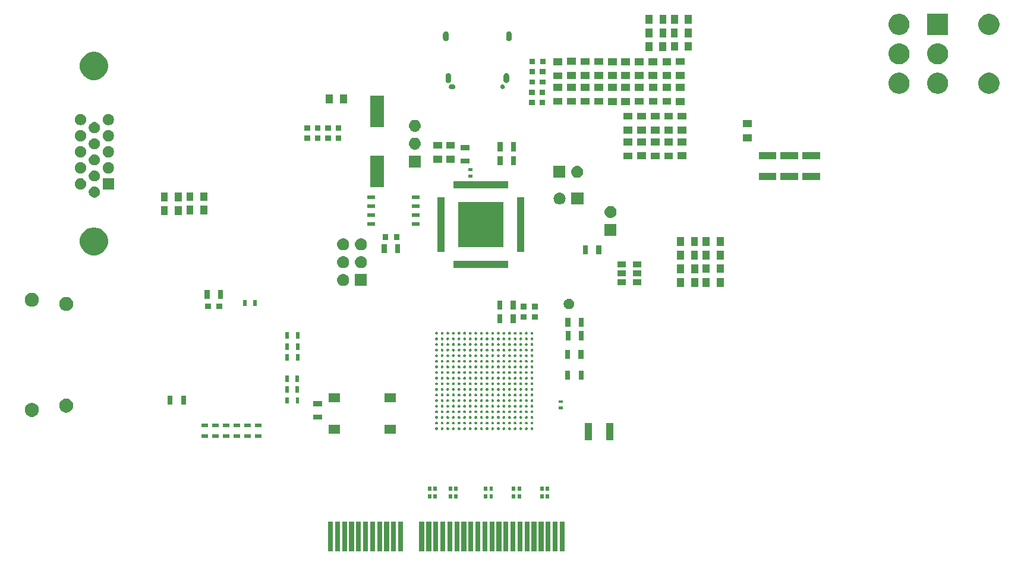
<source format=gbr>
G04 #@! TF.GenerationSoftware,KiCad,Pcbnew,(5.0.2)-1*
G04 #@! TF.CreationDate,2019-04-03T00:40:33-04:00*
G04 #@! TF.ProjectId,RASAC,52415341-432e-46b6-9963-61645f706362,rev?*
G04 #@! TF.SameCoordinates,Original*
G04 #@! TF.FileFunction,Soldermask,Bot*
G04 #@! TF.FilePolarity,Negative*
%FSLAX46Y46*%
G04 Gerber Fmt 4.6, Leading zero omitted, Abs format (unit mm)*
G04 Created by KiCad (PCBNEW (5.0.2)-1) date 4/3/2019 12:40:33 AM*
%MOMM*%
%LPD*%
G01*
G04 APERTURE LIST*
%ADD10C,0.100000*%
G04 APERTURE END LIST*
D10*
G36*
X151500000Y-150600000D02*
X150800000Y-150600000D01*
X150800000Y-146400000D01*
X151500000Y-146400000D01*
X151500000Y-150600000D01*
X151500000Y-150600000D01*
G37*
G36*
X152500000Y-150600000D02*
X151800000Y-150600000D01*
X151800000Y-146400000D01*
X152500000Y-146400000D01*
X152500000Y-150600000D01*
X152500000Y-150600000D01*
G37*
G36*
X159500000Y-150600000D02*
X158800000Y-150600000D01*
X158800000Y-146400000D01*
X159500000Y-146400000D01*
X159500000Y-150600000D01*
X159500000Y-150600000D01*
G37*
G36*
X158500000Y-150600000D02*
X157800000Y-150600000D01*
X157800000Y-146400000D01*
X158500000Y-146400000D01*
X158500000Y-150600000D01*
X158500000Y-150600000D01*
G37*
G36*
X157500000Y-150600000D02*
X156800000Y-150600000D01*
X156800000Y-146400000D01*
X157500000Y-146400000D01*
X157500000Y-150600000D01*
X157500000Y-150600000D01*
G37*
G36*
X156500000Y-150600000D02*
X155800000Y-150600000D01*
X155800000Y-146400000D01*
X156500000Y-146400000D01*
X156500000Y-150600000D01*
X156500000Y-150600000D01*
G37*
G36*
X155500000Y-150600000D02*
X154800000Y-150600000D01*
X154800000Y-146400000D01*
X155500000Y-146400000D01*
X155500000Y-150600000D01*
X155500000Y-150600000D01*
G37*
G36*
X154500000Y-150600000D02*
X153800000Y-150600000D01*
X153800000Y-146400000D01*
X154500000Y-146400000D01*
X154500000Y-150600000D01*
X154500000Y-150600000D01*
G37*
G36*
X153500000Y-150600000D02*
X152800000Y-150600000D01*
X152800000Y-146400000D01*
X153500000Y-146400000D01*
X153500000Y-150600000D01*
X153500000Y-150600000D01*
G37*
G36*
X143500000Y-150600000D02*
X142800000Y-150600000D01*
X142800000Y-146400000D01*
X143500000Y-146400000D01*
X143500000Y-150600000D01*
X143500000Y-150600000D01*
G37*
G36*
X150500000Y-150600000D02*
X149800000Y-150600000D01*
X149800000Y-146400000D01*
X150500000Y-146400000D01*
X150500000Y-150600000D01*
X150500000Y-150600000D01*
G37*
G36*
X149500000Y-150600000D02*
X148800000Y-150600000D01*
X148800000Y-146400000D01*
X149500000Y-146400000D01*
X149500000Y-150600000D01*
X149500000Y-150600000D01*
G37*
G36*
X148500000Y-150600000D02*
X147800000Y-150600000D01*
X147800000Y-146400000D01*
X148500000Y-146400000D01*
X148500000Y-150600000D01*
X148500000Y-150600000D01*
G37*
G36*
X147500000Y-150600000D02*
X146800000Y-150600000D01*
X146800000Y-146400000D01*
X147500000Y-146400000D01*
X147500000Y-150600000D01*
X147500000Y-150600000D01*
G37*
G36*
X146500000Y-150600000D02*
X145800000Y-150600000D01*
X145800000Y-146400000D01*
X146500000Y-146400000D01*
X146500000Y-150600000D01*
X146500000Y-150600000D01*
G37*
G36*
X145500000Y-150600000D02*
X144800000Y-150600000D01*
X144800000Y-146400000D01*
X145500000Y-146400000D01*
X145500000Y-150600000D01*
X145500000Y-150600000D01*
G37*
G36*
X133500000Y-150600000D02*
X132800000Y-150600000D01*
X132800000Y-146400000D01*
X133500000Y-146400000D01*
X133500000Y-150600000D01*
X133500000Y-150600000D01*
G37*
G36*
X127500000Y-150600000D02*
X126800000Y-150600000D01*
X126800000Y-146400000D01*
X127500000Y-146400000D01*
X127500000Y-150600000D01*
X127500000Y-150600000D01*
G37*
G36*
X160500000Y-150600000D02*
X159800000Y-150600000D01*
X159800000Y-146400000D01*
X160500000Y-146400000D01*
X160500000Y-150600000D01*
X160500000Y-150600000D01*
G37*
G36*
X142500000Y-150600000D02*
X141800000Y-150600000D01*
X141800000Y-146400000D01*
X142500000Y-146400000D01*
X142500000Y-150600000D01*
X142500000Y-150600000D01*
G37*
G36*
X141500000Y-150600000D02*
X140800000Y-150600000D01*
X140800000Y-146400000D01*
X141500000Y-146400000D01*
X141500000Y-150600000D01*
X141500000Y-150600000D01*
G37*
G36*
X140500000Y-150600000D02*
X139800000Y-150600000D01*
X139800000Y-146400000D01*
X140500000Y-146400000D01*
X140500000Y-150600000D01*
X140500000Y-150600000D01*
G37*
G36*
X137500000Y-150600000D02*
X136800000Y-150600000D01*
X136800000Y-146400000D01*
X137500000Y-146400000D01*
X137500000Y-150600000D01*
X137500000Y-150600000D01*
G37*
G36*
X136500000Y-150600000D02*
X135800000Y-150600000D01*
X135800000Y-146400000D01*
X136500000Y-146400000D01*
X136500000Y-150600000D01*
X136500000Y-150600000D01*
G37*
G36*
X135500000Y-150600000D02*
X134800000Y-150600000D01*
X134800000Y-146400000D01*
X135500000Y-146400000D01*
X135500000Y-150600000D01*
X135500000Y-150600000D01*
G37*
G36*
X144500000Y-150600000D02*
X143800000Y-150600000D01*
X143800000Y-146400000D01*
X144500000Y-146400000D01*
X144500000Y-150600000D01*
X144500000Y-150600000D01*
G37*
G36*
X132500000Y-150600000D02*
X131800000Y-150600000D01*
X131800000Y-146400000D01*
X132500000Y-146400000D01*
X132500000Y-150600000D01*
X132500000Y-150600000D01*
G37*
G36*
X131500000Y-150600000D02*
X130800000Y-150600000D01*
X130800000Y-146400000D01*
X131500000Y-146400000D01*
X131500000Y-150600000D01*
X131500000Y-150600000D01*
G37*
G36*
X130500000Y-150600000D02*
X129800000Y-150600000D01*
X129800000Y-146400000D01*
X130500000Y-146400000D01*
X130500000Y-150600000D01*
X130500000Y-150600000D01*
G37*
G36*
X129500000Y-150600000D02*
X128800000Y-150600000D01*
X128800000Y-146400000D01*
X129500000Y-146400000D01*
X129500000Y-150600000D01*
X129500000Y-150600000D01*
G37*
G36*
X128500000Y-150600000D02*
X127800000Y-150600000D01*
X127800000Y-146400000D01*
X128500000Y-146400000D01*
X128500000Y-150600000D01*
X128500000Y-150600000D01*
G37*
G36*
X134500000Y-150600000D02*
X133800000Y-150600000D01*
X133800000Y-146400000D01*
X134500000Y-146400000D01*
X134500000Y-150600000D01*
X134500000Y-150600000D01*
G37*
G36*
X157501400Y-143090000D02*
X157001400Y-143090000D01*
X157001400Y-142490000D01*
X157501400Y-142490000D01*
X157501400Y-143090000D01*
X157501400Y-143090000D01*
G37*
G36*
X158301500Y-143090000D02*
X157801500Y-143090000D01*
X157801500Y-142490000D01*
X158301500Y-142490000D01*
X158301500Y-143090000D01*
X158301500Y-143090000D01*
G37*
G36*
X154301000Y-143090000D02*
X153801000Y-143090000D01*
X153801000Y-142490000D01*
X154301000Y-142490000D01*
X154301000Y-143090000D01*
X154301000Y-143090000D01*
G37*
G36*
X150300500Y-143090000D02*
X149800500Y-143090000D01*
X149800500Y-142490000D01*
X150300500Y-142490000D01*
X150300500Y-143090000D01*
X150300500Y-143090000D01*
G37*
G36*
X149500400Y-143090000D02*
X149000400Y-143090000D01*
X149000400Y-142490000D01*
X149500400Y-142490000D01*
X149500400Y-143090000D01*
X149500400Y-143090000D01*
G37*
G36*
X142299500Y-143090000D02*
X141799500Y-143090000D01*
X141799500Y-142490000D01*
X142299500Y-142490000D01*
X142299500Y-143090000D01*
X142299500Y-143090000D01*
G37*
G36*
X144496600Y-143090000D02*
X143996600Y-143090000D01*
X143996600Y-142490000D01*
X144496600Y-142490000D01*
X144496600Y-143090000D01*
X144496600Y-143090000D01*
G37*
G36*
X145296700Y-143090000D02*
X144796700Y-143090000D01*
X144796700Y-142490000D01*
X145296700Y-142490000D01*
X145296700Y-143090000D01*
X145296700Y-143090000D01*
G37*
G36*
X153500900Y-143090000D02*
X153000900Y-143090000D01*
X153000900Y-142490000D01*
X153500900Y-142490000D01*
X153500900Y-143090000D01*
X153500900Y-143090000D01*
G37*
G36*
X141499400Y-143090000D02*
X140999400Y-143090000D01*
X140999400Y-142490000D01*
X141499400Y-142490000D01*
X141499400Y-143090000D01*
X141499400Y-143090000D01*
G37*
G36*
X150300500Y-141990000D02*
X149800500Y-141990000D01*
X149800500Y-141390000D01*
X150300500Y-141390000D01*
X150300500Y-141990000D01*
X150300500Y-141990000D01*
G37*
G36*
X141499400Y-141990000D02*
X140999400Y-141990000D01*
X140999400Y-141390000D01*
X141499400Y-141390000D01*
X141499400Y-141990000D01*
X141499400Y-141990000D01*
G37*
G36*
X158301500Y-141990000D02*
X157801500Y-141990000D01*
X157801500Y-141390000D01*
X158301500Y-141390000D01*
X158301500Y-141990000D01*
X158301500Y-141990000D01*
G37*
G36*
X157501400Y-141990000D02*
X157001400Y-141990000D01*
X157001400Y-141390000D01*
X157501400Y-141390000D01*
X157501400Y-141990000D01*
X157501400Y-141990000D01*
G37*
G36*
X154301000Y-141990000D02*
X153801000Y-141990000D01*
X153801000Y-141390000D01*
X154301000Y-141390000D01*
X154301000Y-141990000D01*
X154301000Y-141990000D01*
G37*
G36*
X153500900Y-141990000D02*
X153000900Y-141990000D01*
X153000900Y-141390000D01*
X153500900Y-141390000D01*
X153500900Y-141990000D01*
X153500900Y-141990000D01*
G37*
G36*
X149500400Y-141990000D02*
X149000400Y-141990000D01*
X149000400Y-141390000D01*
X149500400Y-141390000D01*
X149500400Y-141990000D01*
X149500400Y-141990000D01*
G37*
G36*
X145296700Y-141990000D02*
X144796700Y-141990000D01*
X144796700Y-141390000D01*
X145296700Y-141390000D01*
X145296700Y-141990000D01*
X145296700Y-141990000D01*
G37*
G36*
X144496600Y-141990000D02*
X143996600Y-141990000D01*
X143996600Y-141390000D01*
X144496600Y-141390000D01*
X144496600Y-141990000D01*
X144496600Y-141990000D01*
G37*
G36*
X142299500Y-141990000D02*
X141799500Y-141990000D01*
X141799500Y-141390000D01*
X142299500Y-141390000D01*
X142299500Y-141990000D01*
X142299500Y-141990000D01*
G37*
G36*
X167414960Y-134808280D02*
X166414960Y-134808280D01*
X166414960Y-132308280D01*
X167414960Y-132308280D01*
X167414960Y-134808280D01*
X167414960Y-134808280D01*
G37*
G36*
X164414960Y-134808280D02*
X163414960Y-134808280D01*
X163414960Y-132308280D01*
X164414960Y-132308280D01*
X164414960Y-134808280D01*
X164414960Y-134808280D01*
G37*
G36*
X114252160Y-134454140D02*
X113352160Y-134454140D01*
X113352160Y-133954140D01*
X114252160Y-133954140D01*
X114252160Y-134454140D01*
X114252160Y-134454140D01*
G37*
G36*
X112720540Y-134446520D02*
X111820540Y-134446520D01*
X111820540Y-133946520D01*
X112720540Y-133946520D01*
X112720540Y-134446520D01*
X112720540Y-134446520D01*
G37*
G36*
X111214320Y-134446520D02*
X110314320Y-134446520D01*
X110314320Y-133946520D01*
X111214320Y-133946520D01*
X111214320Y-134446520D01*
X111214320Y-134446520D01*
G37*
G36*
X109685240Y-134438900D02*
X108785240Y-134438900D01*
X108785240Y-133938900D01*
X109685240Y-133938900D01*
X109685240Y-134438900D01*
X109685240Y-134438900D01*
G37*
G36*
X115776160Y-134436360D02*
X114876160Y-134436360D01*
X114876160Y-133936360D01*
X115776160Y-133936360D01*
X115776160Y-134436360D01*
X115776160Y-134436360D01*
G37*
G36*
X117305240Y-134433820D02*
X116405240Y-134433820D01*
X116405240Y-133933820D01*
X117305240Y-133933820D01*
X117305240Y-134433820D01*
X117305240Y-134433820D01*
G37*
G36*
X128468600Y-133880180D02*
X126918600Y-133880180D01*
X126918600Y-132580180D01*
X128468600Y-132580180D01*
X128468600Y-133880180D01*
X128468600Y-133880180D01*
G37*
G36*
X136428600Y-133880180D02*
X134878600Y-133880180D01*
X134878600Y-132580180D01*
X136428600Y-132580180D01*
X136428600Y-133880180D01*
X136428600Y-133880180D01*
G37*
G36*
X151913845Y-132941135D02*
X151950240Y-132956210D01*
X151950241Y-132956211D01*
X151950244Y-132956212D01*
X151983001Y-132978100D01*
X151983005Y-132978103D01*
X152010855Y-133005953D01*
X152010857Y-133005956D01*
X152010858Y-133005957D01*
X152032746Y-133038714D01*
X152032747Y-133038717D01*
X152032748Y-133038718D01*
X152047823Y-133075113D01*
X152055508Y-133113749D01*
X152055508Y-133153151D01*
X152047823Y-133191787D01*
X152032748Y-133228182D01*
X152032746Y-133228186D01*
X152010858Y-133260943D01*
X152010855Y-133260947D01*
X151983005Y-133288797D01*
X151983002Y-133288799D01*
X151983001Y-133288800D01*
X151950244Y-133310688D01*
X151950241Y-133310689D01*
X151950240Y-133310690D01*
X151913845Y-133325765D01*
X151875209Y-133333450D01*
X151835807Y-133333450D01*
X151797171Y-133325765D01*
X151760776Y-133310690D01*
X151760775Y-133310689D01*
X151760772Y-133310688D01*
X151728015Y-133288800D01*
X151728014Y-133288799D01*
X151728011Y-133288797D01*
X151700161Y-133260947D01*
X151700158Y-133260943D01*
X151678270Y-133228186D01*
X151678268Y-133228182D01*
X151663193Y-133191787D01*
X151655508Y-133153151D01*
X151655508Y-133113749D01*
X151663193Y-133075113D01*
X151678268Y-133038718D01*
X151678269Y-133038717D01*
X151678270Y-133038714D01*
X151700158Y-133005957D01*
X151700159Y-133005956D01*
X151700161Y-133005953D01*
X151728011Y-132978103D01*
X151728015Y-132978100D01*
X151760772Y-132956212D01*
X151760775Y-132956211D01*
X151760776Y-132956210D01*
X151797171Y-132941135D01*
X151835807Y-132933450D01*
X151875209Y-132933450D01*
X151913845Y-132941135D01*
X151913845Y-132941135D01*
G37*
G36*
X155113845Y-132941135D02*
X155150240Y-132956210D01*
X155150241Y-132956211D01*
X155150244Y-132956212D01*
X155183001Y-132978100D01*
X155183005Y-132978103D01*
X155210855Y-133005953D01*
X155210857Y-133005956D01*
X155210858Y-133005957D01*
X155232746Y-133038714D01*
X155232747Y-133038717D01*
X155232748Y-133038718D01*
X155247823Y-133075113D01*
X155255508Y-133113749D01*
X155255508Y-133153151D01*
X155247823Y-133191787D01*
X155232748Y-133228182D01*
X155232746Y-133228186D01*
X155210858Y-133260943D01*
X155210855Y-133260947D01*
X155183005Y-133288797D01*
X155183002Y-133288799D01*
X155183001Y-133288800D01*
X155150244Y-133310688D01*
X155150241Y-133310689D01*
X155150240Y-133310690D01*
X155113845Y-133325765D01*
X155075209Y-133333450D01*
X155035807Y-133333450D01*
X154997171Y-133325765D01*
X154960776Y-133310690D01*
X154960775Y-133310689D01*
X154960772Y-133310688D01*
X154928015Y-133288800D01*
X154928014Y-133288799D01*
X154928011Y-133288797D01*
X154900161Y-133260947D01*
X154900158Y-133260943D01*
X154878270Y-133228186D01*
X154878268Y-133228182D01*
X154863193Y-133191787D01*
X154855508Y-133153151D01*
X154855508Y-133113749D01*
X154863193Y-133075113D01*
X154878268Y-133038718D01*
X154878269Y-133038717D01*
X154878270Y-133038714D01*
X154900158Y-133005957D01*
X154900159Y-133005956D01*
X154900161Y-133005953D01*
X154928011Y-132978103D01*
X154928015Y-132978100D01*
X154960772Y-132956212D01*
X154960775Y-132956211D01*
X154960776Y-132956210D01*
X154997171Y-132941135D01*
X155035807Y-132933450D01*
X155075209Y-132933450D01*
X155113845Y-132941135D01*
X155113845Y-132941135D01*
G37*
G36*
X154313845Y-132941135D02*
X154350240Y-132956210D01*
X154350241Y-132956211D01*
X154350244Y-132956212D01*
X154383001Y-132978100D01*
X154383005Y-132978103D01*
X154410855Y-133005953D01*
X154410857Y-133005956D01*
X154410858Y-133005957D01*
X154432746Y-133038714D01*
X154432747Y-133038717D01*
X154432748Y-133038718D01*
X154447823Y-133075113D01*
X154455508Y-133113749D01*
X154455508Y-133153151D01*
X154447823Y-133191787D01*
X154432748Y-133228182D01*
X154432746Y-133228186D01*
X154410858Y-133260943D01*
X154410855Y-133260947D01*
X154383005Y-133288797D01*
X154383002Y-133288799D01*
X154383001Y-133288800D01*
X154350244Y-133310688D01*
X154350241Y-133310689D01*
X154350240Y-133310690D01*
X154313845Y-133325765D01*
X154275209Y-133333450D01*
X154235807Y-133333450D01*
X154197171Y-133325765D01*
X154160776Y-133310690D01*
X154160775Y-133310689D01*
X154160772Y-133310688D01*
X154128015Y-133288800D01*
X154128014Y-133288799D01*
X154128011Y-133288797D01*
X154100161Y-133260947D01*
X154100158Y-133260943D01*
X154078270Y-133228186D01*
X154078268Y-133228182D01*
X154063193Y-133191787D01*
X154055508Y-133153151D01*
X154055508Y-133113749D01*
X154063193Y-133075113D01*
X154078268Y-133038718D01*
X154078269Y-133038717D01*
X154078270Y-133038714D01*
X154100158Y-133005957D01*
X154100159Y-133005956D01*
X154100161Y-133005953D01*
X154128011Y-132978103D01*
X154128015Y-132978100D01*
X154160772Y-132956212D01*
X154160775Y-132956211D01*
X154160776Y-132956210D01*
X154197171Y-132941135D01*
X154235807Y-132933450D01*
X154275209Y-132933450D01*
X154313845Y-132941135D01*
X154313845Y-132941135D01*
G37*
G36*
X153513845Y-132941135D02*
X153550240Y-132956210D01*
X153550241Y-132956211D01*
X153550244Y-132956212D01*
X153583001Y-132978100D01*
X153583005Y-132978103D01*
X153610855Y-133005953D01*
X153610857Y-133005956D01*
X153610858Y-133005957D01*
X153632746Y-133038714D01*
X153632747Y-133038717D01*
X153632748Y-133038718D01*
X153647823Y-133075113D01*
X153655508Y-133113749D01*
X153655508Y-133153151D01*
X153647823Y-133191787D01*
X153632748Y-133228182D01*
X153632746Y-133228186D01*
X153610858Y-133260943D01*
X153610855Y-133260947D01*
X153583005Y-133288797D01*
X153583002Y-133288799D01*
X153583001Y-133288800D01*
X153550244Y-133310688D01*
X153550241Y-133310689D01*
X153550240Y-133310690D01*
X153513845Y-133325765D01*
X153475209Y-133333450D01*
X153435807Y-133333450D01*
X153397171Y-133325765D01*
X153360776Y-133310690D01*
X153360775Y-133310689D01*
X153360772Y-133310688D01*
X153328015Y-133288800D01*
X153328014Y-133288799D01*
X153328011Y-133288797D01*
X153300161Y-133260947D01*
X153300158Y-133260943D01*
X153278270Y-133228186D01*
X153278268Y-133228182D01*
X153263193Y-133191787D01*
X153255508Y-133153151D01*
X153255508Y-133113749D01*
X153263193Y-133075113D01*
X153278268Y-133038718D01*
X153278269Y-133038717D01*
X153278270Y-133038714D01*
X153300158Y-133005957D01*
X153300159Y-133005956D01*
X153300161Y-133005953D01*
X153328011Y-132978103D01*
X153328015Y-132978100D01*
X153360772Y-132956212D01*
X153360775Y-132956211D01*
X153360776Y-132956210D01*
X153397171Y-132941135D01*
X153435807Y-132933450D01*
X153475209Y-132933450D01*
X153513845Y-132941135D01*
X153513845Y-132941135D01*
G37*
G36*
X152713845Y-132941135D02*
X152750240Y-132956210D01*
X152750241Y-132956211D01*
X152750244Y-132956212D01*
X152783001Y-132978100D01*
X152783005Y-132978103D01*
X152810855Y-133005953D01*
X152810857Y-133005956D01*
X152810858Y-133005957D01*
X152832746Y-133038714D01*
X152832747Y-133038717D01*
X152832748Y-133038718D01*
X152847823Y-133075113D01*
X152855508Y-133113749D01*
X152855508Y-133153151D01*
X152847823Y-133191787D01*
X152832748Y-133228182D01*
X152832746Y-133228186D01*
X152810858Y-133260943D01*
X152810855Y-133260947D01*
X152783005Y-133288797D01*
X152783002Y-133288799D01*
X152783001Y-133288800D01*
X152750244Y-133310688D01*
X152750241Y-133310689D01*
X152750240Y-133310690D01*
X152713845Y-133325765D01*
X152675209Y-133333450D01*
X152635807Y-133333450D01*
X152597171Y-133325765D01*
X152560776Y-133310690D01*
X152560775Y-133310689D01*
X152560772Y-133310688D01*
X152528015Y-133288800D01*
X152528014Y-133288799D01*
X152528011Y-133288797D01*
X152500161Y-133260947D01*
X152500158Y-133260943D01*
X152478270Y-133228186D01*
X152478268Y-133228182D01*
X152463193Y-133191787D01*
X152455508Y-133153151D01*
X152455508Y-133113749D01*
X152463193Y-133075113D01*
X152478268Y-133038718D01*
X152478269Y-133038717D01*
X152478270Y-133038714D01*
X152500158Y-133005957D01*
X152500159Y-133005956D01*
X152500161Y-133005953D01*
X152528011Y-132978103D01*
X152528015Y-132978100D01*
X152560772Y-132956212D01*
X152560775Y-132956211D01*
X152560776Y-132956210D01*
X152597171Y-132941135D01*
X152635807Y-132933450D01*
X152675209Y-132933450D01*
X152713845Y-132941135D01*
X152713845Y-132941135D01*
G37*
G36*
X151113845Y-132941135D02*
X151150240Y-132956210D01*
X151150241Y-132956211D01*
X151150244Y-132956212D01*
X151183001Y-132978100D01*
X151183005Y-132978103D01*
X151210855Y-133005953D01*
X151210857Y-133005956D01*
X151210858Y-133005957D01*
X151232746Y-133038714D01*
X151232747Y-133038717D01*
X151232748Y-133038718D01*
X151247823Y-133075113D01*
X151255508Y-133113749D01*
X151255508Y-133153151D01*
X151247823Y-133191787D01*
X151232748Y-133228182D01*
X151232746Y-133228186D01*
X151210858Y-133260943D01*
X151210855Y-133260947D01*
X151183005Y-133288797D01*
X151183002Y-133288799D01*
X151183001Y-133288800D01*
X151150244Y-133310688D01*
X151150241Y-133310689D01*
X151150240Y-133310690D01*
X151113845Y-133325765D01*
X151075209Y-133333450D01*
X151035807Y-133333450D01*
X150997171Y-133325765D01*
X150960776Y-133310690D01*
X150960775Y-133310689D01*
X150960772Y-133310688D01*
X150928015Y-133288800D01*
X150928014Y-133288799D01*
X150928011Y-133288797D01*
X150900161Y-133260947D01*
X150900158Y-133260943D01*
X150878270Y-133228186D01*
X150878268Y-133228182D01*
X150863193Y-133191787D01*
X150855508Y-133153151D01*
X150855508Y-133113749D01*
X150863193Y-133075113D01*
X150878268Y-133038718D01*
X150878269Y-133038717D01*
X150878270Y-133038714D01*
X150900158Y-133005957D01*
X150900159Y-133005956D01*
X150900161Y-133005953D01*
X150928011Y-132978103D01*
X150928015Y-132978100D01*
X150960772Y-132956212D01*
X150960775Y-132956211D01*
X150960776Y-132956210D01*
X150997171Y-132941135D01*
X151035807Y-132933450D01*
X151075209Y-132933450D01*
X151113845Y-132941135D01*
X151113845Y-132941135D01*
G37*
G36*
X150313845Y-132941135D02*
X150350240Y-132956210D01*
X150350241Y-132956211D01*
X150350244Y-132956212D01*
X150383001Y-132978100D01*
X150383005Y-132978103D01*
X150410855Y-133005953D01*
X150410857Y-133005956D01*
X150410858Y-133005957D01*
X150432746Y-133038714D01*
X150432747Y-133038717D01*
X150432748Y-133038718D01*
X150447823Y-133075113D01*
X150455508Y-133113749D01*
X150455508Y-133153151D01*
X150447823Y-133191787D01*
X150432748Y-133228182D01*
X150432746Y-133228186D01*
X150410858Y-133260943D01*
X150410855Y-133260947D01*
X150383005Y-133288797D01*
X150383002Y-133288799D01*
X150383001Y-133288800D01*
X150350244Y-133310688D01*
X150350241Y-133310689D01*
X150350240Y-133310690D01*
X150313845Y-133325765D01*
X150275209Y-133333450D01*
X150235807Y-133333450D01*
X150197171Y-133325765D01*
X150160776Y-133310690D01*
X150160775Y-133310689D01*
X150160772Y-133310688D01*
X150128015Y-133288800D01*
X150128014Y-133288799D01*
X150128011Y-133288797D01*
X150100161Y-133260947D01*
X150100158Y-133260943D01*
X150078270Y-133228186D01*
X150078268Y-133228182D01*
X150063193Y-133191787D01*
X150055508Y-133153151D01*
X150055508Y-133113749D01*
X150063193Y-133075113D01*
X150078268Y-133038718D01*
X150078269Y-133038717D01*
X150078270Y-133038714D01*
X150100158Y-133005957D01*
X150100159Y-133005956D01*
X150100161Y-133005953D01*
X150128011Y-132978103D01*
X150128015Y-132978100D01*
X150160772Y-132956212D01*
X150160775Y-132956211D01*
X150160776Y-132956210D01*
X150197171Y-132941135D01*
X150235807Y-132933450D01*
X150275209Y-132933450D01*
X150313845Y-132941135D01*
X150313845Y-132941135D01*
G37*
G36*
X149513845Y-132941135D02*
X149550240Y-132956210D01*
X149550241Y-132956211D01*
X149550244Y-132956212D01*
X149583001Y-132978100D01*
X149583005Y-132978103D01*
X149610855Y-133005953D01*
X149610857Y-133005956D01*
X149610858Y-133005957D01*
X149632746Y-133038714D01*
X149632747Y-133038717D01*
X149632748Y-133038718D01*
X149647823Y-133075113D01*
X149655508Y-133113749D01*
X149655508Y-133153151D01*
X149647823Y-133191787D01*
X149632748Y-133228182D01*
X149632746Y-133228186D01*
X149610858Y-133260943D01*
X149610855Y-133260947D01*
X149583005Y-133288797D01*
X149583002Y-133288799D01*
X149583001Y-133288800D01*
X149550244Y-133310688D01*
X149550241Y-133310689D01*
X149550240Y-133310690D01*
X149513845Y-133325765D01*
X149475209Y-133333450D01*
X149435807Y-133333450D01*
X149397171Y-133325765D01*
X149360776Y-133310690D01*
X149360775Y-133310689D01*
X149360772Y-133310688D01*
X149328015Y-133288800D01*
X149328014Y-133288799D01*
X149328011Y-133288797D01*
X149300161Y-133260947D01*
X149300158Y-133260943D01*
X149278270Y-133228186D01*
X149278268Y-133228182D01*
X149263193Y-133191787D01*
X149255508Y-133153151D01*
X149255508Y-133113749D01*
X149263193Y-133075113D01*
X149278268Y-133038718D01*
X149278269Y-133038717D01*
X149278270Y-133038714D01*
X149300158Y-133005957D01*
X149300159Y-133005956D01*
X149300161Y-133005953D01*
X149328011Y-132978103D01*
X149328015Y-132978100D01*
X149360772Y-132956212D01*
X149360775Y-132956211D01*
X149360776Y-132956210D01*
X149397171Y-132941135D01*
X149435807Y-132933450D01*
X149475209Y-132933450D01*
X149513845Y-132941135D01*
X149513845Y-132941135D01*
G37*
G36*
X148713845Y-132941135D02*
X148750240Y-132956210D01*
X148750241Y-132956211D01*
X148750244Y-132956212D01*
X148783001Y-132978100D01*
X148783005Y-132978103D01*
X148810855Y-133005953D01*
X148810857Y-133005956D01*
X148810858Y-133005957D01*
X148832746Y-133038714D01*
X148832747Y-133038717D01*
X148832748Y-133038718D01*
X148847823Y-133075113D01*
X148855508Y-133113749D01*
X148855508Y-133153151D01*
X148847823Y-133191787D01*
X148832748Y-133228182D01*
X148832746Y-133228186D01*
X148810858Y-133260943D01*
X148810855Y-133260947D01*
X148783005Y-133288797D01*
X148783002Y-133288799D01*
X148783001Y-133288800D01*
X148750244Y-133310688D01*
X148750241Y-133310689D01*
X148750240Y-133310690D01*
X148713845Y-133325765D01*
X148675209Y-133333450D01*
X148635807Y-133333450D01*
X148597171Y-133325765D01*
X148560776Y-133310690D01*
X148560775Y-133310689D01*
X148560772Y-133310688D01*
X148528015Y-133288800D01*
X148528014Y-133288799D01*
X148528011Y-133288797D01*
X148500161Y-133260947D01*
X148500158Y-133260943D01*
X148478270Y-133228186D01*
X148478268Y-133228182D01*
X148463193Y-133191787D01*
X148455508Y-133153151D01*
X148455508Y-133113749D01*
X148463193Y-133075113D01*
X148478268Y-133038718D01*
X148478269Y-133038717D01*
X148478270Y-133038714D01*
X148500158Y-133005957D01*
X148500159Y-133005956D01*
X148500161Y-133005953D01*
X148528011Y-132978103D01*
X148528015Y-132978100D01*
X148560772Y-132956212D01*
X148560775Y-132956211D01*
X148560776Y-132956210D01*
X148597171Y-132941135D01*
X148635807Y-132933450D01*
X148675209Y-132933450D01*
X148713845Y-132941135D01*
X148713845Y-132941135D01*
G37*
G36*
X147113845Y-132941135D02*
X147150240Y-132956210D01*
X147150241Y-132956211D01*
X147150244Y-132956212D01*
X147183001Y-132978100D01*
X147183005Y-132978103D01*
X147210855Y-133005953D01*
X147210857Y-133005956D01*
X147210858Y-133005957D01*
X147232746Y-133038714D01*
X147232747Y-133038717D01*
X147232748Y-133038718D01*
X147247823Y-133075113D01*
X147255508Y-133113749D01*
X147255508Y-133153151D01*
X147247823Y-133191787D01*
X147232748Y-133228182D01*
X147232746Y-133228186D01*
X147210858Y-133260943D01*
X147210855Y-133260947D01*
X147183005Y-133288797D01*
X147183002Y-133288799D01*
X147183001Y-133288800D01*
X147150244Y-133310688D01*
X147150241Y-133310689D01*
X147150240Y-133310690D01*
X147113845Y-133325765D01*
X147075209Y-133333450D01*
X147035807Y-133333450D01*
X146997171Y-133325765D01*
X146960776Y-133310690D01*
X146960775Y-133310689D01*
X146960772Y-133310688D01*
X146928015Y-133288800D01*
X146928014Y-133288799D01*
X146928011Y-133288797D01*
X146900161Y-133260947D01*
X146900158Y-133260943D01*
X146878270Y-133228186D01*
X146878268Y-133228182D01*
X146863193Y-133191787D01*
X146855508Y-133153151D01*
X146855508Y-133113749D01*
X146863193Y-133075113D01*
X146878268Y-133038718D01*
X146878269Y-133038717D01*
X146878270Y-133038714D01*
X146900158Y-133005957D01*
X146900159Y-133005956D01*
X146900161Y-133005953D01*
X146928011Y-132978103D01*
X146928015Y-132978100D01*
X146960772Y-132956212D01*
X146960775Y-132956211D01*
X146960776Y-132956210D01*
X146997171Y-132941135D01*
X147035807Y-132933450D01*
X147075209Y-132933450D01*
X147113845Y-132941135D01*
X147113845Y-132941135D01*
G37*
G36*
X146313845Y-132941135D02*
X146350240Y-132956210D01*
X146350241Y-132956211D01*
X146350244Y-132956212D01*
X146383001Y-132978100D01*
X146383005Y-132978103D01*
X146410855Y-133005953D01*
X146410857Y-133005956D01*
X146410858Y-133005957D01*
X146432746Y-133038714D01*
X146432747Y-133038717D01*
X146432748Y-133038718D01*
X146447823Y-133075113D01*
X146455508Y-133113749D01*
X146455508Y-133153151D01*
X146447823Y-133191787D01*
X146432748Y-133228182D01*
X146432746Y-133228186D01*
X146410858Y-133260943D01*
X146410855Y-133260947D01*
X146383005Y-133288797D01*
X146383002Y-133288799D01*
X146383001Y-133288800D01*
X146350244Y-133310688D01*
X146350241Y-133310689D01*
X146350240Y-133310690D01*
X146313845Y-133325765D01*
X146275209Y-133333450D01*
X146235807Y-133333450D01*
X146197171Y-133325765D01*
X146160776Y-133310690D01*
X146160775Y-133310689D01*
X146160772Y-133310688D01*
X146128015Y-133288800D01*
X146128014Y-133288799D01*
X146128011Y-133288797D01*
X146100161Y-133260947D01*
X146100158Y-133260943D01*
X146078270Y-133228186D01*
X146078268Y-133228182D01*
X146063193Y-133191787D01*
X146055508Y-133153151D01*
X146055508Y-133113749D01*
X146063193Y-133075113D01*
X146078268Y-133038718D01*
X146078269Y-133038717D01*
X146078270Y-133038714D01*
X146100158Y-133005957D01*
X146100159Y-133005956D01*
X146100161Y-133005953D01*
X146128011Y-132978103D01*
X146128015Y-132978100D01*
X146160772Y-132956212D01*
X146160775Y-132956211D01*
X146160776Y-132956210D01*
X146197171Y-132941135D01*
X146235807Y-132933450D01*
X146275209Y-132933450D01*
X146313845Y-132941135D01*
X146313845Y-132941135D01*
G37*
G36*
X155913845Y-132941135D02*
X155950240Y-132956210D01*
X155950241Y-132956211D01*
X155950244Y-132956212D01*
X155983001Y-132978100D01*
X155983005Y-132978103D01*
X156010855Y-133005953D01*
X156010857Y-133005956D01*
X156010858Y-133005957D01*
X156032746Y-133038714D01*
X156032747Y-133038717D01*
X156032748Y-133038718D01*
X156047823Y-133075113D01*
X156055508Y-133113749D01*
X156055508Y-133153151D01*
X156047823Y-133191787D01*
X156032748Y-133228182D01*
X156032746Y-133228186D01*
X156010858Y-133260943D01*
X156010855Y-133260947D01*
X155983005Y-133288797D01*
X155983002Y-133288799D01*
X155983001Y-133288800D01*
X155950244Y-133310688D01*
X155950241Y-133310689D01*
X155950240Y-133310690D01*
X155913845Y-133325765D01*
X155875209Y-133333450D01*
X155835807Y-133333450D01*
X155797171Y-133325765D01*
X155760776Y-133310690D01*
X155760775Y-133310689D01*
X155760772Y-133310688D01*
X155728015Y-133288800D01*
X155728014Y-133288799D01*
X155728011Y-133288797D01*
X155700161Y-133260947D01*
X155700158Y-133260943D01*
X155678270Y-133228186D01*
X155678268Y-133228182D01*
X155663193Y-133191787D01*
X155655508Y-133153151D01*
X155655508Y-133113749D01*
X155663193Y-133075113D01*
X155678268Y-133038718D01*
X155678269Y-133038717D01*
X155678270Y-133038714D01*
X155700158Y-133005957D01*
X155700159Y-133005956D01*
X155700161Y-133005953D01*
X155728011Y-132978103D01*
X155728015Y-132978100D01*
X155760772Y-132956212D01*
X155760775Y-132956211D01*
X155760776Y-132956210D01*
X155797171Y-132941135D01*
X155835807Y-132933450D01*
X155875209Y-132933450D01*
X155913845Y-132941135D01*
X155913845Y-132941135D01*
G37*
G36*
X142313845Y-132941135D02*
X142350240Y-132956210D01*
X142350241Y-132956211D01*
X142350244Y-132956212D01*
X142383001Y-132978100D01*
X142383005Y-132978103D01*
X142410855Y-133005953D01*
X142410857Y-133005956D01*
X142410858Y-133005957D01*
X142432746Y-133038714D01*
X142432747Y-133038717D01*
X142432748Y-133038718D01*
X142447823Y-133075113D01*
X142455508Y-133113749D01*
X142455508Y-133153151D01*
X142447823Y-133191787D01*
X142432748Y-133228182D01*
X142432746Y-133228186D01*
X142410858Y-133260943D01*
X142410855Y-133260947D01*
X142383005Y-133288797D01*
X142383002Y-133288799D01*
X142383001Y-133288800D01*
X142350244Y-133310688D01*
X142350241Y-133310689D01*
X142350240Y-133310690D01*
X142313845Y-133325765D01*
X142275209Y-133333450D01*
X142235807Y-133333450D01*
X142197171Y-133325765D01*
X142160776Y-133310690D01*
X142160775Y-133310689D01*
X142160772Y-133310688D01*
X142128015Y-133288800D01*
X142128014Y-133288799D01*
X142128011Y-133288797D01*
X142100161Y-133260947D01*
X142100158Y-133260943D01*
X142078270Y-133228186D01*
X142078268Y-133228182D01*
X142063193Y-133191787D01*
X142055508Y-133153151D01*
X142055508Y-133113749D01*
X142063193Y-133075113D01*
X142078268Y-133038718D01*
X142078269Y-133038717D01*
X142078270Y-133038714D01*
X142100158Y-133005957D01*
X142100159Y-133005956D01*
X142100161Y-133005953D01*
X142128011Y-132978103D01*
X142128015Y-132978100D01*
X142160772Y-132956212D01*
X142160775Y-132956211D01*
X142160776Y-132956210D01*
X142197171Y-132941135D01*
X142235807Y-132933450D01*
X142275209Y-132933450D01*
X142313845Y-132941135D01*
X142313845Y-132941135D01*
G37*
G36*
X145513845Y-132941135D02*
X145550240Y-132956210D01*
X145550241Y-132956211D01*
X145550244Y-132956212D01*
X145583001Y-132978100D01*
X145583005Y-132978103D01*
X145610855Y-133005953D01*
X145610857Y-133005956D01*
X145610858Y-133005957D01*
X145632746Y-133038714D01*
X145632747Y-133038717D01*
X145632748Y-133038718D01*
X145647823Y-133075113D01*
X145655508Y-133113749D01*
X145655508Y-133153151D01*
X145647823Y-133191787D01*
X145632748Y-133228182D01*
X145632746Y-133228186D01*
X145610858Y-133260943D01*
X145610855Y-133260947D01*
X145583005Y-133288797D01*
X145583002Y-133288799D01*
X145583001Y-133288800D01*
X145550244Y-133310688D01*
X145550241Y-133310689D01*
X145550240Y-133310690D01*
X145513845Y-133325765D01*
X145475209Y-133333450D01*
X145435807Y-133333450D01*
X145397171Y-133325765D01*
X145360776Y-133310690D01*
X145360775Y-133310689D01*
X145360772Y-133310688D01*
X145328015Y-133288800D01*
X145328014Y-133288799D01*
X145328011Y-133288797D01*
X145300161Y-133260947D01*
X145300158Y-133260943D01*
X145278270Y-133228186D01*
X145278268Y-133228182D01*
X145263193Y-133191787D01*
X145255508Y-133153151D01*
X145255508Y-133113749D01*
X145263193Y-133075113D01*
X145278268Y-133038718D01*
X145278269Y-133038717D01*
X145278270Y-133038714D01*
X145300158Y-133005957D01*
X145300159Y-133005956D01*
X145300161Y-133005953D01*
X145328011Y-132978103D01*
X145328015Y-132978100D01*
X145360772Y-132956212D01*
X145360775Y-132956211D01*
X145360776Y-132956210D01*
X145397171Y-132941135D01*
X145435807Y-132933450D01*
X145475209Y-132933450D01*
X145513845Y-132941135D01*
X145513845Y-132941135D01*
G37*
G36*
X144713845Y-132941135D02*
X144750240Y-132956210D01*
X144750241Y-132956211D01*
X144750244Y-132956212D01*
X144783001Y-132978100D01*
X144783005Y-132978103D01*
X144810855Y-133005953D01*
X144810857Y-133005956D01*
X144810858Y-133005957D01*
X144832746Y-133038714D01*
X144832747Y-133038717D01*
X144832748Y-133038718D01*
X144847823Y-133075113D01*
X144855508Y-133113749D01*
X144855508Y-133153151D01*
X144847823Y-133191787D01*
X144832748Y-133228182D01*
X144832746Y-133228186D01*
X144810858Y-133260943D01*
X144810855Y-133260947D01*
X144783005Y-133288797D01*
X144783002Y-133288799D01*
X144783001Y-133288800D01*
X144750244Y-133310688D01*
X144750241Y-133310689D01*
X144750240Y-133310690D01*
X144713845Y-133325765D01*
X144675209Y-133333450D01*
X144635807Y-133333450D01*
X144597171Y-133325765D01*
X144560776Y-133310690D01*
X144560775Y-133310689D01*
X144560772Y-133310688D01*
X144528015Y-133288800D01*
X144528014Y-133288799D01*
X144528011Y-133288797D01*
X144500161Y-133260947D01*
X144500158Y-133260943D01*
X144478270Y-133228186D01*
X144478268Y-133228182D01*
X144463193Y-133191787D01*
X144455508Y-133153151D01*
X144455508Y-133113749D01*
X144463193Y-133075113D01*
X144478268Y-133038718D01*
X144478269Y-133038717D01*
X144478270Y-133038714D01*
X144500158Y-133005957D01*
X144500159Y-133005956D01*
X144500161Y-133005953D01*
X144528011Y-132978103D01*
X144528015Y-132978100D01*
X144560772Y-132956212D01*
X144560775Y-132956211D01*
X144560776Y-132956210D01*
X144597171Y-132941135D01*
X144635807Y-132933450D01*
X144675209Y-132933450D01*
X144713845Y-132941135D01*
X144713845Y-132941135D01*
G37*
G36*
X143913845Y-132941135D02*
X143950240Y-132956210D01*
X143950241Y-132956211D01*
X143950244Y-132956212D01*
X143983001Y-132978100D01*
X143983005Y-132978103D01*
X144010855Y-133005953D01*
X144010857Y-133005956D01*
X144010858Y-133005957D01*
X144032746Y-133038714D01*
X144032747Y-133038717D01*
X144032748Y-133038718D01*
X144047823Y-133075113D01*
X144055508Y-133113749D01*
X144055508Y-133153151D01*
X144047823Y-133191787D01*
X144032748Y-133228182D01*
X144032746Y-133228186D01*
X144010858Y-133260943D01*
X144010855Y-133260947D01*
X143983005Y-133288797D01*
X143983002Y-133288799D01*
X143983001Y-133288800D01*
X143950244Y-133310688D01*
X143950241Y-133310689D01*
X143950240Y-133310690D01*
X143913845Y-133325765D01*
X143875209Y-133333450D01*
X143835807Y-133333450D01*
X143797171Y-133325765D01*
X143760776Y-133310690D01*
X143760775Y-133310689D01*
X143760772Y-133310688D01*
X143728015Y-133288800D01*
X143728014Y-133288799D01*
X143728011Y-133288797D01*
X143700161Y-133260947D01*
X143700158Y-133260943D01*
X143678270Y-133228186D01*
X143678268Y-133228182D01*
X143663193Y-133191787D01*
X143655508Y-133153151D01*
X143655508Y-133113749D01*
X143663193Y-133075113D01*
X143678268Y-133038718D01*
X143678269Y-133038717D01*
X143678270Y-133038714D01*
X143700158Y-133005957D01*
X143700159Y-133005956D01*
X143700161Y-133005953D01*
X143728011Y-132978103D01*
X143728015Y-132978100D01*
X143760772Y-132956212D01*
X143760775Y-132956211D01*
X143760776Y-132956210D01*
X143797171Y-132941135D01*
X143835807Y-132933450D01*
X143875209Y-132933450D01*
X143913845Y-132941135D01*
X143913845Y-132941135D01*
G37*
G36*
X143113845Y-132941135D02*
X143150240Y-132956210D01*
X143150241Y-132956211D01*
X143150244Y-132956212D01*
X143183001Y-132978100D01*
X143183005Y-132978103D01*
X143210855Y-133005953D01*
X143210857Y-133005956D01*
X143210858Y-133005957D01*
X143232746Y-133038714D01*
X143232747Y-133038717D01*
X143232748Y-133038718D01*
X143247823Y-133075113D01*
X143255508Y-133113749D01*
X143255508Y-133153151D01*
X143247823Y-133191787D01*
X143232748Y-133228182D01*
X143232746Y-133228186D01*
X143210858Y-133260943D01*
X143210855Y-133260947D01*
X143183005Y-133288797D01*
X143183002Y-133288799D01*
X143183001Y-133288800D01*
X143150244Y-133310688D01*
X143150241Y-133310689D01*
X143150240Y-133310690D01*
X143113845Y-133325765D01*
X143075209Y-133333450D01*
X143035807Y-133333450D01*
X142997171Y-133325765D01*
X142960776Y-133310690D01*
X142960775Y-133310689D01*
X142960772Y-133310688D01*
X142928015Y-133288800D01*
X142928014Y-133288799D01*
X142928011Y-133288797D01*
X142900161Y-133260947D01*
X142900158Y-133260943D01*
X142878270Y-133228186D01*
X142878268Y-133228182D01*
X142863193Y-133191787D01*
X142855508Y-133153151D01*
X142855508Y-133113749D01*
X142863193Y-133075113D01*
X142878268Y-133038718D01*
X142878269Y-133038717D01*
X142878270Y-133038714D01*
X142900158Y-133005957D01*
X142900159Y-133005956D01*
X142900161Y-133005953D01*
X142928011Y-132978103D01*
X142928015Y-132978100D01*
X142960772Y-132956212D01*
X142960775Y-132956211D01*
X142960776Y-132956210D01*
X142997171Y-132941135D01*
X143035807Y-132933450D01*
X143075209Y-132933450D01*
X143113845Y-132941135D01*
X143113845Y-132941135D01*
G37*
G36*
X147913845Y-132941135D02*
X147950240Y-132956210D01*
X147950241Y-132956211D01*
X147950244Y-132956212D01*
X147983001Y-132978100D01*
X147983005Y-132978103D01*
X148010855Y-133005953D01*
X148010857Y-133005956D01*
X148010858Y-133005957D01*
X148032746Y-133038714D01*
X148032747Y-133038717D01*
X148032748Y-133038718D01*
X148047823Y-133075113D01*
X148055508Y-133113749D01*
X148055508Y-133153151D01*
X148047823Y-133191787D01*
X148032748Y-133228182D01*
X148032746Y-133228186D01*
X148010858Y-133260943D01*
X148010855Y-133260947D01*
X147983005Y-133288797D01*
X147983002Y-133288799D01*
X147983001Y-133288800D01*
X147950244Y-133310688D01*
X147950241Y-133310689D01*
X147950240Y-133310690D01*
X147913845Y-133325765D01*
X147875209Y-133333450D01*
X147835807Y-133333450D01*
X147797171Y-133325765D01*
X147760776Y-133310690D01*
X147760775Y-133310689D01*
X147760772Y-133310688D01*
X147728015Y-133288800D01*
X147728014Y-133288799D01*
X147728011Y-133288797D01*
X147700161Y-133260947D01*
X147700158Y-133260943D01*
X147678270Y-133228186D01*
X147678268Y-133228182D01*
X147663193Y-133191787D01*
X147655508Y-133153151D01*
X147655508Y-133113749D01*
X147663193Y-133075113D01*
X147678268Y-133038718D01*
X147678269Y-133038717D01*
X147678270Y-133038714D01*
X147700158Y-133005957D01*
X147700159Y-133005956D01*
X147700161Y-133005953D01*
X147728011Y-132978103D01*
X147728015Y-132978100D01*
X147760772Y-132956212D01*
X147760775Y-132956211D01*
X147760776Y-132956210D01*
X147797171Y-132941135D01*
X147835807Y-132933450D01*
X147875209Y-132933450D01*
X147913845Y-132941135D01*
X147913845Y-132941135D01*
G37*
G36*
X114252160Y-132954140D02*
X113352160Y-132954140D01*
X113352160Y-132454140D01*
X114252160Y-132454140D01*
X114252160Y-132954140D01*
X114252160Y-132954140D01*
G37*
G36*
X112720540Y-132946520D02*
X111820540Y-132946520D01*
X111820540Y-132446520D01*
X112720540Y-132446520D01*
X112720540Y-132946520D01*
X112720540Y-132946520D01*
G37*
G36*
X111214320Y-132946520D02*
X110314320Y-132946520D01*
X110314320Y-132446520D01*
X111214320Y-132446520D01*
X111214320Y-132946520D01*
X111214320Y-132946520D01*
G37*
G36*
X109685240Y-132938900D02*
X108785240Y-132938900D01*
X108785240Y-132438900D01*
X109685240Y-132438900D01*
X109685240Y-132938900D01*
X109685240Y-132938900D01*
G37*
G36*
X115776160Y-132936360D02*
X114876160Y-132936360D01*
X114876160Y-132436360D01*
X115776160Y-132436360D01*
X115776160Y-132936360D01*
X115776160Y-132936360D01*
G37*
G36*
X117305240Y-132933820D02*
X116405240Y-132933820D01*
X116405240Y-132433820D01*
X117305240Y-132433820D01*
X117305240Y-132933820D01*
X117305240Y-132933820D01*
G37*
G36*
X143113845Y-132141135D02*
X143150240Y-132156210D01*
X143150241Y-132156211D01*
X143150244Y-132156212D01*
X143183001Y-132178100D01*
X143183005Y-132178103D01*
X143210855Y-132205953D01*
X143210857Y-132205956D01*
X143210858Y-132205957D01*
X143232746Y-132238714D01*
X143232747Y-132238717D01*
X143232748Y-132238718D01*
X143247823Y-132275113D01*
X143255508Y-132313749D01*
X143255508Y-132353151D01*
X143247823Y-132391787D01*
X143232748Y-132428182D01*
X143232746Y-132428186D01*
X143210858Y-132460943D01*
X143210855Y-132460947D01*
X143183005Y-132488797D01*
X143183002Y-132488799D01*
X143183001Y-132488800D01*
X143150244Y-132510688D01*
X143150241Y-132510689D01*
X143150240Y-132510690D01*
X143113845Y-132525765D01*
X143075209Y-132533450D01*
X143035807Y-132533450D01*
X142997171Y-132525765D01*
X142960776Y-132510690D01*
X142960775Y-132510689D01*
X142960772Y-132510688D01*
X142928015Y-132488800D01*
X142928014Y-132488799D01*
X142928011Y-132488797D01*
X142900161Y-132460947D01*
X142900158Y-132460943D01*
X142878270Y-132428186D01*
X142878268Y-132428182D01*
X142863193Y-132391787D01*
X142855508Y-132353151D01*
X142855508Y-132313749D01*
X142863193Y-132275113D01*
X142878268Y-132238718D01*
X142878269Y-132238717D01*
X142878270Y-132238714D01*
X142900158Y-132205957D01*
X142900159Y-132205956D01*
X142900161Y-132205953D01*
X142928011Y-132178103D01*
X142928015Y-132178100D01*
X142960772Y-132156212D01*
X142960775Y-132156211D01*
X142960776Y-132156210D01*
X142997171Y-132141135D01*
X143035807Y-132133450D01*
X143075209Y-132133450D01*
X143113845Y-132141135D01*
X143113845Y-132141135D01*
G37*
G36*
X143913845Y-132141135D02*
X143950240Y-132156210D01*
X143950241Y-132156211D01*
X143950244Y-132156212D01*
X143983001Y-132178100D01*
X143983005Y-132178103D01*
X144010855Y-132205953D01*
X144010857Y-132205956D01*
X144010858Y-132205957D01*
X144032746Y-132238714D01*
X144032747Y-132238717D01*
X144032748Y-132238718D01*
X144047823Y-132275113D01*
X144055508Y-132313749D01*
X144055508Y-132353151D01*
X144047823Y-132391787D01*
X144032748Y-132428182D01*
X144032746Y-132428186D01*
X144010858Y-132460943D01*
X144010855Y-132460947D01*
X143983005Y-132488797D01*
X143983002Y-132488799D01*
X143983001Y-132488800D01*
X143950244Y-132510688D01*
X143950241Y-132510689D01*
X143950240Y-132510690D01*
X143913845Y-132525765D01*
X143875209Y-132533450D01*
X143835807Y-132533450D01*
X143797171Y-132525765D01*
X143760776Y-132510690D01*
X143760775Y-132510689D01*
X143760772Y-132510688D01*
X143728015Y-132488800D01*
X143728014Y-132488799D01*
X143728011Y-132488797D01*
X143700161Y-132460947D01*
X143700158Y-132460943D01*
X143678270Y-132428186D01*
X143678268Y-132428182D01*
X143663193Y-132391787D01*
X143655508Y-132353151D01*
X143655508Y-132313749D01*
X143663193Y-132275113D01*
X143678268Y-132238718D01*
X143678269Y-132238717D01*
X143678270Y-132238714D01*
X143700158Y-132205957D01*
X143700159Y-132205956D01*
X143700161Y-132205953D01*
X143728011Y-132178103D01*
X143728015Y-132178100D01*
X143760772Y-132156212D01*
X143760775Y-132156211D01*
X143760776Y-132156210D01*
X143797171Y-132141135D01*
X143835807Y-132133450D01*
X143875209Y-132133450D01*
X143913845Y-132141135D01*
X143913845Y-132141135D01*
G37*
G36*
X144713845Y-132141135D02*
X144750240Y-132156210D01*
X144750241Y-132156211D01*
X144750244Y-132156212D01*
X144783001Y-132178100D01*
X144783005Y-132178103D01*
X144810855Y-132205953D01*
X144810857Y-132205956D01*
X144810858Y-132205957D01*
X144832746Y-132238714D01*
X144832747Y-132238717D01*
X144832748Y-132238718D01*
X144847823Y-132275113D01*
X144855508Y-132313749D01*
X144855508Y-132353151D01*
X144847823Y-132391787D01*
X144832748Y-132428182D01*
X144832746Y-132428186D01*
X144810858Y-132460943D01*
X144810855Y-132460947D01*
X144783005Y-132488797D01*
X144783002Y-132488799D01*
X144783001Y-132488800D01*
X144750244Y-132510688D01*
X144750241Y-132510689D01*
X144750240Y-132510690D01*
X144713845Y-132525765D01*
X144675209Y-132533450D01*
X144635807Y-132533450D01*
X144597171Y-132525765D01*
X144560776Y-132510690D01*
X144560775Y-132510689D01*
X144560772Y-132510688D01*
X144528015Y-132488800D01*
X144528014Y-132488799D01*
X144528011Y-132488797D01*
X144500161Y-132460947D01*
X144500158Y-132460943D01*
X144478270Y-132428186D01*
X144478268Y-132428182D01*
X144463193Y-132391787D01*
X144455508Y-132353151D01*
X144455508Y-132313749D01*
X144463193Y-132275113D01*
X144478268Y-132238718D01*
X144478269Y-132238717D01*
X144478270Y-132238714D01*
X144500158Y-132205957D01*
X144500159Y-132205956D01*
X144500161Y-132205953D01*
X144528011Y-132178103D01*
X144528015Y-132178100D01*
X144560772Y-132156212D01*
X144560775Y-132156211D01*
X144560776Y-132156210D01*
X144597171Y-132141135D01*
X144635807Y-132133450D01*
X144675209Y-132133450D01*
X144713845Y-132141135D01*
X144713845Y-132141135D01*
G37*
G36*
X145513845Y-132141135D02*
X145550240Y-132156210D01*
X145550241Y-132156211D01*
X145550244Y-132156212D01*
X145583001Y-132178100D01*
X145583005Y-132178103D01*
X145610855Y-132205953D01*
X145610857Y-132205956D01*
X145610858Y-132205957D01*
X145632746Y-132238714D01*
X145632747Y-132238717D01*
X145632748Y-132238718D01*
X145647823Y-132275113D01*
X145655508Y-132313749D01*
X145655508Y-132353151D01*
X145647823Y-132391787D01*
X145632748Y-132428182D01*
X145632746Y-132428186D01*
X145610858Y-132460943D01*
X145610855Y-132460947D01*
X145583005Y-132488797D01*
X145583002Y-132488799D01*
X145583001Y-132488800D01*
X145550244Y-132510688D01*
X145550241Y-132510689D01*
X145550240Y-132510690D01*
X145513845Y-132525765D01*
X145475209Y-132533450D01*
X145435807Y-132533450D01*
X145397171Y-132525765D01*
X145360776Y-132510690D01*
X145360775Y-132510689D01*
X145360772Y-132510688D01*
X145328015Y-132488800D01*
X145328014Y-132488799D01*
X145328011Y-132488797D01*
X145300161Y-132460947D01*
X145300158Y-132460943D01*
X145278270Y-132428186D01*
X145278268Y-132428182D01*
X145263193Y-132391787D01*
X145255508Y-132353151D01*
X145255508Y-132313749D01*
X145263193Y-132275113D01*
X145278268Y-132238718D01*
X145278269Y-132238717D01*
X145278270Y-132238714D01*
X145300158Y-132205957D01*
X145300159Y-132205956D01*
X145300161Y-132205953D01*
X145328011Y-132178103D01*
X145328015Y-132178100D01*
X145360772Y-132156212D01*
X145360775Y-132156211D01*
X145360776Y-132156210D01*
X145397171Y-132141135D01*
X145435807Y-132133450D01*
X145475209Y-132133450D01*
X145513845Y-132141135D01*
X145513845Y-132141135D01*
G37*
G36*
X146313845Y-132141135D02*
X146350240Y-132156210D01*
X146350241Y-132156211D01*
X146350244Y-132156212D01*
X146383001Y-132178100D01*
X146383005Y-132178103D01*
X146410855Y-132205953D01*
X146410857Y-132205956D01*
X146410858Y-132205957D01*
X146432746Y-132238714D01*
X146432747Y-132238717D01*
X146432748Y-132238718D01*
X146447823Y-132275113D01*
X146455508Y-132313749D01*
X146455508Y-132353151D01*
X146447823Y-132391787D01*
X146432748Y-132428182D01*
X146432746Y-132428186D01*
X146410858Y-132460943D01*
X146410855Y-132460947D01*
X146383005Y-132488797D01*
X146383002Y-132488799D01*
X146383001Y-132488800D01*
X146350244Y-132510688D01*
X146350241Y-132510689D01*
X146350240Y-132510690D01*
X146313845Y-132525765D01*
X146275209Y-132533450D01*
X146235807Y-132533450D01*
X146197171Y-132525765D01*
X146160776Y-132510690D01*
X146160775Y-132510689D01*
X146160772Y-132510688D01*
X146128015Y-132488800D01*
X146128014Y-132488799D01*
X146128011Y-132488797D01*
X146100161Y-132460947D01*
X146100158Y-132460943D01*
X146078270Y-132428186D01*
X146078268Y-132428182D01*
X146063193Y-132391787D01*
X146055508Y-132353151D01*
X146055508Y-132313749D01*
X146063193Y-132275113D01*
X146078268Y-132238718D01*
X146078269Y-132238717D01*
X146078270Y-132238714D01*
X146100158Y-132205957D01*
X146100159Y-132205956D01*
X146100161Y-132205953D01*
X146128011Y-132178103D01*
X146128015Y-132178100D01*
X146160772Y-132156212D01*
X146160775Y-132156211D01*
X146160776Y-132156210D01*
X146197171Y-132141135D01*
X146235807Y-132133450D01*
X146275209Y-132133450D01*
X146313845Y-132141135D01*
X146313845Y-132141135D01*
G37*
G36*
X153513845Y-132141135D02*
X153550240Y-132156210D01*
X153550241Y-132156211D01*
X153550244Y-132156212D01*
X153583001Y-132178100D01*
X153583005Y-132178103D01*
X153610855Y-132205953D01*
X153610857Y-132205956D01*
X153610858Y-132205957D01*
X153632746Y-132238714D01*
X153632747Y-132238717D01*
X153632748Y-132238718D01*
X153647823Y-132275113D01*
X153655508Y-132313749D01*
X153655508Y-132353151D01*
X153647823Y-132391787D01*
X153632748Y-132428182D01*
X153632746Y-132428186D01*
X153610858Y-132460943D01*
X153610855Y-132460947D01*
X153583005Y-132488797D01*
X153583002Y-132488799D01*
X153583001Y-132488800D01*
X153550244Y-132510688D01*
X153550241Y-132510689D01*
X153550240Y-132510690D01*
X153513845Y-132525765D01*
X153475209Y-132533450D01*
X153435807Y-132533450D01*
X153397171Y-132525765D01*
X153360776Y-132510690D01*
X153360775Y-132510689D01*
X153360772Y-132510688D01*
X153328015Y-132488800D01*
X153328014Y-132488799D01*
X153328011Y-132488797D01*
X153300161Y-132460947D01*
X153300158Y-132460943D01*
X153278270Y-132428186D01*
X153278268Y-132428182D01*
X153263193Y-132391787D01*
X153255508Y-132353151D01*
X153255508Y-132313749D01*
X153263193Y-132275113D01*
X153278268Y-132238718D01*
X153278269Y-132238717D01*
X153278270Y-132238714D01*
X153300158Y-132205957D01*
X153300159Y-132205956D01*
X153300161Y-132205953D01*
X153328011Y-132178103D01*
X153328015Y-132178100D01*
X153360772Y-132156212D01*
X153360775Y-132156211D01*
X153360776Y-132156210D01*
X153397171Y-132141135D01*
X153435807Y-132133450D01*
X153475209Y-132133450D01*
X153513845Y-132141135D01*
X153513845Y-132141135D01*
G37*
G36*
X147113845Y-132141135D02*
X147150240Y-132156210D01*
X147150241Y-132156211D01*
X147150244Y-132156212D01*
X147183001Y-132178100D01*
X147183005Y-132178103D01*
X147210855Y-132205953D01*
X147210857Y-132205956D01*
X147210858Y-132205957D01*
X147232746Y-132238714D01*
X147232747Y-132238717D01*
X147232748Y-132238718D01*
X147247823Y-132275113D01*
X147255508Y-132313749D01*
X147255508Y-132353151D01*
X147247823Y-132391787D01*
X147232748Y-132428182D01*
X147232746Y-132428186D01*
X147210858Y-132460943D01*
X147210855Y-132460947D01*
X147183005Y-132488797D01*
X147183002Y-132488799D01*
X147183001Y-132488800D01*
X147150244Y-132510688D01*
X147150241Y-132510689D01*
X147150240Y-132510690D01*
X147113845Y-132525765D01*
X147075209Y-132533450D01*
X147035807Y-132533450D01*
X146997171Y-132525765D01*
X146960776Y-132510690D01*
X146960775Y-132510689D01*
X146960772Y-132510688D01*
X146928015Y-132488800D01*
X146928014Y-132488799D01*
X146928011Y-132488797D01*
X146900161Y-132460947D01*
X146900158Y-132460943D01*
X146878270Y-132428186D01*
X146878268Y-132428182D01*
X146863193Y-132391787D01*
X146855508Y-132353151D01*
X146855508Y-132313749D01*
X146863193Y-132275113D01*
X146878268Y-132238718D01*
X146878269Y-132238717D01*
X146878270Y-132238714D01*
X146900158Y-132205957D01*
X146900159Y-132205956D01*
X146900161Y-132205953D01*
X146928011Y-132178103D01*
X146928015Y-132178100D01*
X146960772Y-132156212D01*
X146960775Y-132156211D01*
X146960776Y-132156210D01*
X146997171Y-132141135D01*
X147035807Y-132133450D01*
X147075209Y-132133450D01*
X147113845Y-132141135D01*
X147113845Y-132141135D01*
G37*
G36*
X147913845Y-132141135D02*
X147950240Y-132156210D01*
X147950241Y-132156211D01*
X147950244Y-132156212D01*
X147983001Y-132178100D01*
X147983005Y-132178103D01*
X148010855Y-132205953D01*
X148010857Y-132205956D01*
X148010858Y-132205957D01*
X148032746Y-132238714D01*
X148032747Y-132238717D01*
X148032748Y-132238718D01*
X148047823Y-132275113D01*
X148055508Y-132313749D01*
X148055508Y-132353151D01*
X148047823Y-132391787D01*
X148032748Y-132428182D01*
X148032746Y-132428186D01*
X148010858Y-132460943D01*
X148010855Y-132460947D01*
X147983005Y-132488797D01*
X147983002Y-132488799D01*
X147983001Y-132488800D01*
X147950244Y-132510688D01*
X147950241Y-132510689D01*
X147950240Y-132510690D01*
X147913845Y-132525765D01*
X147875209Y-132533450D01*
X147835807Y-132533450D01*
X147797171Y-132525765D01*
X147760776Y-132510690D01*
X147760775Y-132510689D01*
X147760772Y-132510688D01*
X147728015Y-132488800D01*
X147728014Y-132488799D01*
X147728011Y-132488797D01*
X147700161Y-132460947D01*
X147700158Y-132460943D01*
X147678270Y-132428186D01*
X147678268Y-132428182D01*
X147663193Y-132391787D01*
X147655508Y-132353151D01*
X147655508Y-132313749D01*
X147663193Y-132275113D01*
X147678268Y-132238718D01*
X147678269Y-132238717D01*
X147678270Y-132238714D01*
X147700158Y-132205957D01*
X147700159Y-132205956D01*
X147700161Y-132205953D01*
X147728011Y-132178103D01*
X147728015Y-132178100D01*
X147760772Y-132156212D01*
X147760775Y-132156211D01*
X147760776Y-132156210D01*
X147797171Y-132141135D01*
X147835807Y-132133450D01*
X147875209Y-132133450D01*
X147913845Y-132141135D01*
X147913845Y-132141135D01*
G37*
G36*
X149513845Y-132141135D02*
X149550240Y-132156210D01*
X149550241Y-132156211D01*
X149550244Y-132156212D01*
X149583001Y-132178100D01*
X149583005Y-132178103D01*
X149610855Y-132205953D01*
X149610857Y-132205956D01*
X149610858Y-132205957D01*
X149632746Y-132238714D01*
X149632747Y-132238717D01*
X149632748Y-132238718D01*
X149647823Y-132275113D01*
X149655508Y-132313749D01*
X149655508Y-132353151D01*
X149647823Y-132391787D01*
X149632748Y-132428182D01*
X149632746Y-132428186D01*
X149610858Y-132460943D01*
X149610855Y-132460947D01*
X149583005Y-132488797D01*
X149583002Y-132488799D01*
X149583001Y-132488800D01*
X149550244Y-132510688D01*
X149550241Y-132510689D01*
X149550240Y-132510690D01*
X149513845Y-132525765D01*
X149475209Y-132533450D01*
X149435807Y-132533450D01*
X149397171Y-132525765D01*
X149360776Y-132510690D01*
X149360775Y-132510689D01*
X149360772Y-132510688D01*
X149328015Y-132488800D01*
X149328014Y-132488799D01*
X149328011Y-132488797D01*
X149300161Y-132460947D01*
X149300158Y-132460943D01*
X149278270Y-132428186D01*
X149278268Y-132428182D01*
X149263193Y-132391787D01*
X149255508Y-132353151D01*
X149255508Y-132313749D01*
X149263193Y-132275113D01*
X149278268Y-132238718D01*
X149278269Y-132238717D01*
X149278270Y-132238714D01*
X149300158Y-132205957D01*
X149300159Y-132205956D01*
X149300161Y-132205953D01*
X149328011Y-132178103D01*
X149328015Y-132178100D01*
X149360772Y-132156212D01*
X149360775Y-132156211D01*
X149360776Y-132156210D01*
X149397171Y-132141135D01*
X149435807Y-132133450D01*
X149475209Y-132133450D01*
X149513845Y-132141135D01*
X149513845Y-132141135D01*
G37*
G36*
X148713845Y-132141135D02*
X148750240Y-132156210D01*
X148750241Y-132156211D01*
X148750244Y-132156212D01*
X148783001Y-132178100D01*
X148783005Y-132178103D01*
X148810855Y-132205953D01*
X148810857Y-132205956D01*
X148810858Y-132205957D01*
X148832746Y-132238714D01*
X148832747Y-132238717D01*
X148832748Y-132238718D01*
X148847823Y-132275113D01*
X148855508Y-132313749D01*
X148855508Y-132353151D01*
X148847823Y-132391787D01*
X148832748Y-132428182D01*
X148832746Y-132428186D01*
X148810858Y-132460943D01*
X148810855Y-132460947D01*
X148783005Y-132488797D01*
X148783002Y-132488799D01*
X148783001Y-132488800D01*
X148750244Y-132510688D01*
X148750241Y-132510689D01*
X148750240Y-132510690D01*
X148713845Y-132525765D01*
X148675209Y-132533450D01*
X148635807Y-132533450D01*
X148597171Y-132525765D01*
X148560776Y-132510690D01*
X148560775Y-132510689D01*
X148560772Y-132510688D01*
X148528015Y-132488800D01*
X148528014Y-132488799D01*
X148528011Y-132488797D01*
X148500161Y-132460947D01*
X148500158Y-132460943D01*
X148478270Y-132428186D01*
X148478268Y-132428182D01*
X148463193Y-132391787D01*
X148455508Y-132353151D01*
X148455508Y-132313749D01*
X148463193Y-132275113D01*
X148478268Y-132238718D01*
X148478269Y-132238717D01*
X148478270Y-132238714D01*
X148500158Y-132205957D01*
X148500159Y-132205956D01*
X148500161Y-132205953D01*
X148528011Y-132178103D01*
X148528015Y-132178100D01*
X148560772Y-132156212D01*
X148560775Y-132156211D01*
X148560776Y-132156210D01*
X148597171Y-132141135D01*
X148635807Y-132133450D01*
X148675209Y-132133450D01*
X148713845Y-132141135D01*
X148713845Y-132141135D01*
G37*
G36*
X155913845Y-132141135D02*
X155950240Y-132156210D01*
X155950241Y-132156211D01*
X155950244Y-132156212D01*
X155983001Y-132178100D01*
X155983005Y-132178103D01*
X156010855Y-132205953D01*
X156010857Y-132205956D01*
X156010858Y-132205957D01*
X156032746Y-132238714D01*
X156032747Y-132238717D01*
X156032748Y-132238718D01*
X156047823Y-132275113D01*
X156055508Y-132313749D01*
X156055508Y-132353151D01*
X156047823Y-132391787D01*
X156032748Y-132428182D01*
X156032746Y-132428186D01*
X156010858Y-132460943D01*
X156010855Y-132460947D01*
X155983005Y-132488797D01*
X155983002Y-132488799D01*
X155983001Y-132488800D01*
X155950244Y-132510688D01*
X155950241Y-132510689D01*
X155950240Y-132510690D01*
X155913845Y-132525765D01*
X155875209Y-132533450D01*
X155835807Y-132533450D01*
X155797171Y-132525765D01*
X155760776Y-132510690D01*
X155760775Y-132510689D01*
X155760772Y-132510688D01*
X155728015Y-132488800D01*
X155728014Y-132488799D01*
X155728011Y-132488797D01*
X155700161Y-132460947D01*
X155700158Y-132460943D01*
X155678270Y-132428186D01*
X155678268Y-132428182D01*
X155663193Y-132391787D01*
X155655508Y-132353151D01*
X155655508Y-132313749D01*
X155663193Y-132275113D01*
X155678268Y-132238718D01*
X155678269Y-132238717D01*
X155678270Y-132238714D01*
X155700158Y-132205957D01*
X155700159Y-132205956D01*
X155700161Y-132205953D01*
X155728011Y-132178103D01*
X155728015Y-132178100D01*
X155760772Y-132156212D01*
X155760775Y-132156211D01*
X155760776Y-132156210D01*
X155797171Y-132141135D01*
X155835807Y-132133450D01*
X155875209Y-132133450D01*
X155913845Y-132141135D01*
X155913845Y-132141135D01*
G37*
G36*
X155113845Y-132141135D02*
X155150240Y-132156210D01*
X155150241Y-132156211D01*
X155150244Y-132156212D01*
X155183001Y-132178100D01*
X155183005Y-132178103D01*
X155210855Y-132205953D01*
X155210857Y-132205956D01*
X155210858Y-132205957D01*
X155232746Y-132238714D01*
X155232747Y-132238717D01*
X155232748Y-132238718D01*
X155247823Y-132275113D01*
X155255508Y-132313749D01*
X155255508Y-132353151D01*
X155247823Y-132391787D01*
X155232748Y-132428182D01*
X155232746Y-132428186D01*
X155210858Y-132460943D01*
X155210855Y-132460947D01*
X155183005Y-132488797D01*
X155183002Y-132488799D01*
X155183001Y-132488800D01*
X155150244Y-132510688D01*
X155150241Y-132510689D01*
X155150240Y-132510690D01*
X155113845Y-132525765D01*
X155075209Y-132533450D01*
X155035807Y-132533450D01*
X154997171Y-132525765D01*
X154960776Y-132510690D01*
X154960775Y-132510689D01*
X154960772Y-132510688D01*
X154928015Y-132488800D01*
X154928014Y-132488799D01*
X154928011Y-132488797D01*
X154900161Y-132460947D01*
X154900158Y-132460943D01*
X154878270Y-132428186D01*
X154878268Y-132428182D01*
X154863193Y-132391787D01*
X154855508Y-132353151D01*
X154855508Y-132313749D01*
X154863193Y-132275113D01*
X154878268Y-132238718D01*
X154878269Y-132238717D01*
X154878270Y-132238714D01*
X154900158Y-132205957D01*
X154900159Y-132205956D01*
X154900161Y-132205953D01*
X154928011Y-132178103D01*
X154928015Y-132178100D01*
X154960772Y-132156212D01*
X154960775Y-132156211D01*
X154960776Y-132156210D01*
X154997171Y-132141135D01*
X155035807Y-132133450D01*
X155075209Y-132133450D01*
X155113845Y-132141135D01*
X155113845Y-132141135D01*
G37*
G36*
X152713845Y-132141135D02*
X152750240Y-132156210D01*
X152750241Y-132156211D01*
X152750244Y-132156212D01*
X152783001Y-132178100D01*
X152783005Y-132178103D01*
X152810855Y-132205953D01*
X152810857Y-132205956D01*
X152810858Y-132205957D01*
X152832746Y-132238714D01*
X152832747Y-132238717D01*
X152832748Y-132238718D01*
X152847823Y-132275113D01*
X152855508Y-132313749D01*
X152855508Y-132353151D01*
X152847823Y-132391787D01*
X152832748Y-132428182D01*
X152832746Y-132428186D01*
X152810858Y-132460943D01*
X152810855Y-132460947D01*
X152783005Y-132488797D01*
X152783002Y-132488799D01*
X152783001Y-132488800D01*
X152750244Y-132510688D01*
X152750241Y-132510689D01*
X152750240Y-132510690D01*
X152713845Y-132525765D01*
X152675209Y-132533450D01*
X152635807Y-132533450D01*
X152597171Y-132525765D01*
X152560776Y-132510690D01*
X152560775Y-132510689D01*
X152560772Y-132510688D01*
X152528015Y-132488800D01*
X152528014Y-132488799D01*
X152528011Y-132488797D01*
X152500161Y-132460947D01*
X152500158Y-132460943D01*
X152478270Y-132428186D01*
X152478268Y-132428182D01*
X152463193Y-132391787D01*
X152455508Y-132353151D01*
X152455508Y-132313749D01*
X152463193Y-132275113D01*
X152478268Y-132238718D01*
X152478269Y-132238717D01*
X152478270Y-132238714D01*
X152500158Y-132205957D01*
X152500159Y-132205956D01*
X152500161Y-132205953D01*
X152528011Y-132178103D01*
X152528015Y-132178100D01*
X152560772Y-132156212D01*
X152560775Y-132156211D01*
X152560776Y-132156210D01*
X152597171Y-132141135D01*
X152635807Y-132133450D01*
X152675209Y-132133450D01*
X152713845Y-132141135D01*
X152713845Y-132141135D01*
G37*
G36*
X151913845Y-132141135D02*
X151950240Y-132156210D01*
X151950241Y-132156211D01*
X151950244Y-132156212D01*
X151983001Y-132178100D01*
X151983005Y-132178103D01*
X152010855Y-132205953D01*
X152010857Y-132205956D01*
X152010858Y-132205957D01*
X152032746Y-132238714D01*
X152032747Y-132238717D01*
X152032748Y-132238718D01*
X152047823Y-132275113D01*
X152055508Y-132313749D01*
X152055508Y-132353151D01*
X152047823Y-132391787D01*
X152032748Y-132428182D01*
X152032746Y-132428186D01*
X152010858Y-132460943D01*
X152010855Y-132460947D01*
X151983005Y-132488797D01*
X151983002Y-132488799D01*
X151983001Y-132488800D01*
X151950244Y-132510688D01*
X151950241Y-132510689D01*
X151950240Y-132510690D01*
X151913845Y-132525765D01*
X151875209Y-132533450D01*
X151835807Y-132533450D01*
X151797171Y-132525765D01*
X151760776Y-132510690D01*
X151760775Y-132510689D01*
X151760772Y-132510688D01*
X151728015Y-132488800D01*
X151728014Y-132488799D01*
X151728011Y-132488797D01*
X151700161Y-132460947D01*
X151700158Y-132460943D01*
X151678270Y-132428186D01*
X151678268Y-132428182D01*
X151663193Y-132391787D01*
X151655508Y-132353151D01*
X151655508Y-132313749D01*
X151663193Y-132275113D01*
X151678268Y-132238718D01*
X151678269Y-132238717D01*
X151678270Y-132238714D01*
X151700158Y-132205957D01*
X151700159Y-132205956D01*
X151700161Y-132205953D01*
X151728011Y-132178103D01*
X151728015Y-132178100D01*
X151760772Y-132156212D01*
X151760775Y-132156211D01*
X151760776Y-132156210D01*
X151797171Y-132141135D01*
X151835807Y-132133450D01*
X151875209Y-132133450D01*
X151913845Y-132141135D01*
X151913845Y-132141135D01*
G37*
G36*
X151113845Y-132141135D02*
X151150240Y-132156210D01*
X151150241Y-132156211D01*
X151150244Y-132156212D01*
X151183001Y-132178100D01*
X151183005Y-132178103D01*
X151210855Y-132205953D01*
X151210857Y-132205956D01*
X151210858Y-132205957D01*
X151232746Y-132238714D01*
X151232747Y-132238717D01*
X151232748Y-132238718D01*
X151247823Y-132275113D01*
X151255508Y-132313749D01*
X151255508Y-132353151D01*
X151247823Y-132391787D01*
X151232748Y-132428182D01*
X151232746Y-132428186D01*
X151210858Y-132460943D01*
X151210855Y-132460947D01*
X151183005Y-132488797D01*
X151183002Y-132488799D01*
X151183001Y-132488800D01*
X151150244Y-132510688D01*
X151150241Y-132510689D01*
X151150240Y-132510690D01*
X151113845Y-132525765D01*
X151075209Y-132533450D01*
X151035807Y-132533450D01*
X150997171Y-132525765D01*
X150960776Y-132510690D01*
X150960775Y-132510689D01*
X150960772Y-132510688D01*
X150928015Y-132488800D01*
X150928014Y-132488799D01*
X150928011Y-132488797D01*
X150900161Y-132460947D01*
X150900158Y-132460943D01*
X150878270Y-132428186D01*
X150878268Y-132428182D01*
X150863193Y-132391787D01*
X150855508Y-132353151D01*
X150855508Y-132313749D01*
X150863193Y-132275113D01*
X150878268Y-132238718D01*
X150878269Y-132238717D01*
X150878270Y-132238714D01*
X150900158Y-132205957D01*
X150900159Y-132205956D01*
X150900161Y-132205953D01*
X150928011Y-132178103D01*
X150928015Y-132178100D01*
X150960772Y-132156212D01*
X150960775Y-132156211D01*
X150960776Y-132156210D01*
X150997171Y-132141135D01*
X151035807Y-132133450D01*
X151075209Y-132133450D01*
X151113845Y-132141135D01*
X151113845Y-132141135D01*
G37*
G36*
X150313845Y-132141135D02*
X150350240Y-132156210D01*
X150350241Y-132156211D01*
X150350244Y-132156212D01*
X150383001Y-132178100D01*
X150383005Y-132178103D01*
X150410855Y-132205953D01*
X150410857Y-132205956D01*
X150410858Y-132205957D01*
X150432746Y-132238714D01*
X150432747Y-132238717D01*
X150432748Y-132238718D01*
X150447823Y-132275113D01*
X150455508Y-132313749D01*
X150455508Y-132353151D01*
X150447823Y-132391787D01*
X150432748Y-132428182D01*
X150432746Y-132428186D01*
X150410858Y-132460943D01*
X150410855Y-132460947D01*
X150383005Y-132488797D01*
X150383002Y-132488799D01*
X150383001Y-132488800D01*
X150350244Y-132510688D01*
X150350241Y-132510689D01*
X150350240Y-132510690D01*
X150313845Y-132525765D01*
X150275209Y-132533450D01*
X150235807Y-132533450D01*
X150197171Y-132525765D01*
X150160776Y-132510690D01*
X150160775Y-132510689D01*
X150160772Y-132510688D01*
X150128015Y-132488800D01*
X150128014Y-132488799D01*
X150128011Y-132488797D01*
X150100161Y-132460947D01*
X150100158Y-132460943D01*
X150078270Y-132428186D01*
X150078268Y-132428182D01*
X150063193Y-132391787D01*
X150055508Y-132353151D01*
X150055508Y-132313749D01*
X150063193Y-132275113D01*
X150078268Y-132238718D01*
X150078269Y-132238717D01*
X150078270Y-132238714D01*
X150100158Y-132205957D01*
X150100159Y-132205956D01*
X150100161Y-132205953D01*
X150128011Y-132178103D01*
X150128015Y-132178100D01*
X150160772Y-132156212D01*
X150160775Y-132156211D01*
X150160776Y-132156210D01*
X150197171Y-132141135D01*
X150235807Y-132133450D01*
X150275209Y-132133450D01*
X150313845Y-132141135D01*
X150313845Y-132141135D01*
G37*
G36*
X154313845Y-132141135D02*
X154350240Y-132156210D01*
X154350241Y-132156211D01*
X154350244Y-132156212D01*
X154383001Y-132178100D01*
X154383005Y-132178103D01*
X154410855Y-132205953D01*
X154410857Y-132205956D01*
X154410858Y-132205957D01*
X154432746Y-132238714D01*
X154432747Y-132238717D01*
X154432748Y-132238718D01*
X154447823Y-132275113D01*
X154455508Y-132313749D01*
X154455508Y-132353151D01*
X154447823Y-132391787D01*
X154432748Y-132428182D01*
X154432746Y-132428186D01*
X154410858Y-132460943D01*
X154410855Y-132460947D01*
X154383005Y-132488797D01*
X154383002Y-132488799D01*
X154383001Y-132488800D01*
X154350244Y-132510688D01*
X154350241Y-132510689D01*
X154350240Y-132510690D01*
X154313845Y-132525765D01*
X154275209Y-132533450D01*
X154235807Y-132533450D01*
X154197171Y-132525765D01*
X154160776Y-132510690D01*
X154160775Y-132510689D01*
X154160772Y-132510688D01*
X154128015Y-132488800D01*
X154128014Y-132488799D01*
X154128011Y-132488797D01*
X154100161Y-132460947D01*
X154100158Y-132460943D01*
X154078270Y-132428186D01*
X154078268Y-132428182D01*
X154063193Y-132391787D01*
X154055508Y-132353151D01*
X154055508Y-132313749D01*
X154063193Y-132275113D01*
X154078268Y-132238718D01*
X154078269Y-132238717D01*
X154078270Y-132238714D01*
X154100158Y-132205957D01*
X154100159Y-132205956D01*
X154100161Y-132205953D01*
X154128011Y-132178103D01*
X154128015Y-132178100D01*
X154160772Y-132156212D01*
X154160775Y-132156211D01*
X154160776Y-132156210D01*
X154197171Y-132141135D01*
X154235807Y-132133450D01*
X154275209Y-132133450D01*
X154313845Y-132141135D01*
X154313845Y-132141135D01*
G37*
G36*
X142313845Y-132141135D02*
X142350240Y-132156210D01*
X142350241Y-132156211D01*
X142350244Y-132156212D01*
X142383001Y-132178100D01*
X142383005Y-132178103D01*
X142410855Y-132205953D01*
X142410857Y-132205956D01*
X142410858Y-132205957D01*
X142432746Y-132238714D01*
X142432747Y-132238717D01*
X142432748Y-132238718D01*
X142447823Y-132275113D01*
X142455508Y-132313749D01*
X142455508Y-132353151D01*
X142447823Y-132391787D01*
X142432748Y-132428182D01*
X142432746Y-132428186D01*
X142410858Y-132460943D01*
X142410855Y-132460947D01*
X142383005Y-132488797D01*
X142383002Y-132488799D01*
X142383001Y-132488800D01*
X142350244Y-132510688D01*
X142350241Y-132510689D01*
X142350240Y-132510690D01*
X142313845Y-132525765D01*
X142275209Y-132533450D01*
X142235807Y-132533450D01*
X142197171Y-132525765D01*
X142160776Y-132510690D01*
X142160775Y-132510689D01*
X142160772Y-132510688D01*
X142128015Y-132488800D01*
X142128014Y-132488799D01*
X142128011Y-132488797D01*
X142100161Y-132460947D01*
X142100158Y-132460943D01*
X142078270Y-132428186D01*
X142078268Y-132428182D01*
X142063193Y-132391787D01*
X142055508Y-132353151D01*
X142055508Y-132313749D01*
X142063193Y-132275113D01*
X142078268Y-132238718D01*
X142078269Y-132238717D01*
X142078270Y-132238714D01*
X142100158Y-132205957D01*
X142100159Y-132205956D01*
X142100161Y-132205953D01*
X142128011Y-132178103D01*
X142128015Y-132178100D01*
X142160772Y-132156212D01*
X142160775Y-132156211D01*
X142160776Y-132156210D01*
X142197171Y-132141135D01*
X142235807Y-132133450D01*
X142275209Y-132133450D01*
X142313845Y-132141135D01*
X142313845Y-132141135D01*
G37*
G36*
X125978680Y-131830600D02*
X124678680Y-131830600D01*
X124678680Y-131130600D01*
X125978680Y-131130600D01*
X125978680Y-131830600D01*
X125978680Y-131830600D01*
G37*
G36*
X151113845Y-131341135D02*
X151150240Y-131356210D01*
X151150241Y-131356211D01*
X151150244Y-131356212D01*
X151183001Y-131378100D01*
X151183005Y-131378103D01*
X151210855Y-131405953D01*
X151210857Y-131405956D01*
X151210858Y-131405957D01*
X151232746Y-131438714D01*
X151232747Y-131438717D01*
X151232748Y-131438718D01*
X151247823Y-131475113D01*
X151255508Y-131513749D01*
X151255508Y-131553151D01*
X151247823Y-131591787D01*
X151232748Y-131628182D01*
X151232746Y-131628186D01*
X151210858Y-131660943D01*
X151210855Y-131660947D01*
X151183005Y-131688797D01*
X151183002Y-131688799D01*
X151183001Y-131688800D01*
X151150244Y-131710688D01*
X151150241Y-131710689D01*
X151150240Y-131710690D01*
X151113845Y-131725765D01*
X151075209Y-131733450D01*
X151035807Y-131733450D01*
X150997171Y-131725765D01*
X150960776Y-131710690D01*
X150960775Y-131710689D01*
X150960772Y-131710688D01*
X150928015Y-131688800D01*
X150928014Y-131688799D01*
X150928011Y-131688797D01*
X150900161Y-131660947D01*
X150900158Y-131660943D01*
X150878270Y-131628186D01*
X150878268Y-131628182D01*
X150863193Y-131591787D01*
X150855508Y-131553151D01*
X150855508Y-131513749D01*
X150863193Y-131475113D01*
X150878268Y-131438718D01*
X150878269Y-131438717D01*
X150878270Y-131438714D01*
X150900158Y-131405957D01*
X150900159Y-131405956D01*
X150900161Y-131405953D01*
X150928011Y-131378103D01*
X150928015Y-131378100D01*
X150960772Y-131356212D01*
X150960775Y-131356211D01*
X150960776Y-131356210D01*
X150997171Y-131341135D01*
X151035807Y-131333450D01*
X151075209Y-131333450D01*
X151113845Y-131341135D01*
X151113845Y-131341135D01*
G37*
G36*
X144713845Y-131341135D02*
X144750240Y-131356210D01*
X144750241Y-131356211D01*
X144750244Y-131356212D01*
X144783001Y-131378100D01*
X144783005Y-131378103D01*
X144810855Y-131405953D01*
X144810857Y-131405956D01*
X144810858Y-131405957D01*
X144832746Y-131438714D01*
X144832747Y-131438717D01*
X144832748Y-131438718D01*
X144847823Y-131475113D01*
X144855508Y-131513749D01*
X144855508Y-131553151D01*
X144847823Y-131591787D01*
X144832748Y-131628182D01*
X144832746Y-131628186D01*
X144810858Y-131660943D01*
X144810855Y-131660947D01*
X144783005Y-131688797D01*
X144783002Y-131688799D01*
X144783001Y-131688800D01*
X144750244Y-131710688D01*
X144750241Y-131710689D01*
X144750240Y-131710690D01*
X144713845Y-131725765D01*
X144675209Y-131733450D01*
X144635807Y-131733450D01*
X144597171Y-131725765D01*
X144560776Y-131710690D01*
X144560775Y-131710689D01*
X144560772Y-131710688D01*
X144528015Y-131688800D01*
X144528014Y-131688799D01*
X144528011Y-131688797D01*
X144500161Y-131660947D01*
X144500158Y-131660943D01*
X144478270Y-131628186D01*
X144478268Y-131628182D01*
X144463193Y-131591787D01*
X144455508Y-131553151D01*
X144455508Y-131513749D01*
X144463193Y-131475113D01*
X144478268Y-131438718D01*
X144478269Y-131438717D01*
X144478270Y-131438714D01*
X144500158Y-131405957D01*
X144500159Y-131405956D01*
X144500161Y-131405953D01*
X144528011Y-131378103D01*
X144528015Y-131378100D01*
X144560772Y-131356212D01*
X144560775Y-131356211D01*
X144560776Y-131356210D01*
X144597171Y-131341135D01*
X144635807Y-131333450D01*
X144675209Y-131333450D01*
X144713845Y-131341135D01*
X144713845Y-131341135D01*
G37*
G36*
X145513845Y-131341135D02*
X145550240Y-131356210D01*
X145550241Y-131356211D01*
X145550244Y-131356212D01*
X145583001Y-131378100D01*
X145583005Y-131378103D01*
X145610855Y-131405953D01*
X145610857Y-131405956D01*
X145610858Y-131405957D01*
X145632746Y-131438714D01*
X145632747Y-131438717D01*
X145632748Y-131438718D01*
X145647823Y-131475113D01*
X145655508Y-131513749D01*
X145655508Y-131553151D01*
X145647823Y-131591787D01*
X145632748Y-131628182D01*
X145632746Y-131628186D01*
X145610858Y-131660943D01*
X145610855Y-131660947D01*
X145583005Y-131688797D01*
X145583002Y-131688799D01*
X145583001Y-131688800D01*
X145550244Y-131710688D01*
X145550241Y-131710689D01*
X145550240Y-131710690D01*
X145513845Y-131725765D01*
X145475209Y-131733450D01*
X145435807Y-131733450D01*
X145397171Y-131725765D01*
X145360776Y-131710690D01*
X145360775Y-131710689D01*
X145360772Y-131710688D01*
X145328015Y-131688800D01*
X145328014Y-131688799D01*
X145328011Y-131688797D01*
X145300161Y-131660947D01*
X145300158Y-131660943D01*
X145278270Y-131628186D01*
X145278268Y-131628182D01*
X145263193Y-131591787D01*
X145255508Y-131553151D01*
X145255508Y-131513749D01*
X145263193Y-131475113D01*
X145278268Y-131438718D01*
X145278269Y-131438717D01*
X145278270Y-131438714D01*
X145300158Y-131405957D01*
X145300159Y-131405956D01*
X145300161Y-131405953D01*
X145328011Y-131378103D01*
X145328015Y-131378100D01*
X145360772Y-131356212D01*
X145360775Y-131356211D01*
X145360776Y-131356210D01*
X145397171Y-131341135D01*
X145435807Y-131333450D01*
X145475209Y-131333450D01*
X145513845Y-131341135D01*
X145513845Y-131341135D01*
G37*
G36*
X146313845Y-131341135D02*
X146350240Y-131356210D01*
X146350241Y-131356211D01*
X146350244Y-131356212D01*
X146383001Y-131378100D01*
X146383005Y-131378103D01*
X146410855Y-131405953D01*
X146410857Y-131405956D01*
X146410858Y-131405957D01*
X146432746Y-131438714D01*
X146432747Y-131438717D01*
X146432748Y-131438718D01*
X146447823Y-131475113D01*
X146455508Y-131513749D01*
X146455508Y-131553151D01*
X146447823Y-131591787D01*
X146432748Y-131628182D01*
X146432746Y-131628186D01*
X146410858Y-131660943D01*
X146410855Y-131660947D01*
X146383005Y-131688797D01*
X146383002Y-131688799D01*
X146383001Y-131688800D01*
X146350244Y-131710688D01*
X146350241Y-131710689D01*
X146350240Y-131710690D01*
X146313845Y-131725765D01*
X146275209Y-131733450D01*
X146235807Y-131733450D01*
X146197171Y-131725765D01*
X146160776Y-131710690D01*
X146160775Y-131710689D01*
X146160772Y-131710688D01*
X146128015Y-131688800D01*
X146128014Y-131688799D01*
X146128011Y-131688797D01*
X146100161Y-131660947D01*
X146100158Y-131660943D01*
X146078270Y-131628186D01*
X146078268Y-131628182D01*
X146063193Y-131591787D01*
X146055508Y-131553151D01*
X146055508Y-131513749D01*
X146063193Y-131475113D01*
X146078268Y-131438718D01*
X146078269Y-131438717D01*
X146078270Y-131438714D01*
X146100158Y-131405957D01*
X146100159Y-131405956D01*
X146100161Y-131405953D01*
X146128011Y-131378103D01*
X146128015Y-131378100D01*
X146160772Y-131356212D01*
X146160775Y-131356211D01*
X146160776Y-131356210D01*
X146197171Y-131341135D01*
X146235807Y-131333450D01*
X146275209Y-131333450D01*
X146313845Y-131341135D01*
X146313845Y-131341135D01*
G37*
G36*
X147113845Y-131341135D02*
X147150240Y-131356210D01*
X147150241Y-131356211D01*
X147150244Y-131356212D01*
X147183001Y-131378100D01*
X147183005Y-131378103D01*
X147210855Y-131405953D01*
X147210857Y-131405956D01*
X147210858Y-131405957D01*
X147232746Y-131438714D01*
X147232747Y-131438717D01*
X147232748Y-131438718D01*
X147247823Y-131475113D01*
X147255508Y-131513749D01*
X147255508Y-131553151D01*
X147247823Y-131591787D01*
X147232748Y-131628182D01*
X147232746Y-131628186D01*
X147210858Y-131660943D01*
X147210855Y-131660947D01*
X147183005Y-131688797D01*
X147183002Y-131688799D01*
X147183001Y-131688800D01*
X147150244Y-131710688D01*
X147150241Y-131710689D01*
X147150240Y-131710690D01*
X147113845Y-131725765D01*
X147075209Y-131733450D01*
X147035807Y-131733450D01*
X146997171Y-131725765D01*
X146960776Y-131710690D01*
X146960775Y-131710689D01*
X146960772Y-131710688D01*
X146928015Y-131688800D01*
X146928014Y-131688799D01*
X146928011Y-131688797D01*
X146900161Y-131660947D01*
X146900158Y-131660943D01*
X146878270Y-131628186D01*
X146878268Y-131628182D01*
X146863193Y-131591787D01*
X146855508Y-131553151D01*
X146855508Y-131513749D01*
X146863193Y-131475113D01*
X146878268Y-131438718D01*
X146878269Y-131438717D01*
X146878270Y-131438714D01*
X146900158Y-131405957D01*
X146900159Y-131405956D01*
X146900161Y-131405953D01*
X146928011Y-131378103D01*
X146928015Y-131378100D01*
X146960772Y-131356212D01*
X146960775Y-131356211D01*
X146960776Y-131356210D01*
X146997171Y-131341135D01*
X147035807Y-131333450D01*
X147075209Y-131333450D01*
X147113845Y-131341135D01*
X147113845Y-131341135D01*
G37*
G36*
X147913845Y-131341135D02*
X147950240Y-131356210D01*
X147950241Y-131356211D01*
X147950244Y-131356212D01*
X147983001Y-131378100D01*
X147983005Y-131378103D01*
X148010855Y-131405953D01*
X148010857Y-131405956D01*
X148010858Y-131405957D01*
X148032746Y-131438714D01*
X148032747Y-131438717D01*
X148032748Y-131438718D01*
X148047823Y-131475113D01*
X148055508Y-131513749D01*
X148055508Y-131553151D01*
X148047823Y-131591787D01*
X148032748Y-131628182D01*
X148032746Y-131628186D01*
X148010858Y-131660943D01*
X148010855Y-131660947D01*
X147983005Y-131688797D01*
X147983002Y-131688799D01*
X147983001Y-131688800D01*
X147950244Y-131710688D01*
X147950241Y-131710689D01*
X147950240Y-131710690D01*
X147913845Y-131725765D01*
X147875209Y-131733450D01*
X147835807Y-131733450D01*
X147797171Y-131725765D01*
X147760776Y-131710690D01*
X147760775Y-131710689D01*
X147760772Y-131710688D01*
X147728015Y-131688800D01*
X147728014Y-131688799D01*
X147728011Y-131688797D01*
X147700161Y-131660947D01*
X147700158Y-131660943D01*
X147678270Y-131628186D01*
X147678268Y-131628182D01*
X147663193Y-131591787D01*
X147655508Y-131553151D01*
X147655508Y-131513749D01*
X147663193Y-131475113D01*
X147678268Y-131438718D01*
X147678269Y-131438717D01*
X147678270Y-131438714D01*
X147700158Y-131405957D01*
X147700159Y-131405956D01*
X147700161Y-131405953D01*
X147728011Y-131378103D01*
X147728015Y-131378100D01*
X147760772Y-131356212D01*
X147760775Y-131356211D01*
X147760776Y-131356210D01*
X147797171Y-131341135D01*
X147835807Y-131333450D01*
X147875209Y-131333450D01*
X147913845Y-131341135D01*
X147913845Y-131341135D01*
G37*
G36*
X148713845Y-131341135D02*
X148750240Y-131356210D01*
X148750241Y-131356211D01*
X148750244Y-131356212D01*
X148783001Y-131378100D01*
X148783005Y-131378103D01*
X148810855Y-131405953D01*
X148810857Y-131405956D01*
X148810858Y-131405957D01*
X148832746Y-131438714D01*
X148832747Y-131438717D01*
X148832748Y-131438718D01*
X148847823Y-131475113D01*
X148855508Y-131513749D01*
X148855508Y-131553151D01*
X148847823Y-131591787D01*
X148832748Y-131628182D01*
X148832746Y-131628186D01*
X148810858Y-131660943D01*
X148810855Y-131660947D01*
X148783005Y-131688797D01*
X148783002Y-131688799D01*
X148783001Y-131688800D01*
X148750244Y-131710688D01*
X148750241Y-131710689D01*
X148750240Y-131710690D01*
X148713845Y-131725765D01*
X148675209Y-131733450D01*
X148635807Y-131733450D01*
X148597171Y-131725765D01*
X148560776Y-131710690D01*
X148560775Y-131710689D01*
X148560772Y-131710688D01*
X148528015Y-131688800D01*
X148528014Y-131688799D01*
X148528011Y-131688797D01*
X148500161Y-131660947D01*
X148500158Y-131660943D01*
X148478270Y-131628186D01*
X148478268Y-131628182D01*
X148463193Y-131591787D01*
X148455508Y-131553151D01*
X148455508Y-131513749D01*
X148463193Y-131475113D01*
X148478268Y-131438718D01*
X148478269Y-131438717D01*
X148478270Y-131438714D01*
X148500158Y-131405957D01*
X148500159Y-131405956D01*
X148500161Y-131405953D01*
X148528011Y-131378103D01*
X148528015Y-131378100D01*
X148560772Y-131356212D01*
X148560775Y-131356211D01*
X148560776Y-131356210D01*
X148597171Y-131341135D01*
X148635807Y-131333450D01*
X148675209Y-131333450D01*
X148713845Y-131341135D01*
X148713845Y-131341135D01*
G37*
G36*
X149513845Y-131341135D02*
X149550240Y-131356210D01*
X149550241Y-131356211D01*
X149550244Y-131356212D01*
X149583001Y-131378100D01*
X149583005Y-131378103D01*
X149610855Y-131405953D01*
X149610857Y-131405956D01*
X149610858Y-131405957D01*
X149632746Y-131438714D01*
X149632747Y-131438717D01*
X149632748Y-131438718D01*
X149647823Y-131475113D01*
X149655508Y-131513749D01*
X149655508Y-131553151D01*
X149647823Y-131591787D01*
X149632748Y-131628182D01*
X149632746Y-131628186D01*
X149610858Y-131660943D01*
X149610855Y-131660947D01*
X149583005Y-131688797D01*
X149583002Y-131688799D01*
X149583001Y-131688800D01*
X149550244Y-131710688D01*
X149550241Y-131710689D01*
X149550240Y-131710690D01*
X149513845Y-131725765D01*
X149475209Y-131733450D01*
X149435807Y-131733450D01*
X149397171Y-131725765D01*
X149360776Y-131710690D01*
X149360775Y-131710689D01*
X149360772Y-131710688D01*
X149328015Y-131688800D01*
X149328014Y-131688799D01*
X149328011Y-131688797D01*
X149300161Y-131660947D01*
X149300158Y-131660943D01*
X149278270Y-131628186D01*
X149278268Y-131628182D01*
X149263193Y-131591787D01*
X149255508Y-131553151D01*
X149255508Y-131513749D01*
X149263193Y-131475113D01*
X149278268Y-131438718D01*
X149278269Y-131438717D01*
X149278270Y-131438714D01*
X149300158Y-131405957D01*
X149300159Y-131405956D01*
X149300161Y-131405953D01*
X149328011Y-131378103D01*
X149328015Y-131378100D01*
X149360772Y-131356212D01*
X149360775Y-131356211D01*
X149360776Y-131356210D01*
X149397171Y-131341135D01*
X149435807Y-131333450D01*
X149475209Y-131333450D01*
X149513845Y-131341135D01*
X149513845Y-131341135D01*
G37*
G36*
X150313845Y-131341135D02*
X150350240Y-131356210D01*
X150350241Y-131356211D01*
X150350244Y-131356212D01*
X150383001Y-131378100D01*
X150383005Y-131378103D01*
X150410855Y-131405953D01*
X150410857Y-131405956D01*
X150410858Y-131405957D01*
X150432746Y-131438714D01*
X150432747Y-131438717D01*
X150432748Y-131438718D01*
X150447823Y-131475113D01*
X150455508Y-131513749D01*
X150455508Y-131553151D01*
X150447823Y-131591787D01*
X150432748Y-131628182D01*
X150432746Y-131628186D01*
X150410858Y-131660943D01*
X150410855Y-131660947D01*
X150383005Y-131688797D01*
X150383002Y-131688799D01*
X150383001Y-131688800D01*
X150350244Y-131710688D01*
X150350241Y-131710689D01*
X150350240Y-131710690D01*
X150313845Y-131725765D01*
X150275209Y-131733450D01*
X150235807Y-131733450D01*
X150197171Y-131725765D01*
X150160776Y-131710690D01*
X150160775Y-131710689D01*
X150160772Y-131710688D01*
X150128015Y-131688800D01*
X150128014Y-131688799D01*
X150128011Y-131688797D01*
X150100161Y-131660947D01*
X150100158Y-131660943D01*
X150078270Y-131628186D01*
X150078268Y-131628182D01*
X150063193Y-131591787D01*
X150055508Y-131553151D01*
X150055508Y-131513749D01*
X150063193Y-131475113D01*
X150078268Y-131438718D01*
X150078269Y-131438717D01*
X150078270Y-131438714D01*
X150100158Y-131405957D01*
X150100159Y-131405956D01*
X150100161Y-131405953D01*
X150128011Y-131378103D01*
X150128015Y-131378100D01*
X150160772Y-131356212D01*
X150160775Y-131356211D01*
X150160776Y-131356210D01*
X150197171Y-131341135D01*
X150235807Y-131333450D01*
X150275209Y-131333450D01*
X150313845Y-131341135D01*
X150313845Y-131341135D01*
G37*
G36*
X151913845Y-131341135D02*
X151950240Y-131356210D01*
X151950241Y-131356211D01*
X151950244Y-131356212D01*
X151983001Y-131378100D01*
X151983005Y-131378103D01*
X152010855Y-131405953D01*
X152010857Y-131405956D01*
X152010858Y-131405957D01*
X152032746Y-131438714D01*
X152032747Y-131438717D01*
X152032748Y-131438718D01*
X152047823Y-131475113D01*
X152055508Y-131513749D01*
X152055508Y-131553151D01*
X152047823Y-131591787D01*
X152032748Y-131628182D01*
X152032746Y-131628186D01*
X152010858Y-131660943D01*
X152010855Y-131660947D01*
X151983005Y-131688797D01*
X151983002Y-131688799D01*
X151983001Y-131688800D01*
X151950244Y-131710688D01*
X151950241Y-131710689D01*
X151950240Y-131710690D01*
X151913845Y-131725765D01*
X151875209Y-131733450D01*
X151835807Y-131733450D01*
X151797171Y-131725765D01*
X151760776Y-131710690D01*
X151760775Y-131710689D01*
X151760772Y-131710688D01*
X151728015Y-131688800D01*
X151728014Y-131688799D01*
X151728011Y-131688797D01*
X151700161Y-131660947D01*
X151700158Y-131660943D01*
X151678270Y-131628186D01*
X151678268Y-131628182D01*
X151663193Y-131591787D01*
X151655508Y-131553151D01*
X151655508Y-131513749D01*
X151663193Y-131475113D01*
X151678268Y-131438718D01*
X151678269Y-131438717D01*
X151678270Y-131438714D01*
X151700158Y-131405957D01*
X151700159Y-131405956D01*
X151700161Y-131405953D01*
X151728011Y-131378103D01*
X151728015Y-131378100D01*
X151760772Y-131356212D01*
X151760775Y-131356211D01*
X151760776Y-131356210D01*
X151797171Y-131341135D01*
X151835807Y-131333450D01*
X151875209Y-131333450D01*
X151913845Y-131341135D01*
X151913845Y-131341135D01*
G37*
G36*
X153513845Y-131341135D02*
X153550240Y-131356210D01*
X153550241Y-131356211D01*
X153550244Y-131356212D01*
X153583001Y-131378100D01*
X153583005Y-131378103D01*
X153610855Y-131405953D01*
X153610857Y-131405956D01*
X153610858Y-131405957D01*
X153632746Y-131438714D01*
X153632747Y-131438717D01*
X153632748Y-131438718D01*
X153647823Y-131475113D01*
X153655508Y-131513749D01*
X153655508Y-131553151D01*
X153647823Y-131591787D01*
X153632748Y-131628182D01*
X153632746Y-131628186D01*
X153610858Y-131660943D01*
X153610855Y-131660947D01*
X153583005Y-131688797D01*
X153583002Y-131688799D01*
X153583001Y-131688800D01*
X153550244Y-131710688D01*
X153550241Y-131710689D01*
X153550240Y-131710690D01*
X153513845Y-131725765D01*
X153475209Y-131733450D01*
X153435807Y-131733450D01*
X153397171Y-131725765D01*
X153360776Y-131710690D01*
X153360775Y-131710689D01*
X153360772Y-131710688D01*
X153328015Y-131688800D01*
X153328014Y-131688799D01*
X153328011Y-131688797D01*
X153300161Y-131660947D01*
X153300158Y-131660943D01*
X153278270Y-131628186D01*
X153278268Y-131628182D01*
X153263193Y-131591787D01*
X153255508Y-131553151D01*
X153255508Y-131513749D01*
X153263193Y-131475113D01*
X153278268Y-131438718D01*
X153278269Y-131438717D01*
X153278270Y-131438714D01*
X153300158Y-131405957D01*
X153300159Y-131405956D01*
X153300161Y-131405953D01*
X153328011Y-131378103D01*
X153328015Y-131378100D01*
X153360772Y-131356212D01*
X153360775Y-131356211D01*
X153360776Y-131356210D01*
X153397171Y-131341135D01*
X153435807Y-131333450D01*
X153475209Y-131333450D01*
X153513845Y-131341135D01*
X153513845Y-131341135D01*
G37*
G36*
X154313845Y-131341135D02*
X154350240Y-131356210D01*
X154350241Y-131356211D01*
X154350244Y-131356212D01*
X154383001Y-131378100D01*
X154383005Y-131378103D01*
X154410855Y-131405953D01*
X154410857Y-131405956D01*
X154410858Y-131405957D01*
X154432746Y-131438714D01*
X154432747Y-131438717D01*
X154432748Y-131438718D01*
X154447823Y-131475113D01*
X154455508Y-131513749D01*
X154455508Y-131553151D01*
X154447823Y-131591787D01*
X154432748Y-131628182D01*
X154432746Y-131628186D01*
X154410858Y-131660943D01*
X154410855Y-131660947D01*
X154383005Y-131688797D01*
X154383002Y-131688799D01*
X154383001Y-131688800D01*
X154350244Y-131710688D01*
X154350241Y-131710689D01*
X154350240Y-131710690D01*
X154313845Y-131725765D01*
X154275209Y-131733450D01*
X154235807Y-131733450D01*
X154197171Y-131725765D01*
X154160776Y-131710690D01*
X154160775Y-131710689D01*
X154160772Y-131710688D01*
X154128015Y-131688800D01*
X154128014Y-131688799D01*
X154128011Y-131688797D01*
X154100161Y-131660947D01*
X154100158Y-131660943D01*
X154078270Y-131628186D01*
X154078268Y-131628182D01*
X154063193Y-131591787D01*
X154055508Y-131553151D01*
X154055508Y-131513749D01*
X154063193Y-131475113D01*
X154078268Y-131438718D01*
X154078269Y-131438717D01*
X154078270Y-131438714D01*
X154100158Y-131405957D01*
X154100159Y-131405956D01*
X154100161Y-131405953D01*
X154128011Y-131378103D01*
X154128015Y-131378100D01*
X154160772Y-131356212D01*
X154160775Y-131356211D01*
X154160776Y-131356210D01*
X154197171Y-131341135D01*
X154235807Y-131333450D01*
X154275209Y-131333450D01*
X154313845Y-131341135D01*
X154313845Y-131341135D01*
G37*
G36*
X155113845Y-131341135D02*
X155150240Y-131356210D01*
X155150241Y-131356211D01*
X155150244Y-131356212D01*
X155183001Y-131378100D01*
X155183005Y-131378103D01*
X155210855Y-131405953D01*
X155210857Y-131405956D01*
X155210858Y-131405957D01*
X155232746Y-131438714D01*
X155232747Y-131438717D01*
X155232748Y-131438718D01*
X155247823Y-131475113D01*
X155255508Y-131513749D01*
X155255508Y-131553151D01*
X155247823Y-131591787D01*
X155232748Y-131628182D01*
X155232746Y-131628186D01*
X155210858Y-131660943D01*
X155210855Y-131660947D01*
X155183005Y-131688797D01*
X155183002Y-131688799D01*
X155183001Y-131688800D01*
X155150244Y-131710688D01*
X155150241Y-131710689D01*
X155150240Y-131710690D01*
X155113845Y-131725765D01*
X155075209Y-131733450D01*
X155035807Y-131733450D01*
X154997171Y-131725765D01*
X154960776Y-131710690D01*
X154960775Y-131710689D01*
X154960772Y-131710688D01*
X154928015Y-131688800D01*
X154928014Y-131688799D01*
X154928011Y-131688797D01*
X154900161Y-131660947D01*
X154900158Y-131660943D01*
X154878270Y-131628186D01*
X154878268Y-131628182D01*
X154863193Y-131591787D01*
X154855508Y-131553151D01*
X154855508Y-131513749D01*
X154863193Y-131475113D01*
X154878268Y-131438718D01*
X154878269Y-131438717D01*
X154878270Y-131438714D01*
X154900158Y-131405957D01*
X154900159Y-131405956D01*
X154900161Y-131405953D01*
X154928011Y-131378103D01*
X154928015Y-131378100D01*
X154960772Y-131356212D01*
X154960775Y-131356211D01*
X154960776Y-131356210D01*
X154997171Y-131341135D01*
X155035807Y-131333450D01*
X155075209Y-131333450D01*
X155113845Y-131341135D01*
X155113845Y-131341135D01*
G37*
G36*
X155913845Y-131341135D02*
X155950240Y-131356210D01*
X155950241Y-131356211D01*
X155950244Y-131356212D01*
X155983001Y-131378100D01*
X155983005Y-131378103D01*
X156010855Y-131405953D01*
X156010857Y-131405956D01*
X156010858Y-131405957D01*
X156032746Y-131438714D01*
X156032747Y-131438717D01*
X156032748Y-131438718D01*
X156047823Y-131475113D01*
X156055508Y-131513749D01*
X156055508Y-131553151D01*
X156047823Y-131591787D01*
X156032748Y-131628182D01*
X156032746Y-131628186D01*
X156010858Y-131660943D01*
X156010855Y-131660947D01*
X155983005Y-131688797D01*
X155983002Y-131688799D01*
X155983001Y-131688800D01*
X155950244Y-131710688D01*
X155950241Y-131710689D01*
X155950240Y-131710690D01*
X155913845Y-131725765D01*
X155875209Y-131733450D01*
X155835807Y-131733450D01*
X155797171Y-131725765D01*
X155760776Y-131710690D01*
X155760775Y-131710689D01*
X155760772Y-131710688D01*
X155728015Y-131688800D01*
X155728014Y-131688799D01*
X155728011Y-131688797D01*
X155700161Y-131660947D01*
X155700158Y-131660943D01*
X155678270Y-131628186D01*
X155678268Y-131628182D01*
X155663193Y-131591787D01*
X155655508Y-131553151D01*
X155655508Y-131513749D01*
X155663193Y-131475113D01*
X155678268Y-131438718D01*
X155678269Y-131438717D01*
X155678270Y-131438714D01*
X155700158Y-131405957D01*
X155700159Y-131405956D01*
X155700161Y-131405953D01*
X155728011Y-131378103D01*
X155728015Y-131378100D01*
X155760772Y-131356212D01*
X155760775Y-131356211D01*
X155760776Y-131356210D01*
X155797171Y-131341135D01*
X155835807Y-131333450D01*
X155875209Y-131333450D01*
X155913845Y-131341135D01*
X155913845Y-131341135D01*
G37*
G36*
X143913845Y-131341135D02*
X143950240Y-131356210D01*
X143950241Y-131356211D01*
X143950244Y-131356212D01*
X143983001Y-131378100D01*
X143983005Y-131378103D01*
X144010855Y-131405953D01*
X144010857Y-131405956D01*
X144010858Y-131405957D01*
X144032746Y-131438714D01*
X144032747Y-131438717D01*
X144032748Y-131438718D01*
X144047823Y-131475113D01*
X144055508Y-131513749D01*
X144055508Y-131553151D01*
X144047823Y-131591787D01*
X144032748Y-131628182D01*
X144032746Y-131628186D01*
X144010858Y-131660943D01*
X144010855Y-131660947D01*
X143983005Y-131688797D01*
X143983002Y-131688799D01*
X143983001Y-131688800D01*
X143950244Y-131710688D01*
X143950241Y-131710689D01*
X143950240Y-131710690D01*
X143913845Y-131725765D01*
X143875209Y-131733450D01*
X143835807Y-131733450D01*
X143797171Y-131725765D01*
X143760776Y-131710690D01*
X143760775Y-131710689D01*
X143760772Y-131710688D01*
X143728015Y-131688800D01*
X143728014Y-131688799D01*
X143728011Y-131688797D01*
X143700161Y-131660947D01*
X143700158Y-131660943D01*
X143678270Y-131628186D01*
X143678268Y-131628182D01*
X143663193Y-131591787D01*
X143655508Y-131553151D01*
X143655508Y-131513749D01*
X143663193Y-131475113D01*
X143678268Y-131438718D01*
X143678269Y-131438717D01*
X143678270Y-131438714D01*
X143700158Y-131405957D01*
X143700159Y-131405956D01*
X143700161Y-131405953D01*
X143728011Y-131378103D01*
X143728015Y-131378100D01*
X143760772Y-131356212D01*
X143760775Y-131356211D01*
X143760776Y-131356210D01*
X143797171Y-131341135D01*
X143835807Y-131333450D01*
X143875209Y-131333450D01*
X143913845Y-131341135D01*
X143913845Y-131341135D01*
G37*
G36*
X142313845Y-131341135D02*
X142350240Y-131356210D01*
X142350241Y-131356211D01*
X142350244Y-131356212D01*
X142383001Y-131378100D01*
X142383005Y-131378103D01*
X142410855Y-131405953D01*
X142410857Y-131405956D01*
X142410858Y-131405957D01*
X142432746Y-131438714D01*
X142432747Y-131438717D01*
X142432748Y-131438718D01*
X142447823Y-131475113D01*
X142455508Y-131513749D01*
X142455508Y-131553151D01*
X142447823Y-131591787D01*
X142432748Y-131628182D01*
X142432746Y-131628186D01*
X142410858Y-131660943D01*
X142410855Y-131660947D01*
X142383005Y-131688797D01*
X142383002Y-131688799D01*
X142383001Y-131688800D01*
X142350244Y-131710688D01*
X142350241Y-131710689D01*
X142350240Y-131710690D01*
X142313845Y-131725765D01*
X142275209Y-131733450D01*
X142235807Y-131733450D01*
X142197171Y-131725765D01*
X142160776Y-131710690D01*
X142160775Y-131710689D01*
X142160772Y-131710688D01*
X142128015Y-131688800D01*
X142128014Y-131688799D01*
X142128011Y-131688797D01*
X142100161Y-131660947D01*
X142100158Y-131660943D01*
X142078270Y-131628186D01*
X142078268Y-131628182D01*
X142063193Y-131591787D01*
X142055508Y-131553151D01*
X142055508Y-131513749D01*
X142063193Y-131475113D01*
X142078268Y-131438718D01*
X142078269Y-131438717D01*
X142078270Y-131438714D01*
X142100158Y-131405957D01*
X142100159Y-131405956D01*
X142100161Y-131405953D01*
X142128011Y-131378103D01*
X142128015Y-131378100D01*
X142160772Y-131356212D01*
X142160775Y-131356211D01*
X142160776Y-131356210D01*
X142197171Y-131341135D01*
X142235807Y-131333450D01*
X142275209Y-131333450D01*
X142313845Y-131341135D01*
X142313845Y-131341135D01*
G37*
G36*
X143113845Y-131341135D02*
X143150240Y-131356210D01*
X143150241Y-131356211D01*
X143150244Y-131356212D01*
X143183001Y-131378100D01*
X143183005Y-131378103D01*
X143210855Y-131405953D01*
X143210857Y-131405956D01*
X143210858Y-131405957D01*
X143232746Y-131438714D01*
X143232747Y-131438717D01*
X143232748Y-131438718D01*
X143247823Y-131475113D01*
X143255508Y-131513749D01*
X143255508Y-131553151D01*
X143247823Y-131591787D01*
X143232748Y-131628182D01*
X143232746Y-131628186D01*
X143210858Y-131660943D01*
X143210855Y-131660947D01*
X143183005Y-131688797D01*
X143183002Y-131688799D01*
X143183001Y-131688800D01*
X143150244Y-131710688D01*
X143150241Y-131710689D01*
X143150240Y-131710690D01*
X143113845Y-131725765D01*
X143075209Y-131733450D01*
X143035807Y-131733450D01*
X142997171Y-131725765D01*
X142960776Y-131710690D01*
X142960775Y-131710689D01*
X142960772Y-131710688D01*
X142928015Y-131688800D01*
X142928014Y-131688799D01*
X142928011Y-131688797D01*
X142900161Y-131660947D01*
X142900158Y-131660943D01*
X142878270Y-131628186D01*
X142878268Y-131628182D01*
X142863193Y-131591787D01*
X142855508Y-131553151D01*
X142855508Y-131513749D01*
X142863193Y-131475113D01*
X142878268Y-131438718D01*
X142878269Y-131438717D01*
X142878270Y-131438714D01*
X142900158Y-131405957D01*
X142900159Y-131405956D01*
X142900161Y-131405953D01*
X142928011Y-131378103D01*
X142928015Y-131378100D01*
X142960772Y-131356212D01*
X142960775Y-131356211D01*
X142960776Y-131356210D01*
X142997171Y-131341135D01*
X143035807Y-131333450D01*
X143075209Y-131333450D01*
X143113845Y-131341135D01*
X143113845Y-131341135D01*
G37*
G36*
X152713845Y-131341135D02*
X152750240Y-131356210D01*
X152750241Y-131356211D01*
X152750244Y-131356212D01*
X152783001Y-131378100D01*
X152783005Y-131378103D01*
X152810855Y-131405953D01*
X152810857Y-131405956D01*
X152810858Y-131405957D01*
X152832746Y-131438714D01*
X152832747Y-131438717D01*
X152832748Y-131438718D01*
X152847823Y-131475113D01*
X152855508Y-131513749D01*
X152855508Y-131553151D01*
X152847823Y-131591787D01*
X152832748Y-131628182D01*
X152832746Y-131628186D01*
X152810858Y-131660943D01*
X152810855Y-131660947D01*
X152783005Y-131688797D01*
X152783002Y-131688799D01*
X152783001Y-131688800D01*
X152750244Y-131710688D01*
X152750241Y-131710689D01*
X152750240Y-131710690D01*
X152713845Y-131725765D01*
X152675209Y-131733450D01*
X152635807Y-131733450D01*
X152597171Y-131725765D01*
X152560776Y-131710690D01*
X152560775Y-131710689D01*
X152560772Y-131710688D01*
X152528015Y-131688800D01*
X152528014Y-131688799D01*
X152528011Y-131688797D01*
X152500161Y-131660947D01*
X152500158Y-131660943D01*
X152478270Y-131628186D01*
X152478268Y-131628182D01*
X152463193Y-131591787D01*
X152455508Y-131553151D01*
X152455508Y-131513749D01*
X152463193Y-131475113D01*
X152478268Y-131438718D01*
X152478269Y-131438717D01*
X152478270Y-131438714D01*
X152500158Y-131405957D01*
X152500159Y-131405956D01*
X152500161Y-131405953D01*
X152528011Y-131378103D01*
X152528015Y-131378100D01*
X152560772Y-131356212D01*
X152560775Y-131356211D01*
X152560776Y-131356210D01*
X152597171Y-131341135D01*
X152635807Y-131333450D01*
X152675209Y-131333450D01*
X152713845Y-131341135D01*
X152713845Y-131341135D01*
G37*
G36*
X84770470Y-129476252D02*
X84886389Y-129499309D01*
X85068378Y-129574691D01*
X85232163Y-129684129D01*
X85371451Y-129823417D01*
X85480889Y-129987202D01*
X85556271Y-130169191D01*
X85579328Y-130285110D01*
X85594700Y-130362387D01*
X85594700Y-130559373D01*
X85585434Y-130605957D01*
X85556271Y-130752569D01*
X85480889Y-130934558D01*
X85371451Y-131098343D01*
X85232163Y-131237631D01*
X85068378Y-131347069D01*
X84886389Y-131422451D01*
X84770470Y-131445508D01*
X84693193Y-131460880D01*
X84496207Y-131460880D01*
X84418930Y-131445508D01*
X84303011Y-131422451D01*
X84121022Y-131347069D01*
X83957237Y-131237631D01*
X83817949Y-131098343D01*
X83708511Y-130934558D01*
X83633129Y-130752569D01*
X83603966Y-130605957D01*
X83594700Y-130559373D01*
X83594700Y-130362387D01*
X83610072Y-130285110D01*
X83633129Y-130169191D01*
X83708511Y-129987202D01*
X83817949Y-129823417D01*
X83957237Y-129684129D01*
X84121022Y-129574691D01*
X84303011Y-129499309D01*
X84418930Y-129476252D01*
X84496207Y-129460880D01*
X84693193Y-129460880D01*
X84770470Y-129476252D01*
X84770470Y-129476252D01*
G37*
G36*
X149513845Y-130541135D02*
X149550240Y-130556210D01*
X149550241Y-130556211D01*
X149550244Y-130556212D01*
X149583001Y-130578100D01*
X149583005Y-130578103D01*
X149610855Y-130605953D01*
X149610857Y-130605956D01*
X149610858Y-130605957D01*
X149632746Y-130638714D01*
X149632747Y-130638717D01*
X149632748Y-130638718D01*
X149647823Y-130675113D01*
X149655508Y-130713749D01*
X149655508Y-130753151D01*
X149647823Y-130791787D01*
X149632748Y-130828182D01*
X149632746Y-130828186D01*
X149610900Y-130860880D01*
X149610855Y-130860947D01*
X149583005Y-130888797D01*
X149583002Y-130888799D01*
X149583001Y-130888800D01*
X149550244Y-130910688D01*
X149550241Y-130910689D01*
X149550240Y-130910690D01*
X149513845Y-130925765D01*
X149475209Y-130933450D01*
X149435807Y-130933450D01*
X149397171Y-130925765D01*
X149360776Y-130910690D01*
X149360775Y-130910689D01*
X149360772Y-130910688D01*
X149328015Y-130888800D01*
X149328014Y-130888799D01*
X149328011Y-130888797D01*
X149300161Y-130860947D01*
X149300116Y-130860880D01*
X149278270Y-130828186D01*
X149278268Y-130828182D01*
X149263193Y-130791787D01*
X149255508Y-130753151D01*
X149255508Y-130713749D01*
X149263193Y-130675113D01*
X149278268Y-130638718D01*
X149278269Y-130638717D01*
X149278270Y-130638714D01*
X149300158Y-130605957D01*
X149300159Y-130605956D01*
X149300161Y-130605953D01*
X149328011Y-130578103D01*
X149328015Y-130578100D01*
X149360772Y-130556212D01*
X149360775Y-130556211D01*
X149360776Y-130556210D01*
X149397171Y-130541135D01*
X149435807Y-130533450D01*
X149475209Y-130533450D01*
X149513845Y-130541135D01*
X149513845Y-130541135D01*
G37*
G36*
X150313845Y-130541135D02*
X150350240Y-130556210D01*
X150350241Y-130556211D01*
X150350244Y-130556212D01*
X150383001Y-130578100D01*
X150383005Y-130578103D01*
X150410855Y-130605953D01*
X150410857Y-130605956D01*
X150410858Y-130605957D01*
X150432746Y-130638714D01*
X150432747Y-130638717D01*
X150432748Y-130638718D01*
X150447823Y-130675113D01*
X150455508Y-130713749D01*
X150455508Y-130753151D01*
X150447823Y-130791787D01*
X150432748Y-130828182D01*
X150432746Y-130828186D01*
X150410900Y-130860880D01*
X150410855Y-130860947D01*
X150383005Y-130888797D01*
X150383002Y-130888799D01*
X150383001Y-130888800D01*
X150350244Y-130910688D01*
X150350241Y-130910689D01*
X150350240Y-130910690D01*
X150313845Y-130925765D01*
X150275209Y-130933450D01*
X150235807Y-130933450D01*
X150197171Y-130925765D01*
X150160776Y-130910690D01*
X150160775Y-130910689D01*
X150160772Y-130910688D01*
X150128015Y-130888800D01*
X150128014Y-130888799D01*
X150128011Y-130888797D01*
X150100161Y-130860947D01*
X150100116Y-130860880D01*
X150078270Y-130828186D01*
X150078268Y-130828182D01*
X150063193Y-130791787D01*
X150055508Y-130753151D01*
X150055508Y-130713749D01*
X150063193Y-130675113D01*
X150078268Y-130638718D01*
X150078269Y-130638717D01*
X150078270Y-130638714D01*
X150100158Y-130605957D01*
X150100159Y-130605956D01*
X150100161Y-130605953D01*
X150128011Y-130578103D01*
X150128015Y-130578100D01*
X150160772Y-130556212D01*
X150160775Y-130556211D01*
X150160776Y-130556210D01*
X150197171Y-130541135D01*
X150235807Y-130533450D01*
X150275209Y-130533450D01*
X150313845Y-130541135D01*
X150313845Y-130541135D01*
G37*
G36*
X151113845Y-130541135D02*
X151150240Y-130556210D01*
X151150241Y-130556211D01*
X151150244Y-130556212D01*
X151183001Y-130578100D01*
X151183005Y-130578103D01*
X151210855Y-130605953D01*
X151210857Y-130605956D01*
X151210858Y-130605957D01*
X151232746Y-130638714D01*
X151232747Y-130638717D01*
X151232748Y-130638718D01*
X151247823Y-130675113D01*
X151255508Y-130713749D01*
X151255508Y-130753151D01*
X151247823Y-130791787D01*
X151232748Y-130828182D01*
X151232746Y-130828186D01*
X151210900Y-130860880D01*
X151210855Y-130860947D01*
X151183005Y-130888797D01*
X151183002Y-130888799D01*
X151183001Y-130888800D01*
X151150244Y-130910688D01*
X151150241Y-130910689D01*
X151150240Y-130910690D01*
X151113845Y-130925765D01*
X151075209Y-130933450D01*
X151035807Y-130933450D01*
X150997171Y-130925765D01*
X150960776Y-130910690D01*
X150960775Y-130910689D01*
X150960772Y-130910688D01*
X150928015Y-130888800D01*
X150928014Y-130888799D01*
X150928011Y-130888797D01*
X150900161Y-130860947D01*
X150900116Y-130860880D01*
X150878270Y-130828186D01*
X150878268Y-130828182D01*
X150863193Y-130791787D01*
X150855508Y-130753151D01*
X150855508Y-130713749D01*
X150863193Y-130675113D01*
X150878268Y-130638718D01*
X150878269Y-130638717D01*
X150878270Y-130638714D01*
X150900158Y-130605957D01*
X150900159Y-130605956D01*
X150900161Y-130605953D01*
X150928011Y-130578103D01*
X150928015Y-130578100D01*
X150960772Y-130556212D01*
X150960775Y-130556211D01*
X150960776Y-130556210D01*
X150997171Y-130541135D01*
X151035807Y-130533450D01*
X151075209Y-130533450D01*
X151113845Y-130541135D01*
X151113845Y-130541135D01*
G37*
G36*
X151913845Y-130541135D02*
X151950240Y-130556210D01*
X151950241Y-130556211D01*
X151950244Y-130556212D01*
X151983001Y-130578100D01*
X151983005Y-130578103D01*
X152010855Y-130605953D01*
X152010857Y-130605956D01*
X152010858Y-130605957D01*
X152032746Y-130638714D01*
X152032747Y-130638717D01*
X152032748Y-130638718D01*
X152047823Y-130675113D01*
X152055508Y-130713749D01*
X152055508Y-130753151D01*
X152047823Y-130791787D01*
X152032748Y-130828182D01*
X152032746Y-130828186D01*
X152010900Y-130860880D01*
X152010855Y-130860947D01*
X151983005Y-130888797D01*
X151983002Y-130888799D01*
X151983001Y-130888800D01*
X151950244Y-130910688D01*
X151950241Y-130910689D01*
X151950240Y-130910690D01*
X151913845Y-130925765D01*
X151875209Y-130933450D01*
X151835807Y-130933450D01*
X151797171Y-130925765D01*
X151760776Y-130910690D01*
X151760775Y-130910689D01*
X151760772Y-130910688D01*
X151728015Y-130888800D01*
X151728014Y-130888799D01*
X151728011Y-130888797D01*
X151700161Y-130860947D01*
X151700116Y-130860880D01*
X151678270Y-130828186D01*
X151678268Y-130828182D01*
X151663193Y-130791787D01*
X151655508Y-130753151D01*
X151655508Y-130713749D01*
X151663193Y-130675113D01*
X151678268Y-130638718D01*
X151678269Y-130638717D01*
X151678270Y-130638714D01*
X151700158Y-130605957D01*
X151700159Y-130605956D01*
X151700161Y-130605953D01*
X151728011Y-130578103D01*
X151728015Y-130578100D01*
X151760772Y-130556212D01*
X151760775Y-130556211D01*
X151760776Y-130556210D01*
X151797171Y-130541135D01*
X151835807Y-130533450D01*
X151875209Y-130533450D01*
X151913845Y-130541135D01*
X151913845Y-130541135D01*
G37*
G36*
X152713845Y-130541135D02*
X152750240Y-130556210D01*
X152750241Y-130556211D01*
X152750244Y-130556212D01*
X152783001Y-130578100D01*
X152783005Y-130578103D01*
X152810855Y-130605953D01*
X152810857Y-130605956D01*
X152810858Y-130605957D01*
X152832746Y-130638714D01*
X152832747Y-130638717D01*
X152832748Y-130638718D01*
X152847823Y-130675113D01*
X152855508Y-130713749D01*
X152855508Y-130753151D01*
X152847823Y-130791787D01*
X152832748Y-130828182D01*
X152832746Y-130828186D01*
X152810900Y-130860880D01*
X152810855Y-130860947D01*
X152783005Y-130888797D01*
X152783002Y-130888799D01*
X152783001Y-130888800D01*
X152750244Y-130910688D01*
X152750241Y-130910689D01*
X152750240Y-130910690D01*
X152713845Y-130925765D01*
X152675209Y-130933450D01*
X152635807Y-130933450D01*
X152597171Y-130925765D01*
X152560776Y-130910690D01*
X152560775Y-130910689D01*
X152560772Y-130910688D01*
X152528015Y-130888800D01*
X152528014Y-130888799D01*
X152528011Y-130888797D01*
X152500161Y-130860947D01*
X152500116Y-130860880D01*
X152478270Y-130828186D01*
X152478268Y-130828182D01*
X152463193Y-130791787D01*
X152455508Y-130753151D01*
X152455508Y-130713749D01*
X152463193Y-130675113D01*
X152478268Y-130638718D01*
X152478269Y-130638717D01*
X152478270Y-130638714D01*
X152500158Y-130605957D01*
X152500159Y-130605956D01*
X152500161Y-130605953D01*
X152528011Y-130578103D01*
X152528015Y-130578100D01*
X152560772Y-130556212D01*
X152560775Y-130556211D01*
X152560776Y-130556210D01*
X152597171Y-130541135D01*
X152635807Y-130533450D01*
X152675209Y-130533450D01*
X152713845Y-130541135D01*
X152713845Y-130541135D01*
G37*
G36*
X153513845Y-130541135D02*
X153550240Y-130556210D01*
X153550241Y-130556211D01*
X153550244Y-130556212D01*
X153583001Y-130578100D01*
X153583005Y-130578103D01*
X153610855Y-130605953D01*
X153610857Y-130605956D01*
X153610858Y-130605957D01*
X153632746Y-130638714D01*
X153632747Y-130638717D01*
X153632748Y-130638718D01*
X153647823Y-130675113D01*
X153655508Y-130713749D01*
X153655508Y-130753151D01*
X153647823Y-130791787D01*
X153632748Y-130828182D01*
X153632746Y-130828186D01*
X153610900Y-130860880D01*
X153610855Y-130860947D01*
X153583005Y-130888797D01*
X153583002Y-130888799D01*
X153583001Y-130888800D01*
X153550244Y-130910688D01*
X153550241Y-130910689D01*
X153550240Y-130910690D01*
X153513845Y-130925765D01*
X153475209Y-130933450D01*
X153435807Y-130933450D01*
X153397171Y-130925765D01*
X153360776Y-130910690D01*
X153360775Y-130910689D01*
X153360772Y-130910688D01*
X153328015Y-130888800D01*
X153328014Y-130888799D01*
X153328011Y-130888797D01*
X153300161Y-130860947D01*
X153300116Y-130860880D01*
X153278270Y-130828186D01*
X153278268Y-130828182D01*
X153263193Y-130791787D01*
X153255508Y-130753151D01*
X153255508Y-130713749D01*
X153263193Y-130675113D01*
X153278268Y-130638718D01*
X153278269Y-130638717D01*
X153278270Y-130638714D01*
X153300158Y-130605957D01*
X153300159Y-130605956D01*
X153300161Y-130605953D01*
X153328011Y-130578103D01*
X153328015Y-130578100D01*
X153360772Y-130556212D01*
X153360775Y-130556211D01*
X153360776Y-130556210D01*
X153397171Y-130541135D01*
X153435807Y-130533450D01*
X153475209Y-130533450D01*
X153513845Y-130541135D01*
X153513845Y-130541135D01*
G37*
G36*
X145513845Y-130541135D02*
X145550240Y-130556210D01*
X145550241Y-130556211D01*
X145550244Y-130556212D01*
X145583001Y-130578100D01*
X145583005Y-130578103D01*
X145610855Y-130605953D01*
X145610857Y-130605956D01*
X145610858Y-130605957D01*
X145632746Y-130638714D01*
X145632747Y-130638717D01*
X145632748Y-130638718D01*
X145647823Y-130675113D01*
X145655508Y-130713749D01*
X145655508Y-130753151D01*
X145647823Y-130791787D01*
X145632748Y-130828182D01*
X145632746Y-130828186D01*
X145610900Y-130860880D01*
X145610855Y-130860947D01*
X145583005Y-130888797D01*
X145583002Y-130888799D01*
X145583001Y-130888800D01*
X145550244Y-130910688D01*
X145550241Y-130910689D01*
X145550240Y-130910690D01*
X145513845Y-130925765D01*
X145475209Y-130933450D01*
X145435807Y-130933450D01*
X145397171Y-130925765D01*
X145360776Y-130910690D01*
X145360775Y-130910689D01*
X145360772Y-130910688D01*
X145328015Y-130888800D01*
X145328014Y-130888799D01*
X145328011Y-130888797D01*
X145300161Y-130860947D01*
X145300116Y-130860880D01*
X145278270Y-130828186D01*
X145278268Y-130828182D01*
X145263193Y-130791787D01*
X145255508Y-130753151D01*
X145255508Y-130713749D01*
X145263193Y-130675113D01*
X145278268Y-130638718D01*
X145278269Y-130638717D01*
X145278270Y-130638714D01*
X145300158Y-130605957D01*
X145300159Y-130605956D01*
X145300161Y-130605953D01*
X145328011Y-130578103D01*
X145328015Y-130578100D01*
X145360772Y-130556212D01*
X145360775Y-130556211D01*
X145360776Y-130556210D01*
X145397171Y-130541135D01*
X145435807Y-130533450D01*
X145475209Y-130533450D01*
X145513845Y-130541135D01*
X145513845Y-130541135D01*
G37*
G36*
X147913845Y-130541135D02*
X147950240Y-130556210D01*
X147950241Y-130556211D01*
X147950244Y-130556212D01*
X147983001Y-130578100D01*
X147983005Y-130578103D01*
X148010855Y-130605953D01*
X148010857Y-130605956D01*
X148010858Y-130605957D01*
X148032746Y-130638714D01*
X148032747Y-130638717D01*
X148032748Y-130638718D01*
X148047823Y-130675113D01*
X148055508Y-130713749D01*
X148055508Y-130753151D01*
X148047823Y-130791787D01*
X148032748Y-130828182D01*
X148032746Y-130828186D01*
X148010900Y-130860880D01*
X148010855Y-130860947D01*
X147983005Y-130888797D01*
X147983002Y-130888799D01*
X147983001Y-130888800D01*
X147950244Y-130910688D01*
X147950241Y-130910689D01*
X147950240Y-130910690D01*
X147913845Y-130925765D01*
X147875209Y-130933450D01*
X147835807Y-130933450D01*
X147797171Y-130925765D01*
X147760776Y-130910690D01*
X147760775Y-130910689D01*
X147760772Y-130910688D01*
X147728015Y-130888800D01*
X147728014Y-130888799D01*
X147728011Y-130888797D01*
X147700161Y-130860947D01*
X147700116Y-130860880D01*
X147678270Y-130828186D01*
X147678268Y-130828182D01*
X147663193Y-130791787D01*
X147655508Y-130753151D01*
X147655508Y-130713749D01*
X147663193Y-130675113D01*
X147678268Y-130638718D01*
X147678269Y-130638717D01*
X147678270Y-130638714D01*
X147700158Y-130605957D01*
X147700159Y-130605956D01*
X147700161Y-130605953D01*
X147728011Y-130578103D01*
X147728015Y-130578100D01*
X147760772Y-130556212D01*
X147760775Y-130556211D01*
X147760776Y-130556210D01*
X147797171Y-130541135D01*
X147835807Y-130533450D01*
X147875209Y-130533450D01*
X147913845Y-130541135D01*
X147913845Y-130541135D01*
G37*
G36*
X155113845Y-130541135D02*
X155150240Y-130556210D01*
X155150241Y-130556211D01*
X155150244Y-130556212D01*
X155183001Y-130578100D01*
X155183005Y-130578103D01*
X155210855Y-130605953D01*
X155210857Y-130605956D01*
X155210858Y-130605957D01*
X155232746Y-130638714D01*
X155232747Y-130638717D01*
X155232748Y-130638718D01*
X155247823Y-130675113D01*
X155255508Y-130713749D01*
X155255508Y-130753151D01*
X155247823Y-130791787D01*
X155232748Y-130828182D01*
X155232746Y-130828186D01*
X155210900Y-130860880D01*
X155210855Y-130860947D01*
X155183005Y-130888797D01*
X155183002Y-130888799D01*
X155183001Y-130888800D01*
X155150244Y-130910688D01*
X155150241Y-130910689D01*
X155150240Y-130910690D01*
X155113845Y-130925765D01*
X155075209Y-130933450D01*
X155035807Y-130933450D01*
X154997171Y-130925765D01*
X154960776Y-130910690D01*
X154960775Y-130910689D01*
X154960772Y-130910688D01*
X154928015Y-130888800D01*
X154928014Y-130888799D01*
X154928011Y-130888797D01*
X154900161Y-130860947D01*
X154900116Y-130860880D01*
X154878270Y-130828186D01*
X154878268Y-130828182D01*
X154863193Y-130791787D01*
X154855508Y-130753151D01*
X154855508Y-130713749D01*
X154863193Y-130675113D01*
X154878268Y-130638718D01*
X154878269Y-130638717D01*
X154878270Y-130638714D01*
X154900158Y-130605957D01*
X154900159Y-130605956D01*
X154900161Y-130605953D01*
X154928011Y-130578103D01*
X154928015Y-130578100D01*
X154960772Y-130556212D01*
X154960775Y-130556211D01*
X154960776Y-130556210D01*
X154997171Y-130541135D01*
X155035807Y-130533450D01*
X155075209Y-130533450D01*
X155113845Y-130541135D01*
X155113845Y-130541135D01*
G37*
G36*
X147113845Y-130541135D02*
X147150240Y-130556210D01*
X147150241Y-130556211D01*
X147150244Y-130556212D01*
X147183001Y-130578100D01*
X147183005Y-130578103D01*
X147210855Y-130605953D01*
X147210857Y-130605956D01*
X147210858Y-130605957D01*
X147232746Y-130638714D01*
X147232747Y-130638717D01*
X147232748Y-130638718D01*
X147247823Y-130675113D01*
X147255508Y-130713749D01*
X147255508Y-130753151D01*
X147247823Y-130791787D01*
X147232748Y-130828182D01*
X147232746Y-130828186D01*
X147210900Y-130860880D01*
X147210855Y-130860947D01*
X147183005Y-130888797D01*
X147183002Y-130888799D01*
X147183001Y-130888800D01*
X147150244Y-130910688D01*
X147150241Y-130910689D01*
X147150240Y-130910690D01*
X147113845Y-130925765D01*
X147075209Y-130933450D01*
X147035807Y-130933450D01*
X146997171Y-130925765D01*
X146960776Y-130910690D01*
X146960775Y-130910689D01*
X146960772Y-130910688D01*
X146928015Y-130888800D01*
X146928014Y-130888799D01*
X146928011Y-130888797D01*
X146900161Y-130860947D01*
X146900116Y-130860880D01*
X146878270Y-130828186D01*
X146878268Y-130828182D01*
X146863193Y-130791787D01*
X146855508Y-130753151D01*
X146855508Y-130713749D01*
X146863193Y-130675113D01*
X146878268Y-130638718D01*
X146878269Y-130638717D01*
X146878270Y-130638714D01*
X146900158Y-130605957D01*
X146900159Y-130605956D01*
X146900161Y-130605953D01*
X146928011Y-130578103D01*
X146928015Y-130578100D01*
X146960772Y-130556212D01*
X146960775Y-130556211D01*
X146960776Y-130556210D01*
X146997171Y-130541135D01*
X147035807Y-130533450D01*
X147075209Y-130533450D01*
X147113845Y-130541135D01*
X147113845Y-130541135D01*
G37*
G36*
X148713845Y-130541135D02*
X148750240Y-130556210D01*
X148750241Y-130556211D01*
X148750244Y-130556212D01*
X148783001Y-130578100D01*
X148783005Y-130578103D01*
X148810855Y-130605953D01*
X148810857Y-130605956D01*
X148810858Y-130605957D01*
X148832746Y-130638714D01*
X148832747Y-130638717D01*
X148832748Y-130638718D01*
X148847823Y-130675113D01*
X148855508Y-130713749D01*
X148855508Y-130753151D01*
X148847823Y-130791787D01*
X148832748Y-130828182D01*
X148832746Y-130828186D01*
X148810900Y-130860880D01*
X148810855Y-130860947D01*
X148783005Y-130888797D01*
X148783002Y-130888799D01*
X148783001Y-130888800D01*
X148750244Y-130910688D01*
X148750241Y-130910689D01*
X148750240Y-130910690D01*
X148713845Y-130925765D01*
X148675209Y-130933450D01*
X148635807Y-130933450D01*
X148597171Y-130925765D01*
X148560776Y-130910690D01*
X148560775Y-130910689D01*
X148560772Y-130910688D01*
X148528015Y-130888800D01*
X148528014Y-130888799D01*
X148528011Y-130888797D01*
X148500161Y-130860947D01*
X148500116Y-130860880D01*
X148478270Y-130828186D01*
X148478268Y-130828182D01*
X148463193Y-130791787D01*
X148455508Y-130753151D01*
X148455508Y-130713749D01*
X148463193Y-130675113D01*
X148478268Y-130638718D01*
X148478269Y-130638717D01*
X148478270Y-130638714D01*
X148500158Y-130605957D01*
X148500159Y-130605956D01*
X148500161Y-130605953D01*
X148528011Y-130578103D01*
X148528015Y-130578100D01*
X148560772Y-130556212D01*
X148560775Y-130556211D01*
X148560776Y-130556210D01*
X148597171Y-130541135D01*
X148635807Y-130533450D01*
X148675209Y-130533450D01*
X148713845Y-130541135D01*
X148713845Y-130541135D01*
G37*
G36*
X144713845Y-130541135D02*
X144750240Y-130556210D01*
X144750241Y-130556211D01*
X144750244Y-130556212D01*
X144783001Y-130578100D01*
X144783005Y-130578103D01*
X144810855Y-130605953D01*
X144810857Y-130605956D01*
X144810858Y-130605957D01*
X144832746Y-130638714D01*
X144832747Y-130638717D01*
X144832748Y-130638718D01*
X144847823Y-130675113D01*
X144855508Y-130713749D01*
X144855508Y-130753151D01*
X144847823Y-130791787D01*
X144832748Y-130828182D01*
X144832746Y-130828186D01*
X144810900Y-130860880D01*
X144810855Y-130860947D01*
X144783005Y-130888797D01*
X144783002Y-130888799D01*
X144783001Y-130888800D01*
X144750244Y-130910688D01*
X144750241Y-130910689D01*
X144750240Y-130910690D01*
X144713845Y-130925765D01*
X144675209Y-130933450D01*
X144635807Y-130933450D01*
X144597171Y-130925765D01*
X144560776Y-130910690D01*
X144560775Y-130910689D01*
X144560772Y-130910688D01*
X144528015Y-130888800D01*
X144528014Y-130888799D01*
X144528011Y-130888797D01*
X144500161Y-130860947D01*
X144500116Y-130860880D01*
X144478270Y-130828186D01*
X144478268Y-130828182D01*
X144463193Y-130791787D01*
X144455508Y-130753151D01*
X144455508Y-130713749D01*
X144463193Y-130675113D01*
X144478268Y-130638718D01*
X144478269Y-130638717D01*
X144478270Y-130638714D01*
X144500158Y-130605957D01*
X144500159Y-130605956D01*
X144500161Y-130605953D01*
X144528011Y-130578103D01*
X144528015Y-130578100D01*
X144560772Y-130556212D01*
X144560775Y-130556211D01*
X144560776Y-130556210D01*
X144597171Y-130541135D01*
X144635807Y-130533450D01*
X144675209Y-130533450D01*
X144713845Y-130541135D01*
X144713845Y-130541135D01*
G37*
G36*
X143913845Y-130541135D02*
X143950240Y-130556210D01*
X143950241Y-130556211D01*
X143950244Y-130556212D01*
X143983001Y-130578100D01*
X143983005Y-130578103D01*
X144010855Y-130605953D01*
X144010857Y-130605956D01*
X144010858Y-130605957D01*
X144032746Y-130638714D01*
X144032747Y-130638717D01*
X144032748Y-130638718D01*
X144047823Y-130675113D01*
X144055508Y-130713749D01*
X144055508Y-130753151D01*
X144047823Y-130791787D01*
X144032748Y-130828182D01*
X144032746Y-130828186D01*
X144010900Y-130860880D01*
X144010855Y-130860947D01*
X143983005Y-130888797D01*
X143983002Y-130888799D01*
X143983001Y-130888800D01*
X143950244Y-130910688D01*
X143950241Y-130910689D01*
X143950240Y-130910690D01*
X143913845Y-130925765D01*
X143875209Y-130933450D01*
X143835807Y-130933450D01*
X143797171Y-130925765D01*
X143760776Y-130910690D01*
X143760775Y-130910689D01*
X143760772Y-130910688D01*
X143728015Y-130888800D01*
X143728014Y-130888799D01*
X143728011Y-130888797D01*
X143700161Y-130860947D01*
X143700116Y-130860880D01*
X143678270Y-130828186D01*
X143678268Y-130828182D01*
X143663193Y-130791787D01*
X143655508Y-130753151D01*
X143655508Y-130713749D01*
X143663193Y-130675113D01*
X143678268Y-130638718D01*
X143678269Y-130638717D01*
X143678270Y-130638714D01*
X143700158Y-130605957D01*
X143700159Y-130605956D01*
X143700161Y-130605953D01*
X143728011Y-130578103D01*
X143728015Y-130578100D01*
X143760772Y-130556212D01*
X143760775Y-130556211D01*
X143760776Y-130556210D01*
X143797171Y-130541135D01*
X143835807Y-130533450D01*
X143875209Y-130533450D01*
X143913845Y-130541135D01*
X143913845Y-130541135D01*
G37*
G36*
X143113845Y-130541135D02*
X143150240Y-130556210D01*
X143150241Y-130556211D01*
X143150244Y-130556212D01*
X143183001Y-130578100D01*
X143183005Y-130578103D01*
X143210855Y-130605953D01*
X143210857Y-130605956D01*
X143210858Y-130605957D01*
X143232746Y-130638714D01*
X143232747Y-130638717D01*
X143232748Y-130638718D01*
X143247823Y-130675113D01*
X143255508Y-130713749D01*
X143255508Y-130753151D01*
X143247823Y-130791787D01*
X143232748Y-130828182D01*
X143232746Y-130828186D01*
X143210900Y-130860880D01*
X143210855Y-130860947D01*
X143183005Y-130888797D01*
X143183002Y-130888799D01*
X143183001Y-130888800D01*
X143150244Y-130910688D01*
X143150241Y-130910689D01*
X143150240Y-130910690D01*
X143113845Y-130925765D01*
X143075209Y-130933450D01*
X143035807Y-130933450D01*
X142997171Y-130925765D01*
X142960776Y-130910690D01*
X142960775Y-130910689D01*
X142960772Y-130910688D01*
X142928015Y-130888800D01*
X142928014Y-130888799D01*
X142928011Y-130888797D01*
X142900161Y-130860947D01*
X142900116Y-130860880D01*
X142878270Y-130828186D01*
X142878268Y-130828182D01*
X142863193Y-130791787D01*
X142855508Y-130753151D01*
X142855508Y-130713749D01*
X142863193Y-130675113D01*
X142878268Y-130638718D01*
X142878269Y-130638717D01*
X142878270Y-130638714D01*
X142900158Y-130605957D01*
X142900159Y-130605956D01*
X142900161Y-130605953D01*
X142928011Y-130578103D01*
X142928015Y-130578100D01*
X142960772Y-130556212D01*
X142960775Y-130556211D01*
X142960776Y-130556210D01*
X142997171Y-130541135D01*
X143035807Y-130533450D01*
X143075209Y-130533450D01*
X143113845Y-130541135D01*
X143113845Y-130541135D01*
G37*
G36*
X142313845Y-130541135D02*
X142350240Y-130556210D01*
X142350241Y-130556211D01*
X142350244Y-130556212D01*
X142383001Y-130578100D01*
X142383005Y-130578103D01*
X142410855Y-130605953D01*
X142410857Y-130605956D01*
X142410858Y-130605957D01*
X142432746Y-130638714D01*
X142432747Y-130638717D01*
X142432748Y-130638718D01*
X142447823Y-130675113D01*
X142455508Y-130713749D01*
X142455508Y-130753151D01*
X142447823Y-130791787D01*
X142432748Y-130828182D01*
X142432746Y-130828186D01*
X142410900Y-130860880D01*
X142410855Y-130860947D01*
X142383005Y-130888797D01*
X142383002Y-130888799D01*
X142383001Y-130888800D01*
X142350244Y-130910688D01*
X142350241Y-130910689D01*
X142350240Y-130910690D01*
X142313845Y-130925765D01*
X142275209Y-130933450D01*
X142235807Y-130933450D01*
X142197171Y-130925765D01*
X142160776Y-130910690D01*
X142160775Y-130910689D01*
X142160772Y-130910688D01*
X142128015Y-130888800D01*
X142128014Y-130888799D01*
X142128011Y-130888797D01*
X142100161Y-130860947D01*
X142100116Y-130860880D01*
X142078270Y-130828186D01*
X142078268Y-130828182D01*
X142063193Y-130791787D01*
X142055508Y-130753151D01*
X142055508Y-130713749D01*
X142063193Y-130675113D01*
X142078268Y-130638718D01*
X142078269Y-130638717D01*
X142078270Y-130638714D01*
X142100158Y-130605957D01*
X142100159Y-130605956D01*
X142100161Y-130605953D01*
X142128011Y-130578103D01*
X142128015Y-130578100D01*
X142160772Y-130556212D01*
X142160775Y-130556211D01*
X142160776Y-130556210D01*
X142197171Y-130541135D01*
X142235807Y-130533450D01*
X142275209Y-130533450D01*
X142313845Y-130541135D01*
X142313845Y-130541135D01*
G37*
G36*
X154313845Y-130541135D02*
X154350240Y-130556210D01*
X154350241Y-130556211D01*
X154350244Y-130556212D01*
X154383001Y-130578100D01*
X154383005Y-130578103D01*
X154410855Y-130605953D01*
X154410857Y-130605956D01*
X154410858Y-130605957D01*
X154432746Y-130638714D01*
X154432747Y-130638717D01*
X154432748Y-130638718D01*
X154447823Y-130675113D01*
X154455508Y-130713749D01*
X154455508Y-130753151D01*
X154447823Y-130791787D01*
X154432748Y-130828182D01*
X154432746Y-130828186D01*
X154410900Y-130860880D01*
X154410855Y-130860947D01*
X154383005Y-130888797D01*
X154383002Y-130888799D01*
X154383001Y-130888800D01*
X154350244Y-130910688D01*
X154350241Y-130910689D01*
X154350240Y-130910690D01*
X154313845Y-130925765D01*
X154275209Y-130933450D01*
X154235807Y-130933450D01*
X154197171Y-130925765D01*
X154160776Y-130910690D01*
X154160775Y-130910689D01*
X154160772Y-130910688D01*
X154128015Y-130888800D01*
X154128014Y-130888799D01*
X154128011Y-130888797D01*
X154100161Y-130860947D01*
X154100116Y-130860880D01*
X154078270Y-130828186D01*
X154078268Y-130828182D01*
X154063193Y-130791787D01*
X154055508Y-130753151D01*
X154055508Y-130713749D01*
X154063193Y-130675113D01*
X154078268Y-130638718D01*
X154078269Y-130638717D01*
X154078270Y-130638714D01*
X154100158Y-130605957D01*
X154100159Y-130605956D01*
X154100161Y-130605953D01*
X154128011Y-130578103D01*
X154128015Y-130578100D01*
X154160772Y-130556212D01*
X154160775Y-130556211D01*
X154160776Y-130556210D01*
X154197171Y-130541135D01*
X154235807Y-130533450D01*
X154275209Y-130533450D01*
X154313845Y-130541135D01*
X154313845Y-130541135D01*
G37*
G36*
X146313845Y-130541135D02*
X146350240Y-130556210D01*
X146350241Y-130556211D01*
X146350244Y-130556212D01*
X146383001Y-130578100D01*
X146383005Y-130578103D01*
X146410855Y-130605953D01*
X146410857Y-130605956D01*
X146410858Y-130605957D01*
X146432746Y-130638714D01*
X146432747Y-130638717D01*
X146432748Y-130638718D01*
X146447823Y-130675113D01*
X146455508Y-130713749D01*
X146455508Y-130753151D01*
X146447823Y-130791787D01*
X146432748Y-130828182D01*
X146432746Y-130828186D01*
X146410900Y-130860880D01*
X146410855Y-130860947D01*
X146383005Y-130888797D01*
X146383002Y-130888799D01*
X146383001Y-130888800D01*
X146350244Y-130910688D01*
X146350241Y-130910689D01*
X146350240Y-130910690D01*
X146313845Y-130925765D01*
X146275209Y-130933450D01*
X146235807Y-130933450D01*
X146197171Y-130925765D01*
X146160776Y-130910690D01*
X146160775Y-130910689D01*
X146160772Y-130910688D01*
X146128015Y-130888800D01*
X146128014Y-130888799D01*
X146128011Y-130888797D01*
X146100161Y-130860947D01*
X146100116Y-130860880D01*
X146078270Y-130828186D01*
X146078268Y-130828182D01*
X146063193Y-130791787D01*
X146055508Y-130753151D01*
X146055508Y-130713749D01*
X146063193Y-130675113D01*
X146078268Y-130638718D01*
X146078269Y-130638717D01*
X146078270Y-130638714D01*
X146100158Y-130605957D01*
X146100159Y-130605956D01*
X146100161Y-130605953D01*
X146128011Y-130578103D01*
X146128015Y-130578100D01*
X146160772Y-130556212D01*
X146160775Y-130556211D01*
X146160776Y-130556210D01*
X146197171Y-130541135D01*
X146235807Y-130533450D01*
X146275209Y-130533450D01*
X146313845Y-130541135D01*
X146313845Y-130541135D01*
G37*
G36*
X155913845Y-130541135D02*
X155950240Y-130556210D01*
X155950241Y-130556211D01*
X155950244Y-130556212D01*
X155983001Y-130578100D01*
X155983005Y-130578103D01*
X156010855Y-130605953D01*
X156010857Y-130605956D01*
X156010858Y-130605957D01*
X156032746Y-130638714D01*
X156032747Y-130638717D01*
X156032748Y-130638718D01*
X156047823Y-130675113D01*
X156055508Y-130713749D01*
X156055508Y-130753151D01*
X156047823Y-130791787D01*
X156032748Y-130828182D01*
X156032746Y-130828186D01*
X156010900Y-130860880D01*
X156010855Y-130860947D01*
X155983005Y-130888797D01*
X155983002Y-130888799D01*
X155983001Y-130888800D01*
X155950244Y-130910688D01*
X155950241Y-130910689D01*
X155950240Y-130910690D01*
X155913845Y-130925765D01*
X155875209Y-130933450D01*
X155835807Y-130933450D01*
X155797171Y-130925765D01*
X155760776Y-130910690D01*
X155760775Y-130910689D01*
X155760772Y-130910688D01*
X155728015Y-130888800D01*
X155728014Y-130888799D01*
X155728011Y-130888797D01*
X155700161Y-130860947D01*
X155700116Y-130860880D01*
X155678270Y-130828186D01*
X155678268Y-130828182D01*
X155663193Y-130791787D01*
X155655508Y-130753151D01*
X155655508Y-130713749D01*
X155663193Y-130675113D01*
X155678268Y-130638718D01*
X155678269Y-130638717D01*
X155678270Y-130638714D01*
X155700158Y-130605957D01*
X155700159Y-130605956D01*
X155700161Y-130605953D01*
X155728011Y-130578103D01*
X155728015Y-130578100D01*
X155760772Y-130556212D01*
X155760775Y-130556211D01*
X155760776Y-130556210D01*
X155797171Y-130541135D01*
X155835807Y-130533450D01*
X155875209Y-130533450D01*
X155913845Y-130541135D01*
X155913845Y-130541135D01*
G37*
G36*
X89670470Y-128876252D02*
X89786389Y-128899309D01*
X89968378Y-128974691D01*
X90132163Y-129084129D01*
X90271451Y-129223417D01*
X90380889Y-129387202D01*
X90456271Y-129569191D01*
X90479133Y-129684129D01*
X90494700Y-129762387D01*
X90494700Y-129959373D01*
X90489164Y-129987202D01*
X90456271Y-130152569D01*
X90380889Y-130334558D01*
X90271451Y-130498343D01*
X90132163Y-130637631D01*
X89968378Y-130747069D01*
X89786389Y-130822451D01*
X89670470Y-130845508D01*
X89593193Y-130860880D01*
X89396207Y-130860880D01*
X89318930Y-130845508D01*
X89203011Y-130822451D01*
X89021022Y-130747069D01*
X88857237Y-130637631D01*
X88717949Y-130498343D01*
X88608511Y-130334558D01*
X88533129Y-130152569D01*
X88500236Y-129987202D01*
X88494700Y-129959373D01*
X88494700Y-129762387D01*
X88510267Y-129684129D01*
X88533129Y-129569191D01*
X88608511Y-129387202D01*
X88717949Y-129223417D01*
X88857237Y-129084129D01*
X89021022Y-128974691D01*
X89203011Y-128899309D01*
X89318930Y-128876252D01*
X89396207Y-128860880D01*
X89593193Y-128860880D01*
X89670470Y-128876252D01*
X89670470Y-128876252D01*
G37*
G36*
X160281900Y-130380500D02*
X159681900Y-130380500D01*
X159681900Y-129980500D01*
X160281900Y-129980500D01*
X160281900Y-130380500D01*
X160281900Y-130380500D01*
G37*
G36*
X155113845Y-129741135D02*
X155150240Y-129756210D01*
X155150241Y-129756211D01*
X155150244Y-129756212D01*
X155183001Y-129778100D01*
X155183005Y-129778103D01*
X155210855Y-129805953D01*
X155210857Y-129805956D01*
X155210858Y-129805957D01*
X155232746Y-129838714D01*
X155232747Y-129838717D01*
X155232748Y-129838718D01*
X155247823Y-129875113D01*
X155255508Y-129913749D01*
X155255508Y-129953151D01*
X155247823Y-129991787D01*
X155232748Y-130028182D01*
X155232746Y-130028186D01*
X155210858Y-130060943D01*
X155210855Y-130060947D01*
X155183005Y-130088797D01*
X155183002Y-130088799D01*
X155183001Y-130088800D01*
X155150244Y-130110688D01*
X155150241Y-130110689D01*
X155150240Y-130110690D01*
X155113845Y-130125765D01*
X155075209Y-130133450D01*
X155035807Y-130133450D01*
X154997171Y-130125765D01*
X154960776Y-130110690D01*
X154960775Y-130110689D01*
X154960772Y-130110688D01*
X154928015Y-130088800D01*
X154928014Y-130088799D01*
X154928011Y-130088797D01*
X154900161Y-130060947D01*
X154900158Y-130060943D01*
X154878270Y-130028186D01*
X154878268Y-130028182D01*
X154863193Y-129991787D01*
X154855508Y-129953151D01*
X154855508Y-129913749D01*
X154863193Y-129875113D01*
X154878268Y-129838718D01*
X154878269Y-129838717D01*
X154878270Y-129838714D01*
X154900158Y-129805957D01*
X154900159Y-129805956D01*
X154900161Y-129805953D01*
X154928011Y-129778103D01*
X154928015Y-129778100D01*
X154960772Y-129756212D01*
X154960775Y-129756211D01*
X154960776Y-129756210D01*
X154997171Y-129741135D01*
X155035807Y-129733450D01*
X155075209Y-129733450D01*
X155113845Y-129741135D01*
X155113845Y-129741135D01*
G37*
G36*
X154313845Y-129741135D02*
X154350240Y-129756210D01*
X154350241Y-129756211D01*
X154350244Y-129756212D01*
X154383001Y-129778100D01*
X154383005Y-129778103D01*
X154410855Y-129805953D01*
X154410857Y-129805956D01*
X154410858Y-129805957D01*
X154432746Y-129838714D01*
X154432747Y-129838717D01*
X154432748Y-129838718D01*
X154447823Y-129875113D01*
X154455508Y-129913749D01*
X154455508Y-129953151D01*
X154447823Y-129991787D01*
X154432748Y-130028182D01*
X154432746Y-130028186D01*
X154410858Y-130060943D01*
X154410855Y-130060947D01*
X154383005Y-130088797D01*
X154383002Y-130088799D01*
X154383001Y-130088800D01*
X154350244Y-130110688D01*
X154350241Y-130110689D01*
X154350240Y-130110690D01*
X154313845Y-130125765D01*
X154275209Y-130133450D01*
X154235807Y-130133450D01*
X154197171Y-130125765D01*
X154160776Y-130110690D01*
X154160775Y-130110689D01*
X154160772Y-130110688D01*
X154128015Y-130088800D01*
X154128014Y-130088799D01*
X154128011Y-130088797D01*
X154100161Y-130060947D01*
X154100158Y-130060943D01*
X154078270Y-130028186D01*
X154078268Y-130028182D01*
X154063193Y-129991787D01*
X154055508Y-129953151D01*
X154055508Y-129913749D01*
X154063193Y-129875113D01*
X154078268Y-129838718D01*
X154078269Y-129838717D01*
X154078270Y-129838714D01*
X154100158Y-129805957D01*
X154100159Y-129805956D01*
X154100161Y-129805953D01*
X154128011Y-129778103D01*
X154128015Y-129778100D01*
X154160772Y-129756212D01*
X154160775Y-129756211D01*
X154160776Y-129756210D01*
X154197171Y-129741135D01*
X154235807Y-129733450D01*
X154275209Y-129733450D01*
X154313845Y-129741135D01*
X154313845Y-129741135D01*
G37*
G36*
X153513845Y-129741135D02*
X153550240Y-129756210D01*
X153550241Y-129756211D01*
X153550244Y-129756212D01*
X153583001Y-129778100D01*
X153583005Y-129778103D01*
X153610855Y-129805953D01*
X153610857Y-129805956D01*
X153610858Y-129805957D01*
X153632746Y-129838714D01*
X153632747Y-129838717D01*
X153632748Y-129838718D01*
X153647823Y-129875113D01*
X153655508Y-129913749D01*
X153655508Y-129953151D01*
X153647823Y-129991787D01*
X153632748Y-130028182D01*
X153632746Y-130028186D01*
X153610858Y-130060943D01*
X153610855Y-130060947D01*
X153583005Y-130088797D01*
X153583002Y-130088799D01*
X153583001Y-130088800D01*
X153550244Y-130110688D01*
X153550241Y-130110689D01*
X153550240Y-130110690D01*
X153513845Y-130125765D01*
X153475209Y-130133450D01*
X153435807Y-130133450D01*
X153397171Y-130125765D01*
X153360776Y-130110690D01*
X153360775Y-130110689D01*
X153360772Y-130110688D01*
X153328015Y-130088800D01*
X153328014Y-130088799D01*
X153328011Y-130088797D01*
X153300161Y-130060947D01*
X153300158Y-130060943D01*
X153278270Y-130028186D01*
X153278268Y-130028182D01*
X153263193Y-129991787D01*
X153255508Y-129953151D01*
X153255508Y-129913749D01*
X153263193Y-129875113D01*
X153278268Y-129838718D01*
X153278269Y-129838717D01*
X153278270Y-129838714D01*
X153300158Y-129805957D01*
X153300159Y-129805956D01*
X153300161Y-129805953D01*
X153328011Y-129778103D01*
X153328015Y-129778100D01*
X153360772Y-129756212D01*
X153360775Y-129756211D01*
X153360776Y-129756210D01*
X153397171Y-129741135D01*
X153435807Y-129733450D01*
X153475209Y-129733450D01*
X153513845Y-129741135D01*
X153513845Y-129741135D01*
G37*
G36*
X152713845Y-129741135D02*
X152750240Y-129756210D01*
X152750241Y-129756211D01*
X152750244Y-129756212D01*
X152783001Y-129778100D01*
X152783005Y-129778103D01*
X152810855Y-129805953D01*
X152810857Y-129805956D01*
X152810858Y-129805957D01*
X152832746Y-129838714D01*
X152832747Y-129838717D01*
X152832748Y-129838718D01*
X152847823Y-129875113D01*
X152855508Y-129913749D01*
X152855508Y-129953151D01*
X152847823Y-129991787D01*
X152832748Y-130028182D01*
X152832746Y-130028186D01*
X152810858Y-130060943D01*
X152810855Y-130060947D01*
X152783005Y-130088797D01*
X152783002Y-130088799D01*
X152783001Y-130088800D01*
X152750244Y-130110688D01*
X152750241Y-130110689D01*
X152750240Y-130110690D01*
X152713845Y-130125765D01*
X152675209Y-130133450D01*
X152635807Y-130133450D01*
X152597171Y-130125765D01*
X152560776Y-130110690D01*
X152560775Y-130110689D01*
X152560772Y-130110688D01*
X152528015Y-130088800D01*
X152528014Y-130088799D01*
X152528011Y-130088797D01*
X152500161Y-130060947D01*
X152500158Y-130060943D01*
X152478270Y-130028186D01*
X152478268Y-130028182D01*
X152463193Y-129991787D01*
X152455508Y-129953151D01*
X152455508Y-129913749D01*
X152463193Y-129875113D01*
X152478268Y-129838718D01*
X152478269Y-129838717D01*
X152478270Y-129838714D01*
X152500158Y-129805957D01*
X152500159Y-129805956D01*
X152500161Y-129805953D01*
X152528011Y-129778103D01*
X152528015Y-129778100D01*
X152560772Y-129756212D01*
X152560775Y-129756211D01*
X152560776Y-129756210D01*
X152597171Y-129741135D01*
X152635807Y-129733450D01*
X152675209Y-129733450D01*
X152713845Y-129741135D01*
X152713845Y-129741135D01*
G37*
G36*
X151913845Y-129741135D02*
X151950240Y-129756210D01*
X151950241Y-129756211D01*
X151950244Y-129756212D01*
X151983001Y-129778100D01*
X151983005Y-129778103D01*
X152010855Y-129805953D01*
X152010857Y-129805956D01*
X152010858Y-129805957D01*
X152032746Y-129838714D01*
X152032747Y-129838717D01*
X152032748Y-129838718D01*
X152047823Y-129875113D01*
X152055508Y-129913749D01*
X152055508Y-129953151D01*
X152047823Y-129991787D01*
X152032748Y-130028182D01*
X152032746Y-130028186D01*
X152010858Y-130060943D01*
X152010855Y-130060947D01*
X151983005Y-130088797D01*
X151983002Y-130088799D01*
X151983001Y-130088800D01*
X151950244Y-130110688D01*
X151950241Y-130110689D01*
X151950240Y-130110690D01*
X151913845Y-130125765D01*
X151875209Y-130133450D01*
X151835807Y-130133450D01*
X151797171Y-130125765D01*
X151760776Y-130110690D01*
X151760775Y-130110689D01*
X151760772Y-130110688D01*
X151728015Y-130088800D01*
X151728014Y-130088799D01*
X151728011Y-130088797D01*
X151700161Y-130060947D01*
X151700158Y-130060943D01*
X151678270Y-130028186D01*
X151678268Y-130028182D01*
X151663193Y-129991787D01*
X151655508Y-129953151D01*
X151655508Y-129913749D01*
X151663193Y-129875113D01*
X151678268Y-129838718D01*
X151678269Y-129838717D01*
X151678270Y-129838714D01*
X151700158Y-129805957D01*
X151700159Y-129805956D01*
X151700161Y-129805953D01*
X151728011Y-129778103D01*
X151728015Y-129778100D01*
X151760772Y-129756212D01*
X151760775Y-129756211D01*
X151760776Y-129756210D01*
X151797171Y-129741135D01*
X151835807Y-129733450D01*
X151875209Y-129733450D01*
X151913845Y-129741135D01*
X151913845Y-129741135D01*
G37*
G36*
X143113845Y-129741135D02*
X143150240Y-129756210D01*
X143150241Y-129756211D01*
X143150244Y-129756212D01*
X143183001Y-129778100D01*
X143183005Y-129778103D01*
X143210855Y-129805953D01*
X143210857Y-129805956D01*
X143210858Y-129805957D01*
X143232746Y-129838714D01*
X143232747Y-129838717D01*
X143232748Y-129838718D01*
X143247823Y-129875113D01*
X143255508Y-129913749D01*
X143255508Y-129953151D01*
X143247823Y-129991787D01*
X143232748Y-130028182D01*
X143232746Y-130028186D01*
X143210858Y-130060943D01*
X143210855Y-130060947D01*
X143183005Y-130088797D01*
X143183002Y-130088799D01*
X143183001Y-130088800D01*
X143150244Y-130110688D01*
X143150241Y-130110689D01*
X143150240Y-130110690D01*
X143113845Y-130125765D01*
X143075209Y-130133450D01*
X143035807Y-130133450D01*
X142997171Y-130125765D01*
X142960776Y-130110690D01*
X142960775Y-130110689D01*
X142960772Y-130110688D01*
X142928015Y-130088800D01*
X142928014Y-130088799D01*
X142928011Y-130088797D01*
X142900161Y-130060947D01*
X142900158Y-130060943D01*
X142878270Y-130028186D01*
X142878268Y-130028182D01*
X142863193Y-129991787D01*
X142855508Y-129953151D01*
X142855508Y-129913749D01*
X142863193Y-129875113D01*
X142878268Y-129838718D01*
X142878269Y-129838717D01*
X142878270Y-129838714D01*
X142900158Y-129805957D01*
X142900159Y-129805956D01*
X142900161Y-129805953D01*
X142928011Y-129778103D01*
X142928015Y-129778100D01*
X142960772Y-129756212D01*
X142960775Y-129756211D01*
X142960776Y-129756210D01*
X142997171Y-129741135D01*
X143035807Y-129733450D01*
X143075209Y-129733450D01*
X143113845Y-129741135D01*
X143113845Y-129741135D01*
G37*
G36*
X151113845Y-129741135D02*
X151150240Y-129756210D01*
X151150241Y-129756211D01*
X151150244Y-129756212D01*
X151183001Y-129778100D01*
X151183005Y-129778103D01*
X151210855Y-129805953D01*
X151210857Y-129805956D01*
X151210858Y-129805957D01*
X151232746Y-129838714D01*
X151232747Y-129838717D01*
X151232748Y-129838718D01*
X151247823Y-129875113D01*
X151255508Y-129913749D01*
X151255508Y-129953151D01*
X151247823Y-129991787D01*
X151232748Y-130028182D01*
X151232746Y-130028186D01*
X151210858Y-130060943D01*
X151210855Y-130060947D01*
X151183005Y-130088797D01*
X151183002Y-130088799D01*
X151183001Y-130088800D01*
X151150244Y-130110688D01*
X151150241Y-130110689D01*
X151150240Y-130110690D01*
X151113845Y-130125765D01*
X151075209Y-130133450D01*
X151035807Y-130133450D01*
X150997171Y-130125765D01*
X150960776Y-130110690D01*
X150960775Y-130110689D01*
X150960772Y-130110688D01*
X150928015Y-130088800D01*
X150928014Y-130088799D01*
X150928011Y-130088797D01*
X150900161Y-130060947D01*
X150900158Y-130060943D01*
X150878270Y-130028186D01*
X150878268Y-130028182D01*
X150863193Y-129991787D01*
X150855508Y-129953151D01*
X150855508Y-129913749D01*
X150863193Y-129875113D01*
X150878268Y-129838718D01*
X150878269Y-129838717D01*
X150878270Y-129838714D01*
X150900158Y-129805957D01*
X150900159Y-129805956D01*
X150900161Y-129805953D01*
X150928011Y-129778103D01*
X150928015Y-129778100D01*
X150960772Y-129756212D01*
X150960775Y-129756211D01*
X150960776Y-129756210D01*
X150997171Y-129741135D01*
X151035807Y-129733450D01*
X151075209Y-129733450D01*
X151113845Y-129741135D01*
X151113845Y-129741135D01*
G37*
G36*
X150313845Y-129741135D02*
X150350240Y-129756210D01*
X150350241Y-129756211D01*
X150350244Y-129756212D01*
X150383001Y-129778100D01*
X150383005Y-129778103D01*
X150410855Y-129805953D01*
X150410857Y-129805956D01*
X150410858Y-129805957D01*
X150432746Y-129838714D01*
X150432747Y-129838717D01*
X150432748Y-129838718D01*
X150447823Y-129875113D01*
X150455508Y-129913749D01*
X150455508Y-129953151D01*
X150447823Y-129991787D01*
X150432748Y-130028182D01*
X150432746Y-130028186D01*
X150410858Y-130060943D01*
X150410855Y-130060947D01*
X150383005Y-130088797D01*
X150383002Y-130088799D01*
X150383001Y-130088800D01*
X150350244Y-130110688D01*
X150350241Y-130110689D01*
X150350240Y-130110690D01*
X150313845Y-130125765D01*
X150275209Y-130133450D01*
X150235807Y-130133450D01*
X150197171Y-130125765D01*
X150160776Y-130110690D01*
X150160775Y-130110689D01*
X150160772Y-130110688D01*
X150128015Y-130088800D01*
X150128014Y-130088799D01*
X150128011Y-130088797D01*
X150100161Y-130060947D01*
X150100158Y-130060943D01*
X150078270Y-130028186D01*
X150078268Y-130028182D01*
X150063193Y-129991787D01*
X150055508Y-129953151D01*
X150055508Y-129913749D01*
X150063193Y-129875113D01*
X150078268Y-129838718D01*
X150078269Y-129838717D01*
X150078270Y-129838714D01*
X150100158Y-129805957D01*
X150100159Y-129805956D01*
X150100161Y-129805953D01*
X150128011Y-129778103D01*
X150128015Y-129778100D01*
X150160772Y-129756212D01*
X150160775Y-129756211D01*
X150160776Y-129756210D01*
X150197171Y-129741135D01*
X150235807Y-129733450D01*
X150275209Y-129733450D01*
X150313845Y-129741135D01*
X150313845Y-129741135D01*
G37*
G36*
X155913845Y-129741135D02*
X155950240Y-129756210D01*
X155950241Y-129756211D01*
X155950244Y-129756212D01*
X155983001Y-129778100D01*
X155983005Y-129778103D01*
X156010855Y-129805953D01*
X156010857Y-129805956D01*
X156010858Y-129805957D01*
X156032746Y-129838714D01*
X156032747Y-129838717D01*
X156032748Y-129838718D01*
X156047823Y-129875113D01*
X156055508Y-129913749D01*
X156055508Y-129953151D01*
X156047823Y-129991787D01*
X156032748Y-130028182D01*
X156032746Y-130028186D01*
X156010858Y-130060943D01*
X156010855Y-130060947D01*
X155983005Y-130088797D01*
X155983002Y-130088799D01*
X155983001Y-130088800D01*
X155950244Y-130110688D01*
X155950241Y-130110689D01*
X155950240Y-130110690D01*
X155913845Y-130125765D01*
X155875209Y-130133450D01*
X155835807Y-130133450D01*
X155797171Y-130125765D01*
X155760776Y-130110690D01*
X155760775Y-130110689D01*
X155760772Y-130110688D01*
X155728015Y-130088800D01*
X155728014Y-130088799D01*
X155728011Y-130088797D01*
X155700161Y-130060947D01*
X155700158Y-130060943D01*
X155678270Y-130028186D01*
X155678268Y-130028182D01*
X155663193Y-129991787D01*
X155655508Y-129953151D01*
X155655508Y-129913749D01*
X155663193Y-129875113D01*
X155678268Y-129838718D01*
X155678269Y-129838717D01*
X155678270Y-129838714D01*
X155700158Y-129805957D01*
X155700159Y-129805956D01*
X155700161Y-129805953D01*
X155728011Y-129778103D01*
X155728015Y-129778100D01*
X155760772Y-129756212D01*
X155760775Y-129756211D01*
X155760776Y-129756210D01*
X155797171Y-129741135D01*
X155835807Y-129733450D01*
X155875209Y-129733450D01*
X155913845Y-129741135D01*
X155913845Y-129741135D01*
G37*
G36*
X148713845Y-129741135D02*
X148750240Y-129756210D01*
X148750241Y-129756211D01*
X148750244Y-129756212D01*
X148783001Y-129778100D01*
X148783005Y-129778103D01*
X148810855Y-129805953D01*
X148810857Y-129805956D01*
X148810858Y-129805957D01*
X148832746Y-129838714D01*
X148832747Y-129838717D01*
X148832748Y-129838718D01*
X148847823Y-129875113D01*
X148855508Y-129913749D01*
X148855508Y-129953151D01*
X148847823Y-129991787D01*
X148832748Y-130028182D01*
X148832746Y-130028186D01*
X148810858Y-130060943D01*
X148810855Y-130060947D01*
X148783005Y-130088797D01*
X148783002Y-130088799D01*
X148783001Y-130088800D01*
X148750244Y-130110688D01*
X148750241Y-130110689D01*
X148750240Y-130110690D01*
X148713845Y-130125765D01*
X148675209Y-130133450D01*
X148635807Y-130133450D01*
X148597171Y-130125765D01*
X148560776Y-130110690D01*
X148560775Y-130110689D01*
X148560772Y-130110688D01*
X148528015Y-130088800D01*
X148528014Y-130088799D01*
X148528011Y-130088797D01*
X148500161Y-130060947D01*
X148500158Y-130060943D01*
X148478270Y-130028186D01*
X148478268Y-130028182D01*
X148463193Y-129991787D01*
X148455508Y-129953151D01*
X148455508Y-129913749D01*
X148463193Y-129875113D01*
X148478268Y-129838718D01*
X148478269Y-129838717D01*
X148478270Y-129838714D01*
X148500158Y-129805957D01*
X148500159Y-129805956D01*
X148500161Y-129805953D01*
X148528011Y-129778103D01*
X148528015Y-129778100D01*
X148560772Y-129756212D01*
X148560775Y-129756211D01*
X148560776Y-129756210D01*
X148597171Y-129741135D01*
X148635807Y-129733450D01*
X148675209Y-129733450D01*
X148713845Y-129741135D01*
X148713845Y-129741135D01*
G37*
G36*
X147913845Y-129741135D02*
X147950240Y-129756210D01*
X147950241Y-129756211D01*
X147950244Y-129756212D01*
X147983001Y-129778100D01*
X147983005Y-129778103D01*
X148010855Y-129805953D01*
X148010857Y-129805956D01*
X148010858Y-129805957D01*
X148032746Y-129838714D01*
X148032747Y-129838717D01*
X148032748Y-129838718D01*
X148047823Y-129875113D01*
X148055508Y-129913749D01*
X148055508Y-129953151D01*
X148047823Y-129991787D01*
X148032748Y-130028182D01*
X148032746Y-130028186D01*
X148010858Y-130060943D01*
X148010855Y-130060947D01*
X147983005Y-130088797D01*
X147983002Y-130088799D01*
X147983001Y-130088800D01*
X147950244Y-130110688D01*
X147950241Y-130110689D01*
X147950240Y-130110690D01*
X147913845Y-130125765D01*
X147875209Y-130133450D01*
X147835807Y-130133450D01*
X147797171Y-130125765D01*
X147760776Y-130110690D01*
X147760775Y-130110689D01*
X147760772Y-130110688D01*
X147728015Y-130088800D01*
X147728014Y-130088799D01*
X147728011Y-130088797D01*
X147700161Y-130060947D01*
X147700158Y-130060943D01*
X147678270Y-130028186D01*
X147678268Y-130028182D01*
X147663193Y-129991787D01*
X147655508Y-129953151D01*
X147655508Y-129913749D01*
X147663193Y-129875113D01*
X147678268Y-129838718D01*
X147678269Y-129838717D01*
X147678270Y-129838714D01*
X147700158Y-129805957D01*
X147700159Y-129805956D01*
X147700161Y-129805953D01*
X147728011Y-129778103D01*
X147728015Y-129778100D01*
X147760772Y-129756212D01*
X147760775Y-129756211D01*
X147760776Y-129756210D01*
X147797171Y-129741135D01*
X147835807Y-129733450D01*
X147875209Y-129733450D01*
X147913845Y-129741135D01*
X147913845Y-129741135D01*
G37*
G36*
X147113845Y-129741135D02*
X147150240Y-129756210D01*
X147150241Y-129756211D01*
X147150244Y-129756212D01*
X147183001Y-129778100D01*
X147183005Y-129778103D01*
X147210855Y-129805953D01*
X147210857Y-129805956D01*
X147210858Y-129805957D01*
X147232746Y-129838714D01*
X147232747Y-129838717D01*
X147232748Y-129838718D01*
X147247823Y-129875113D01*
X147255508Y-129913749D01*
X147255508Y-129953151D01*
X147247823Y-129991787D01*
X147232748Y-130028182D01*
X147232746Y-130028186D01*
X147210858Y-130060943D01*
X147210855Y-130060947D01*
X147183005Y-130088797D01*
X147183002Y-130088799D01*
X147183001Y-130088800D01*
X147150244Y-130110688D01*
X147150241Y-130110689D01*
X147150240Y-130110690D01*
X147113845Y-130125765D01*
X147075209Y-130133450D01*
X147035807Y-130133450D01*
X146997171Y-130125765D01*
X146960776Y-130110690D01*
X146960775Y-130110689D01*
X146960772Y-130110688D01*
X146928015Y-130088800D01*
X146928014Y-130088799D01*
X146928011Y-130088797D01*
X146900161Y-130060947D01*
X146900158Y-130060943D01*
X146878270Y-130028186D01*
X146878268Y-130028182D01*
X146863193Y-129991787D01*
X146855508Y-129953151D01*
X146855508Y-129913749D01*
X146863193Y-129875113D01*
X146878268Y-129838718D01*
X146878269Y-129838717D01*
X146878270Y-129838714D01*
X146900158Y-129805957D01*
X146900159Y-129805956D01*
X146900161Y-129805953D01*
X146928011Y-129778103D01*
X146928015Y-129778100D01*
X146960772Y-129756212D01*
X146960775Y-129756211D01*
X146960776Y-129756210D01*
X146997171Y-129741135D01*
X147035807Y-129733450D01*
X147075209Y-129733450D01*
X147113845Y-129741135D01*
X147113845Y-129741135D01*
G37*
G36*
X142313845Y-129741135D02*
X142350240Y-129756210D01*
X142350241Y-129756211D01*
X142350244Y-129756212D01*
X142383001Y-129778100D01*
X142383005Y-129778103D01*
X142410855Y-129805953D01*
X142410857Y-129805956D01*
X142410858Y-129805957D01*
X142432746Y-129838714D01*
X142432747Y-129838717D01*
X142432748Y-129838718D01*
X142447823Y-129875113D01*
X142455508Y-129913749D01*
X142455508Y-129953151D01*
X142447823Y-129991787D01*
X142432748Y-130028182D01*
X142432746Y-130028186D01*
X142410858Y-130060943D01*
X142410855Y-130060947D01*
X142383005Y-130088797D01*
X142383002Y-130088799D01*
X142383001Y-130088800D01*
X142350244Y-130110688D01*
X142350241Y-130110689D01*
X142350240Y-130110690D01*
X142313845Y-130125765D01*
X142275209Y-130133450D01*
X142235807Y-130133450D01*
X142197171Y-130125765D01*
X142160776Y-130110690D01*
X142160775Y-130110689D01*
X142160772Y-130110688D01*
X142128015Y-130088800D01*
X142128014Y-130088799D01*
X142128011Y-130088797D01*
X142100161Y-130060947D01*
X142100158Y-130060943D01*
X142078270Y-130028186D01*
X142078268Y-130028182D01*
X142063193Y-129991787D01*
X142055508Y-129953151D01*
X142055508Y-129913749D01*
X142063193Y-129875113D01*
X142078268Y-129838718D01*
X142078269Y-129838717D01*
X142078270Y-129838714D01*
X142100158Y-129805957D01*
X142100159Y-129805956D01*
X142100161Y-129805953D01*
X142128011Y-129778103D01*
X142128015Y-129778100D01*
X142160772Y-129756212D01*
X142160775Y-129756211D01*
X142160776Y-129756210D01*
X142197171Y-129741135D01*
X142235807Y-129733450D01*
X142275209Y-129733450D01*
X142313845Y-129741135D01*
X142313845Y-129741135D01*
G37*
G36*
X143913845Y-129741135D02*
X143950240Y-129756210D01*
X143950241Y-129756211D01*
X143950244Y-129756212D01*
X143983001Y-129778100D01*
X143983005Y-129778103D01*
X144010855Y-129805953D01*
X144010857Y-129805956D01*
X144010858Y-129805957D01*
X144032746Y-129838714D01*
X144032747Y-129838717D01*
X144032748Y-129838718D01*
X144047823Y-129875113D01*
X144055508Y-129913749D01*
X144055508Y-129953151D01*
X144047823Y-129991787D01*
X144032748Y-130028182D01*
X144032746Y-130028186D01*
X144010858Y-130060943D01*
X144010855Y-130060947D01*
X143983005Y-130088797D01*
X143983002Y-130088799D01*
X143983001Y-130088800D01*
X143950244Y-130110688D01*
X143950241Y-130110689D01*
X143950240Y-130110690D01*
X143913845Y-130125765D01*
X143875209Y-130133450D01*
X143835807Y-130133450D01*
X143797171Y-130125765D01*
X143760776Y-130110690D01*
X143760775Y-130110689D01*
X143760772Y-130110688D01*
X143728015Y-130088800D01*
X143728014Y-130088799D01*
X143728011Y-130088797D01*
X143700161Y-130060947D01*
X143700158Y-130060943D01*
X143678270Y-130028186D01*
X143678268Y-130028182D01*
X143663193Y-129991787D01*
X143655508Y-129953151D01*
X143655508Y-129913749D01*
X143663193Y-129875113D01*
X143678268Y-129838718D01*
X143678269Y-129838717D01*
X143678270Y-129838714D01*
X143700158Y-129805957D01*
X143700159Y-129805956D01*
X143700161Y-129805953D01*
X143728011Y-129778103D01*
X143728015Y-129778100D01*
X143760772Y-129756212D01*
X143760775Y-129756211D01*
X143760776Y-129756210D01*
X143797171Y-129741135D01*
X143835807Y-129733450D01*
X143875209Y-129733450D01*
X143913845Y-129741135D01*
X143913845Y-129741135D01*
G37*
G36*
X144713845Y-129741135D02*
X144750240Y-129756210D01*
X144750241Y-129756211D01*
X144750244Y-129756212D01*
X144783001Y-129778100D01*
X144783005Y-129778103D01*
X144810855Y-129805953D01*
X144810857Y-129805956D01*
X144810858Y-129805957D01*
X144832746Y-129838714D01*
X144832747Y-129838717D01*
X144832748Y-129838718D01*
X144847823Y-129875113D01*
X144855508Y-129913749D01*
X144855508Y-129953151D01*
X144847823Y-129991787D01*
X144832748Y-130028182D01*
X144832746Y-130028186D01*
X144810858Y-130060943D01*
X144810855Y-130060947D01*
X144783005Y-130088797D01*
X144783002Y-130088799D01*
X144783001Y-130088800D01*
X144750244Y-130110688D01*
X144750241Y-130110689D01*
X144750240Y-130110690D01*
X144713845Y-130125765D01*
X144675209Y-130133450D01*
X144635807Y-130133450D01*
X144597171Y-130125765D01*
X144560776Y-130110690D01*
X144560775Y-130110689D01*
X144560772Y-130110688D01*
X144528015Y-130088800D01*
X144528014Y-130088799D01*
X144528011Y-130088797D01*
X144500161Y-130060947D01*
X144500158Y-130060943D01*
X144478270Y-130028186D01*
X144478268Y-130028182D01*
X144463193Y-129991787D01*
X144455508Y-129953151D01*
X144455508Y-129913749D01*
X144463193Y-129875113D01*
X144478268Y-129838718D01*
X144478269Y-129838717D01*
X144478270Y-129838714D01*
X144500158Y-129805957D01*
X144500159Y-129805956D01*
X144500161Y-129805953D01*
X144528011Y-129778103D01*
X144528015Y-129778100D01*
X144560772Y-129756212D01*
X144560775Y-129756211D01*
X144560776Y-129756210D01*
X144597171Y-129741135D01*
X144635807Y-129733450D01*
X144675209Y-129733450D01*
X144713845Y-129741135D01*
X144713845Y-129741135D01*
G37*
G36*
X145513845Y-129741135D02*
X145550240Y-129756210D01*
X145550241Y-129756211D01*
X145550244Y-129756212D01*
X145583001Y-129778100D01*
X145583005Y-129778103D01*
X145610855Y-129805953D01*
X145610857Y-129805956D01*
X145610858Y-129805957D01*
X145632746Y-129838714D01*
X145632747Y-129838717D01*
X145632748Y-129838718D01*
X145647823Y-129875113D01*
X145655508Y-129913749D01*
X145655508Y-129953151D01*
X145647823Y-129991787D01*
X145632748Y-130028182D01*
X145632746Y-130028186D01*
X145610858Y-130060943D01*
X145610855Y-130060947D01*
X145583005Y-130088797D01*
X145583002Y-130088799D01*
X145583001Y-130088800D01*
X145550244Y-130110688D01*
X145550241Y-130110689D01*
X145550240Y-130110690D01*
X145513845Y-130125765D01*
X145475209Y-130133450D01*
X145435807Y-130133450D01*
X145397171Y-130125765D01*
X145360776Y-130110690D01*
X145360775Y-130110689D01*
X145360772Y-130110688D01*
X145328015Y-130088800D01*
X145328014Y-130088799D01*
X145328011Y-130088797D01*
X145300161Y-130060947D01*
X145300158Y-130060943D01*
X145278270Y-130028186D01*
X145278268Y-130028182D01*
X145263193Y-129991787D01*
X145255508Y-129953151D01*
X145255508Y-129913749D01*
X145263193Y-129875113D01*
X145278268Y-129838718D01*
X145278269Y-129838717D01*
X145278270Y-129838714D01*
X145300158Y-129805957D01*
X145300159Y-129805956D01*
X145300161Y-129805953D01*
X145328011Y-129778103D01*
X145328015Y-129778100D01*
X145360772Y-129756212D01*
X145360775Y-129756211D01*
X145360776Y-129756210D01*
X145397171Y-129741135D01*
X145435807Y-129733450D01*
X145475209Y-129733450D01*
X145513845Y-129741135D01*
X145513845Y-129741135D01*
G37*
G36*
X146313845Y-129741135D02*
X146350240Y-129756210D01*
X146350241Y-129756211D01*
X146350244Y-129756212D01*
X146383001Y-129778100D01*
X146383005Y-129778103D01*
X146410855Y-129805953D01*
X146410857Y-129805956D01*
X146410858Y-129805957D01*
X146432746Y-129838714D01*
X146432747Y-129838717D01*
X146432748Y-129838718D01*
X146447823Y-129875113D01*
X146455508Y-129913749D01*
X146455508Y-129953151D01*
X146447823Y-129991787D01*
X146432748Y-130028182D01*
X146432746Y-130028186D01*
X146410858Y-130060943D01*
X146410855Y-130060947D01*
X146383005Y-130088797D01*
X146383002Y-130088799D01*
X146383001Y-130088800D01*
X146350244Y-130110688D01*
X146350241Y-130110689D01*
X146350240Y-130110690D01*
X146313845Y-130125765D01*
X146275209Y-130133450D01*
X146235807Y-130133450D01*
X146197171Y-130125765D01*
X146160776Y-130110690D01*
X146160775Y-130110689D01*
X146160772Y-130110688D01*
X146128015Y-130088800D01*
X146128014Y-130088799D01*
X146128011Y-130088797D01*
X146100161Y-130060947D01*
X146100158Y-130060943D01*
X146078270Y-130028186D01*
X146078268Y-130028182D01*
X146063193Y-129991787D01*
X146055508Y-129953151D01*
X146055508Y-129913749D01*
X146063193Y-129875113D01*
X146078268Y-129838718D01*
X146078269Y-129838717D01*
X146078270Y-129838714D01*
X146100158Y-129805957D01*
X146100159Y-129805956D01*
X146100161Y-129805953D01*
X146128011Y-129778103D01*
X146128015Y-129778100D01*
X146160772Y-129756212D01*
X146160775Y-129756211D01*
X146160776Y-129756210D01*
X146197171Y-129741135D01*
X146235807Y-129733450D01*
X146275209Y-129733450D01*
X146313845Y-129741135D01*
X146313845Y-129741135D01*
G37*
G36*
X149513845Y-129741135D02*
X149550240Y-129756210D01*
X149550241Y-129756211D01*
X149550244Y-129756212D01*
X149583001Y-129778100D01*
X149583005Y-129778103D01*
X149610855Y-129805953D01*
X149610857Y-129805956D01*
X149610858Y-129805957D01*
X149632746Y-129838714D01*
X149632747Y-129838717D01*
X149632748Y-129838718D01*
X149647823Y-129875113D01*
X149655508Y-129913749D01*
X149655508Y-129953151D01*
X149647823Y-129991787D01*
X149632748Y-130028182D01*
X149632746Y-130028186D01*
X149610858Y-130060943D01*
X149610855Y-130060947D01*
X149583005Y-130088797D01*
X149583002Y-130088799D01*
X149583001Y-130088800D01*
X149550244Y-130110688D01*
X149550241Y-130110689D01*
X149550240Y-130110690D01*
X149513845Y-130125765D01*
X149475209Y-130133450D01*
X149435807Y-130133450D01*
X149397171Y-130125765D01*
X149360776Y-130110690D01*
X149360775Y-130110689D01*
X149360772Y-130110688D01*
X149328015Y-130088800D01*
X149328014Y-130088799D01*
X149328011Y-130088797D01*
X149300161Y-130060947D01*
X149300158Y-130060943D01*
X149278270Y-130028186D01*
X149278268Y-130028182D01*
X149263193Y-129991787D01*
X149255508Y-129953151D01*
X149255508Y-129913749D01*
X149263193Y-129875113D01*
X149278268Y-129838718D01*
X149278269Y-129838717D01*
X149278270Y-129838714D01*
X149300158Y-129805957D01*
X149300159Y-129805956D01*
X149300161Y-129805953D01*
X149328011Y-129778103D01*
X149328015Y-129778100D01*
X149360772Y-129756212D01*
X149360775Y-129756211D01*
X149360776Y-129756210D01*
X149397171Y-129741135D01*
X149435807Y-129733450D01*
X149475209Y-129733450D01*
X149513845Y-129741135D01*
X149513845Y-129741135D01*
G37*
G36*
X125978680Y-129930600D02*
X124678680Y-129930600D01*
X124678680Y-129230600D01*
X125978680Y-129230600D01*
X125978680Y-129930600D01*
X125978680Y-129930600D01*
G37*
G36*
X106555060Y-129717560D02*
X105855060Y-129717560D01*
X105855060Y-128417560D01*
X106555060Y-128417560D01*
X106555060Y-129717560D01*
X106555060Y-129717560D01*
G37*
G36*
X104655060Y-129717560D02*
X103955060Y-129717560D01*
X103955060Y-128417560D01*
X104655060Y-128417560D01*
X104655060Y-129717560D01*
X104655060Y-129717560D01*
G37*
G36*
X122693940Y-129568360D02*
X122193940Y-129568360D01*
X122193940Y-128668360D01*
X122693940Y-128668360D01*
X122693940Y-129568360D01*
X122693940Y-129568360D01*
G37*
G36*
X121193940Y-129568360D02*
X120693940Y-129568360D01*
X120693940Y-128668360D01*
X121193940Y-128668360D01*
X121193940Y-129568360D01*
X121193940Y-129568360D01*
G37*
G36*
X160281900Y-129480500D02*
X159681900Y-129480500D01*
X159681900Y-129080500D01*
X160281900Y-129080500D01*
X160281900Y-129480500D01*
X160281900Y-129480500D01*
G37*
G36*
X136428600Y-129380180D02*
X134878600Y-129380180D01*
X134878600Y-128080180D01*
X136428600Y-128080180D01*
X136428600Y-129380180D01*
X136428600Y-129380180D01*
G37*
G36*
X128468600Y-129380180D02*
X126918600Y-129380180D01*
X126918600Y-128080180D01*
X128468600Y-128080180D01*
X128468600Y-129380180D01*
X128468600Y-129380180D01*
G37*
G36*
X155113845Y-128941135D02*
X155150240Y-128956210D01*
X155150241Y-128956211D01*
X155150244Y-128956212D01*
X155177899Y-128974691D01*
X155183005Y-128978103D01*
X155210855Y-129005953D01*
X155210857Y-129005956D01*
X155210858Y-129005957D01*
X155232746Y-129038714D01*
X155232747Y-129038717D01*
X155232748Y-129038718D01*
X155247823Y-129075113D01*
X155255508Y-129113749D01*
X155255508Y-129153151D01*
X155247823Y-129191787D01*
X155232748Y-129228182D01*
X155232746Y-129228186D01*
X155210858Y-129260943D01*
X155210855Y-129260947D01*
X155183005Y-129288797D01*
X155183002Y-129288799D01*
X155183001Y-129288800D01*
X155150244Y-129310688D01*
X155150241Y-129310689D01*
X155150240Y-129310690D01*
X155113845Y-129325765D01*
X155075209Y-129333450D01*
X155035807Y-129333450D01*
X154997171Y-129325765D01*
X154960776Y-129310690D01*
X154960775Y-129310689D01*
X154960772Y-129310688D01*
X154928015Y-129288800D01*
X154928014Y-129288799D01*
X154928011Y-129288797D01*
X154900161Y-129260947D01*
X154900158Y-129260943D01*
X154878270Y-129228186D01*
X154878268Y-129228182D01*
X154863193Y-129191787D01*
X154855508Y-129153151D01*
X154855508Y-129113749D01*
X154863193Y-129075113D01*
X154878268Y-129038718D01*
X154878269Y-129038717D01*
X154878270Y-129038714D01*
X154900158Y-129005957D01*
X154900159Y-129005956D01*
X154900161Y-129005953D01*
X154928011Y-128978103D01*
X154933117Y-128974691D01*
X154960772Y-128956212D01*
X154960775Y-128956211D01*
X154960776Y-128956210D01*
X154997171Y-128941135D01*
X155035807Y-128933450D01*
X155075209Y-128933450D01*
X155113845Y-128941135D01*
X155113845Y-128941135D01*
G37*
G36*
X143113845Y-128941135D02*
X143150240Y-128956210D01*
X143150241Y-128956211D01*
X143150244Y-128956212D01*
X143177899Y-128974691D01*
X143183005Y-128978103D01*
X143210855Y-129005953D01*
X143210857Y-129005956D01*
X143210858Y-129005957D01*
X143232746Y-129038714D01*
X143232747Y-129038717D01*
X143232748Y-129038718D01*
X143247823Y-129075113D01*
X143255508Y-129113749D01*
X143255508Y-129153151D01*
X143247823Y-129191787D01*
X143232748Y-129228182D01*
X143232746Y-129228186D01*
X143210858Y-129260943D01*
X143210855Y-129260947D01*
X143183005Y-129288797D01*
X143183002Y-129288799D01*
X143183001Y-129288800D01*
X143150244Y-129310688D01*
X143150241Y-129310689D01*
X143150240Y-129310690D01*
X143113845Y-129325765D01*
X143075209Y-129333450D01*
X143035807Y-129333450D01*
X142997171Y-129325765D01*
X142960776Y-129310690D01*
X142960775Y-129310689D01*
X142960772Y-129310688D01*
X142928015Y-129288800D01*
X142928014Y-129288799D01*
X142928011Y-129288797D01*
X142900161Y-129260947D01*
X142900158Y-129260943D01*
X142878270Y-129228186D01*
X142878268Y-129228182D01*
X142863193Y-129191787D01*
X142855508Y-129153151D01*
X142855508Y-129113749D01*
X142863193Y-129075113D01*
X142878268Y-129038718D01*
X142878269Y-129038717D01*
X142878270Y-129038714D01*
X142900158Y-129005957D01*
X142900159Y-129005956D01*
X142900161Y-129005953D01*
X142928011Y-128978103D01*
X142933117Y-128974691D01*
X142960772Y-128956212D01*
X142960775Y-128956211D01*
X142960776Y-128956210D01*
X142997171Y-128941135D01*
X143035807Y-128933450D01*
X143075209Y-128933450D01*
X143113845Y-128941135D01*
X143113845Y-128941135D01*
G37*
G36*
X143913845Y-128941135D02*
X143950240Y-128956210D01*
X143950241Y-128956211D01*
X143950244Y-128956212D01*
X143977899Y-128974691D01*
X143983005Y-128978103D01*
X144010855Y-129005953D01*
X144010857Y-129005956D01*
X144010858Y-129005957D01*
X144032746Y-129038714D01*
X144032747Y-129038717D01*
X144032748Y-129038718D01*
X144047823Y-129075113D01*
X144055508Y-129113749D01*
X144055508Y-129153151D01*
X144047823Y-129191787D01*
X144032748Y-129228182D01*
X144032746Y-129228186D01*
X144010858Y-129260943D01*
X144010855Y-129260947D01*
X143983005Y-129288797D01*
X143983002Y-129288799D01*
X143983001Y-129288800D01*
X143950244Y-129310688D01*
X143950241Y-129310689D01*
X143950240Y-129310690D01*
X143913845Y-129325765D01*
X143875209Y-129333450D01*
X143835807Y-129333450D01*
X143797171Y-129325765D01*
X143760776Y-129310690D01*
X143760775Y-129310689D01*
X143760772Y-129310688D01*
X143728015Y-129288800D01*
X143728014Y-129288799D01*
X143728011Y-129288797D01*
X143700161Y-129260947D01*
X143700158Y-129260943D01*
X143678270Y-129228186D01*
X143678268Y-129228182D01*
X143663193Y-129191787D01*
X143655508Y-129153151D01*
X143655508Y-129113749D01*
X143663193Y-129075113D01*
X143678268Y-129038718D01*
X143678269Y-129038717D01*
X143678270Y-129038714D01*
X143700158Y-129005957D01*
X143700159Y-129005956D01*
X143700161Y-129005953D01*
X143728011Y-128978103D01*
X143733117Y-128974691D01*
X143760772Y-128956212D01*
X143760775Y-128956211D01*
X143760776Y-128956210D01*
X143797171Y-128941135D01*
X143835807Y-128933450D01*
X143875209Y-128933450D01*
X143913845Y-128941135D01*
X143913845Y-128941135D01*
G37*
G36*
X144713845Y-128941135D02*
X144750240Y-128956210D01*
X144750241Y-128956211D01*
X144750244Y-128956212D01*
X144777899Y-128974691D01*
X144783005Y-128978103D01*
X144810855Y-129005953D01*
X144810857Y-129005956D01*
X144810858Y-129005957D01*
X144832746Y-129038714D01*
X144832747Y-129038717D01*
X144832748Y-129038718D01*
X144847823Y-129075113D01*
X144855508Y-129113749D01*
X144855508Y-129153151D01*
X144847823Y-129191787D01*
X144832748Y-129228182D01*
X144832746Y-129228186D01*
X144810858Y-129260943D01*
X144810855Y-129260947D01*
X144783005Y-129288797D01*
X144783002Y-129288799D01*
X144783001Y-129288800D01*
X144750244Y-129310688D01*
X144750241Y-129310689D01*
X144750240Y-129310690D01*
X144713845Y-129325765D01*
X144675209Y-129333450D01*
X144635807Y-129333450D01*
X144597171Y-129325765D01*
X144560776Y-129310690D01*
X144560775Y-129310689D01*
X144560772Y-129310688D01*
X144528015Y-129288800D01*
X144528014Y-129288799D01*
X144528011Y-129288797D01*
X144500161Y-129260947D01*
X144500158Y-129260943D01*
X144478270Y-129228186D01*
X144478268Y-129228182D01*
X144463193Y-129191787D01*
X144455508Y-129153151D01*
X144455508Y-129113749D01*
X144463193Y-129075113D01*
X144478268Y-129038718D01*
X144478269Y-129038717D01*
X144478270Y-129038714D01*
X144500158Y-129005957D01*
X144500159Y-129005956D01*
X144500161Y-129005953D01*
X144528011Y-128978103D01*
X144533117Y-128974691D01*
X144560772Y-128956212D01*
X144560775Y-128956211D01*
X144560776Y-128956210D01*
X144597171Y-128941135D01*
X144635807Y-128933450D01*
X144675209Y-128933450D01*
X144713845Y-128941135D01*
X144713845Y-128941135D01*
G37*
G36*
X145513845Y-128941135D02*
X145550240Y-128956210D01*
X145550241Y-128956211D01*
X145550244Y-128956212D01*
X145577899Y-128974691D01*
X145583005Y-128978103D01*
X145610855Y-129005953D01*
X145610857Y-129005956D01*
X145610858Y-129005957D01*
X145632746Y-129038714D01*
X145632747Y-129038717D01*
X145632748Y-129038718D01*
X145647823Y-129075113D01*
X145655508Y-129113749D01*
X145655508Y-129153151D01*
X145647823Y-129191787D01*
X145632748Y-129228182D01*
X145632746Y-129228186D01*
X145610858Y-129260943D01*
X145610855Y-129260947D01*
X145583005Y-129288797D01*
X145583002Y-129288799D01*
X145583001Y-129288800D01*
X145550244Y-129310688D01*
X145550241Y-129310689D01*
X145550240Y-129310690D01*
X145513845Y-129325765D01*
X145475209Y-129333450D01*
X145435807Y-129333450D01*
X145397171Y-129325765D01*
X145360776Y-129310690D01*
X145360775Y-129310689D01*
X145360772Y-129310688D01*
X145328015Y-129288800D01*
X145328014Y-129288799D01*
X145328011Y-129288797D01*
X145300161Y-129260947D01*
X145300158Y-129260943D01*
X145278270Y-129228186D01*
X145278268Y-129228182D01*
X145263193Y-129191787D01*
X145255508Y-129153151D01*
X145255508Y-129113749D01*
X145263193Y-129075113D01*
X145278268Y-129038718D01*
X145278269Y-129038717D01*
X145278270Y-129038714D01*
X145300158Y-129005957D01*
X145300159Y-129005956D01*
X145300161Y-129005953D01*
X145328011Y-128978103D01*
X145333117Y-128974691D01*
X145360772Y-128956212D01*
X145360775Y-128956211D01*
X145360776Y-128956210D01*
X145397171Y-128941135D01*
X145435807Y-128933450D01*
X145475209Y-128933450D01*
X145513845Y-128941135D01*
X145513845Y-128941135D01*
G37*
G36*
X146313845Y-128941135D02*
X146350240Y-128956210D01*
X146350241Y-128956211D01*
X146350244Y-128956212D01*
X146377899Y-128974691D01*
X146383005Y-128978103D01*
X146410855Y-129005953D01*
X146410857Y-129005956D01*
X146410858Y-129005957D01*
X146432746Y-129038714D01*
X146432747Y-129038717D01*
X146432748Y-129038718D01*
X146447823Y-129075113D01*
X146455508Y-129113749D01*
X146455508Y-129153151D01*
X146447823Y-129191787D01*
X146432748Y-129228182D01*
X146432746Y-129228186D01*
X146410858Y-129260943D01*
X146410855Y-129260947D01*
X146383005Y-129288797D01*
X146383002Y-129288799D01*
X146383001Y-129288800D01*
X146350244Y-129310688D01*
X146350241Y-129310689D01*
X146350240Y-129310690D01*
X146313845Y-129325765D01*
X146275209Y-129333450D01*
X146235807Y-129333450D01*
X146197171Y-129325765D01*
X146160776Y-129310690D01*
X146160775Y-129310689D01*
X146160772Y-129310688D01*
X146128015Y-129288800D01*
X146128014Y-129288799D01*
X146128011Y-129288797D01*
X146100161Y-129260947D01*
X146100158Y-129260943D01*
X146078270Y-129228186D01*
X146078268Y-129228182D01*
X146063193Y-129191787D01*
X146055508Y-129153151D01*
X146055508Y-129113749D01*
X146063193Y-129075113D01*
X146078268Y-129038718D01*
X146078269Y-129038717D01*
X146078270Y-129038714D01*
X146100158Y-129005957D01*
X146100159Y-129005956D01*
X146100161Y-129005953D01*
X146128011Y-128978103D01*
X146133117Y-128974691D01*
X146160772Y-128956212D01*
X146160775Y-128956211D01*
X146160776Y-128956210D01*
X146197171Y-128941135D01*
X146235807Y-128933450D01*
X146275209Y-128933450D01*
X146313845Y-128941135D01*
X146313845Y-128941135D01*
G37*
G36*
X155913845Y-128941135D02*
X155950240Y-128956210D01*
X155950241Y-128956211D01*
X155950244Y-128956212D01*
X155977899Y-128974691D01*
X155983005Y-128978103D01*
X156010855Y-129005953D01*
X156010857Y-129005956D01*
X156010858Y-129005957D01*
X156032746Y-129038714D01*
X156032747Y-129038717D01*
X156032748Y-129038718D01*
X156047823Y-129075113D01*
X156055508Y-129113749D01*
X156055508Y-129153151D01*
X156047823Y-129191787D01*
X156032748Y-129228182D01*
X156032746Y-129228186D01*
X156010858Y-129260943D01*
X156010855Y-129260947D01*
X155983005Y-129288797D01*
X155983002Y-129288799D01*
X155983001Y-129288800D01*
X155950244Y-129310688D01*
X155950241Y-129310689D01*
X155950240Y-129310690D01*
X155913845Y-129325765D01*
X155875209Y-129333450D01*
X155835807Y-129333450D01*
X155797171Y-129325765D01*
X155760776Y-129310690D01*
X155760775Y-129310689D01*
X155760772Y-129310688D01*
X155728015Y-129288800D01*
X155728014Y-129288799D01*
X155728011Y-129288797D01*
X155700161Y-129260947D01*
X155700158Y-129260943D01*
X155678270Y-129228186D01*
X155678268Y-129228182D01*
X155663193Y-129191787D01*
X155655508Y-129153151D01*
X155655508Y-129113749D01*
X155663193Y-129075113D01*
X155678268Y-129038718D01*
X155678269Y-129038717D01*
X155678270Y-129038714D01*
X155700158Y-129005957D01*
X155700159Y-129005956D01*
X155700161Y-129005953D01*
X155728011Y-128978103D01*
X155733117Y-128974691D01*
X155760772Y-128956212D01*
X155760775Y-128956211D01*
X155760776Y-128956210D01*
X155797171Y-128941135D01*
X155835807Y-128933450D01*
X155875209Y-128933450D01*
X155913845Y-128941135D01*
X155913845Y-128941135D01*
G37*
G36*
X154313845Y-128941135D02*
X154350240Y-128956210D01*
X154350241Y-128956211D01*
X154350244Y-128956212D01*
X154377899Y-128974691D01*
X154383005Y-128978103D01*
X154410855Y-129005953D01*
X154410857Y-129005956D01*
X154410858Y-129005957D01*
X154432746Y-129038714D01*
X154432747Y-129038717D01*
X154432748Y-129038718D01*
X154447823Y-129075113D01*
X154455508Y-129113749D01*
X154455508Y-129153151D01*
X154447823Y-129191787D01*
X154432748Y-129228182D01*
X154432746Y-129228186D01*
X154410858Y-129260943D01*
X154410855Y-129260947D01*
X154383005Y-129288797D01*
X154383002Y-129288799D01*
X154383001Y-129288800D01*
X154350244Y-129310688D01*
X154350241Y-129310689D01*
X154350240Y-129310690D01*
X154313845Y-129325765D01*
X154275209Y-129333450D01*
X154235807Y-129333450D01*
X154197171Y-129325765D01*
X154160776Y-129310690D01*
X154160775Y-129310689D01*
X154160772Y-129310688D01*
X154128015Y-129288800D01*
X154128014Y-129288799D01*
X154128011Y-129288797D01*
X154100161Y-129260947D01*
X154100158Y-129260943D01*
X154078270Y-129228186D01*
X154078268Y-129228182D01*
X154063193Y-129191787D01*
X154055508Y-129153151D01*
X154055508Y-129113749D01*
X154063193Y-129075113D01*
X154078268Y-129038718D01*
X154078269Y-129038717D01*
X154078270Y-129038714D01*
X154100158Y-129005957D01*
X154100159Y-129005956D01*
X154100161Y-129005953D01*
X154128011Y-128978103D01*
X154133117Y-128974691D01*
X154160772Y-128956212D01*
X154160775Y-128956211D01*
X154160776Y-128956210D01*
X154197171Y-128941135D01*
X154235807Y-128933450D01*
X154275209Y-128933450D01*
X154313845Y-128941135D01*
X154313845Y-128941135D01*
G37*
G36*
X153513845Y-128941135D02*
X153550240Y-128956210D01*
X153550241Y-128956211D01*
X153550244Y-128956212D01*
X153577899Y-128974691D01*
X153583005Y-128978103D01*
X153610855Y-129005953D01*
X153610857Y-129005956D01*
X153610858Y-129005957D01*
X153632746Y-129038714D01*
X153632747Y-129038717D01*
X153632748Y-129038718D01*
X153647823Y-129075113D01*
X153655508Y-129113749D01*
X153655508Y-129153151D01*
X153647823Y-129191787D01*
X153632748Y-129228182D01*
X153632746Y-129228186D01*
X153610858Y-129260943D01*
X153610855Y-129260947D01*
X153583005Y-129288797D01*
X153583002Y-129288799D01*
X153583001Y-129288800D01*
X153550244Y-129310688D01*
X153550241Y-129310689D01*
X153550240Y-129310690D01*
X153513845Y-129325765D01*
X153475209Y-129333450D01*
X153435807Y-129333450D01*
X153397171Y-129325765D01*
X153360776Y-129310690D01*
X153360775Y-129310689D01*
X153360772Y-129310688D01*
X153328015Y-129288800D01*
X153328014Y-129288799D01*
X153328011Y-129288797D01*
X153300161Y-129260947D01*
X153300158Y-129260943D01*
X153278270Y-129228186D01*
X153278268Y-129228182D01*
X153263193Y-129191787D01*
X153255508Y-129153151D01*
X153255508Y-129113749D01*
X153263193Y-129075113D01*
X153278268Y-129038718D01*
X153278269Y-129038717D01*
X153278270Y-129038714D01*
X153300158Y-129005957D01*
X153300159Y-129005956D01*
X153300161Y-129005953D01*
X153328011Y-128978103D01*
X153333117Y-128974691D01*
X153360772Y-128956212D01*
X153360775Y-128956211D01*
X153360776Y-128956210D01*
X153397171Y-128941135D01*
X153435807Y-128933450D01*
X153475209Y-128933450D01*
X153513845Y-128941135D01*
X153513845Y-128941135D01*
G37*
G36*
X151913845Y-128941135D02*
X151950240Y-128956210D01*
X151950241Y-128956211D01*
X151950244Y-128956212D01*
X151977899Y-128974691D01*
X151983005Y-128978103D01*
X152010855Y-129005953D01*
X152010857Y-129005956D01*
X152010858Y-129005957D01*
X152032746Y-129038714D01*
X152032747Y-129038717D01*
X152032748Y-129038718D01*
X152047823Y-129075113D01*
X152055508Y-129113749D01*
X152055508Y-129153151D01*
X152047823Y-129191787D01*
X152032748Y-129228182D01*
X152032746Y-129228186D01*
X152010858Y-129260943D01*
X152010855Y-129260947D01*
X151983005Y-129288797D01*
X151983002Y-129288799D01*
X151983001Y-129288800D01*
X151950244Y-129310688D01*
X151950241Y-129310689D01*
X151950240Y-129310690D01*
X151913845Y-129325765D01*
X151875209Y-129333450D01*
X151835807Y-129333450D01*
X151797171Y-129325765D01*
X151760776Y-129310690D01*
X151760775Y-129310689D01*
X151760772Y-129310688D01*
X151728015Y-129288800D01*
X151728014Y-129288799D01*
X151728011Y-129288797D01*
X151700161Y-129260947D01*
X151700158Y-129260943D01*
X151678270Y-129228186D01*
X151678268Y-129228182D01*
X151663193Y-129191787D01*
X151655508Y-129153151D01*
X151655508Y-129113749D01*
X151663193Y-129075113D01*
X151678268Y-129038718D01*
X151678269Y-129038717D01*
X151678270Y-129038714D01*
X151700158Y-129005957D01*
X151700159Y-129005956D01*
X151700161Y-129005953D01*
X151728011Y-128978103D01*
X151733117Y-128974691D01*
X151760772Y-128956212D01*
X151760775Y-128956211D01*
X151760776Y-128956210D01*
X151797171Y-128941135D01*
X151835807Y-128933450D01*
X151875209Y-128933450D01*
X151913845Y-128941135D01*
X151913845Y-128941135D01*
G37*
G36*
X147113845Y-128941135D02*
X147150240Y-128956210D01*
X147150241Y-128956211D01*
X147150244Y-128956212D01*
X147177899Y-128974691D01*
X147183005Y-128978103D01*
X147210855Y-129005953D01*
X147210857Y-129005956D01*
X147210858Y-129005957D01*
X147232746Y-129038714D01*
X147232747Y-129038717D01*
X147232748Y-129038718D01*
X147247823Y-129075113D01*
X147255508Y-129113749D01*
X147255508Y-129153151D01*
X147247823Y-129191787D01*
X147232748Y-129228182D01*
X147232746Y-129228186D01*
X147210858Y-129260943D01*
X147210855Y-129260947D01*
X147183005Y-129288797D01*
X147183002Y-129288799D01*
X147183001Y-129288800D01*
X147150244Y-129310688D01*
X147150241Y-129310689D01*
X147150240Y-129310690D01*
X147113845Y-129325765D01*
X147075209Y-129333450D01*
X147035807Y-129333450D01*
X146997171Y-129325765D01*
X146960776Y-129310690D01*
X146960775Y-129310689D01*
X146960772Y-129310688D01*
X146928015Y-129288800D01*
X146928014Y-129288799D01*
X146928011Y-129288797D01*
X146900161Y-129260947D01*
X146900158Y-129260943D01*
X146878270Y-129228186D01*
X146878268Y-129228182D01*
X146863193Y-129191787D01*
X146855508Y-129153151D01*
X146855508Y-129113749D01*
X146863193Y-129075113D01*
X146878268Y-129038718D01*
X146878269Y-129038717D01*
X146878270Y-129038714D01*
X146900158Y-129005957D01*
X146900159Y-129005956D01*
X146900161Y-129005953D01*
X146928011Y-128978103D01*
X146933117Y-128974691D01*
X146960772Y-128956212D01*
X146960775Y-128956211D01*
X146960776Y-128956210D01*
X146997171Y-128941135D01*
X147035807Y-128933450D01*
X147075209Y-128933450D01*
X147113845Y-128941135D01*
X147113845Y-128941135D01*
G37*
G36*
X142313845Y-128941135D02*
X142350240Y-128956210D01*
X142350241Y-128956211D01*
X142350244Y-128956212D01*
X142377899Y-128974691D01*
X142383005Y-128978103D01*
X142410855Y-129005953D01*
X142410857Y-129005956D01*
X142410858Y-129005957D01*
X142432746Y-129038714D01*
X142432747Y-129038717D01*
X142432748Y-129038718D01*
X142447823Y-129075113D01*
X142455508Y-129113749D01*
X142455508Y-129153151D01*
X142447823Y-129191787D01*
X142432748Y-129228182D01*
X142432746Y-129228186D01*
X142410858Y-129260943D01*
X142410855Y-129260947D01*
X142383005Y-129288797D01*
X142383002Y-129288799D01*
X142383001Y-129288800D01*
X142350244Y-129310688D01*
X142350241Y-129310689D01*
X142350240Y-129310690D01*
X142313845Y-129325765D01*
X142275209Y-129333450D01*
X142235807Y-129333450D01*
X142197171Y-129325765D01*
X142160776Y-129310690D01*
X142160775Y-129310689D01*
X142160772Y-129310688D01*
X142128015Y-129288800D01*
X142128014Y-129288799D01*
X142128011Y-129288797D01*
X142100161Y-129260947D01*
X142100158Y-129260943D01*
X142078270Y-129228186D01*
X142078268Y-129228182D01*
X142063193Y-129191787D01*
X142055508Y-129153151D01*
X142055508Y-129113749D01*
X142063193Y-129075113D01*
X142078268Y-129038718D01*
X142078269Y-129038717D01*
X142078270Y-129038714D01*
X142100158Y-129005957D01*
X142100159Y-129005956D01*
X142100161Y-129005953D01*
X142128011Y-128978103D01*
X142133117Y-128974691D01*
X142160772Y-128956212D01*
X142160775Y-128956211D01*
X142160776Y-128956210D01*
X142197171Y-128941135D01*
X142235807Y-128933450D01*
X142275209Y-128933450D01*
X142313845Y-128941135D01*
X142313845Y-128941135D01*
G37*
G36*
X147913845Y-128941135D02*
X147950240Y-128956210D01*
X147950241Y-128956211D01*
X147950244Y-128956212D01*
X147977899Y-128974691D01*
X147983005Y-128978103D01*
X148010855Y-129005953D01*
X148010857Y-129005956D01*
X148010858Y-129005957D01*
X148032746Y-129038714D01*
X148032747Y-129038717D01*
X148032748Y-129038718D01*
X148047823Y-129075113D01*
X148055508Y-129113749D01*
X148055508Y-129153151D01*
X148047823Y-129191787D01*
X148032748Y-129228182D01*
X148032746Y-129228186D01*
X148010858Y-129260943D01*
X148010855Y-129260947D01*
X147983005Y-129288797D01*
X147983002Y-129288799D01*
X147983001Y-129288800D01*
X147950244Y-129310688D01*
X147950241Y-129310689D01*
X147950240Y-129310690D01*
X147913845Y-129325765D01*
X147875209Y-129333450D01*
X147835807Y-129333450D01*
X147797171Y-129325765D01*
X147760776Y-129310690D01*
X147760775Y-129310689D01*
X147760772Y-129310688D01*
X147728015Y-129288800D01*
X147728014Y-129288799D01*
X147728011Y-129288797D01*
X147700161Y-129260947D01*
X147700158Y-129260943D01*
X147678270Y-129228186D01*
X147678268Y-129228182D01*
X147663193Y-129191787D01*
X147655508Y-129153151D01*
X147655508Y-129113749D01*
X147663193Y-129075113D01*
X147678268Y-129038718D01*
X147678269Y-129038717D01*
X147678270Y-129038714D01*
X147700158Y-129005957D01*
X147700159Y-129005956D01*
X147700161Y-129005953D01*
X147728011Y-128978103D01*
X147733117Y-128974691D01*
X147760772Y-128956212D01*
X147760775Y-128956211D01*
X147760776Y-128956210D01*
X147797171Y-128941135D01*
X147835807Y-128933450D01*
X147875209Y-128933450D01*
X147913845Y-128941135D01*
X147913845Y-128941135D01*
G37*
G36*
X148713845Y-128941135D02*
X148750240Y-128956210D01*
X148750241Y-128956211D01*
X148750244Y-128956212D01*
X148777899Y-128974691D01*
X148783005Y-128978103D01*
X148810855Y-129005953D01*
X148810857Y-129005956D01*
X148810858Y-129005957D01*
X148832746Y-129038714D01*
X148832747Y-129038717D01*
X148832748Y-129038718D01*
X148847823Y-129075113D01*
X148855508Y-129113749D01*
X148855508Y-129153151D01*
X148847823Y-129191787D01*
X148832748Y-129228182D01*
X148832746Y-129228186D01*
X148810858Y-129260943D01*
X148810855Y-129260947D01*
X148783005Y-129288797D01*
X148783002Y-129288799D01*
X148783001Y-129288800D01*
X148750244Y-129310688D01*
X148750241Y-129310689D01*
X148750240Y-129310690D01*
X148713845Y-129325765D01*
X148675209Y-129333450D01*
X148635807Y-129333450D01*
X148597171Y-129325765D01*
X148560776Y-129310690D01*
X148560775Y-129310689D01*
X148560772Y-129310688D01*
X148528015Y-129288800D01*
X148528014Y-129288799D01*
X148528011Y-129288797D01*
X148500161Y-129260947D01*
X148500158Y-129260943D01*
X148478270Y-129228186D01*
X148478268Y-129228182D01*
X148463193Y-129191787D01*
X148455508Y-129153151D01*
X148455508Y-129113749D01*
X148463193Y-129075113D01*
X148478268Y-129038718D01*
X148478269Y-129038717D01*
X148478270Y-129038714D01*
X148500158Y-129005957D01*
X148500159Y-129005956D01*
X148500161Y-129005953D01*
X148528011Y-128978103D01*
X148533117Y-128974691D01*
X148560772Y-128956212D01*
X148560775Y-128956211D01*
X148560776Y-128956210D01*
X148597171Y-128941135D01*
X148635807Y-128933450D01*
X148675209Y-128933450D01*
X148713845Y-128941135D01*
X148713845Y-128941135D01*
G37*
G36*
X149513845Y-128941135D02*
X149550240Y-128956210D01*
X149550241Y-128956211D01*
X149550244Y-128956212D01*
X149577899Y-128974691D01*
X149583005Y-128978103D01*
X149610855Y-129005953D01*
X149610857Y-129005956D01*
X149610858Y-129005957D01*
X149632746Y-129038714D01*
X149632747Y-129038717D01*
X149632748Y-129038718D01*
X149647823Y-129075113D01*
X149655508Y-129113749D01*
X149655508Y-129153151D01*
X149647823Y-129191787D01*
X149632748Y-129228182D01*
X149632746Y-129228186D01*
X149610858Y-129260943D01*
X149610855Y-129260947D01*
X149583005Y-129288797D01*
X149583002Y-129288799D01*
X149583001Y-129288800D01*
X149550244Y-129310688D01*
X149550241Y-129310689D01*
X149550240Y-129310690D01*
X149513845Y-129325765D01*
X149475209Y-129333450D01*
X149435807Y-129333450D01*
X149397171Y-129325765D01*
X149360776Y-129310690D01*
X149360775Y-129310689D01*
X149360772Y-129310688D01*
X149328015Y-129288800D01*
X149328014Y-129288799D01*
X149328011Y-129288797D01*
X149300161Y-129260947D01*
X149300158Y-129260943D01*
X149278270Y-129228186D01*
X149278268Y-129228182D01*
X149263193Y-129191787D01*
X149255508Y-129153151D01*
X149255508Y-129113749D01*
X149263193Y-129075113D01*
X149278268Y-129038718D01*
X149278269Y-129038717D01*
X149278270Y-129038714D01*
X149300158Y-129005957D01*
X149300159Y-129005956D01*
X149300161Y-129005953D01*
X149328011Y-128978103D01*
X149333117Y-128974691D01*
X149360772Y-128956212D01*
X149360775Y-128956211D01*
X149360776Y-128956210D01*
X149397171Y-128941135D01*
X149435807Y-128933450D01*
X149475209Y-128933450D01*
X149513845Y-128941135D01*
X149513845Y-128941135D01*
G37*
G36*
X150313845Y-128941135D02*
X150350240Y-128956210D01*
X150350241Y-128956211D01*
X150350244Y-128956212D01*
X150377899Y-128974691D01*
X150383005Y-128978103D01*
X150410855Y-129005953D01*
X150410857Y-129005956D01*
X150410858Y-129005957D01*
X150432746Y-129038714D01*
X150432747Y-129038717D01*
X150432748Y-129038718D01*
X150447823Y-129075113D01*
X150455508Y-129113749D01*
X150455508Y-129153151D01*
X150447823Y-129191787D01*
X150432748Y-129228182D01*
X150432746Y-129228186D01*
X150410858Y-129260943D01*
X150410855Y-129260947D01*
X150383005Y-129288797D01*
X150383002Y-129288799D01*
X150383001Y-129288800D01*
X150350244Y-129310688D01*
X150350241Y-129310689D01*
X150350240Y-129310690D01*
X150313845Y-129325765D01*
X150275209Y-129333450D01*
X150235807Y-129333450D01*
X150197171Y-129325765D01*
X150160776Y-129310690D01*
X150160775Y-129310689D01*
X150160772Y-129310688D01*
X150128015Y-129288800D01*
X150128014Y-129288799D01*
X150128011Y-129288797D01*
X150100161Y-129260947D01*
X150100158Y-129260943D01*
X150078270Y-129228186D01*
X150078268Y-129228182D01*
X150063193Y-129191787D01*
X150055508Y-129153151D01*
X150055508Y-129113749D01*
X150063193Y-129075113D01*
X150078268Y-129038718D01*
X150078269Y-129038717D01*
X150078270Y-129038714D01*
X150100158Y-129005957D01*
X150100159Y-129005956D01*
X150100161Y-129005953D01*
X150128011Y-128978103D01*
X150133117Y-128974691D01*
X150160772Y-128956212D01*
X150160775Y-128956211D01*
X150160776Y-128956210D01*
X150197171Y-128941135D01*
X150235807Y-128933450D01*
X150275209Y-128933450D01*
X150313845Y-128941135D01*
X150313845Y-128941135D01*
G37*
G36*
X151113845Y-128941135D02*
X151150240Y-128956210D01*
X151150241Y-128956211D01*
X151150244Y-128956212D01*
X151177899Y-128974691D01*
X151183005Y-128978103D01*
X151210855Y-129005953D01*
X151210857Y-129005956D01*
X151210858Y-129005957D01*
X151232746Y-129038714D01*
X151232747Y-129038717D01*
X151232748Y-129038718D01*
X151247823Y-129075113D01*
X151255508Y-129113749D01*
X151255508Y-129153151D01*
X151247823Y-129191787D01*
X151232748Y-129228182D01*
X151232746Y-129228186D01*
X151210858Y-129260943D01*
X151210855Y-129260947D01*
X151183005Y-129288797D01*
X151183002Y-129288799D01*
X151183001Y-129288800D01*
X151150244Y-129310688D01*
X151150241Y-129310689D01*
X151150240Y-129310690D01*
X151113845Y-129325765D01*
X151075209Y-129333450D01*
X151035807Y-129333450D01*
X150997171Y-129325765D01*
X150960776Y-129310690D01*
X150960775Y-129310689D01*
X150960772Y-129310688D01*
X150928015Y-129288800D01*
X150928014Y-129288799D01*
X150928011Y-129288797D01*
X150900161Y-129260947D01*
X150900158Y-129260943D01*
X150878270Y-129228186D01*
X150878268Y-129228182D01*
X150863193Y-129191787D01*
X150855508Y-129153151D01*
X150855508Y-129113749D01*
X150863193Y-129075113D01*
X150878268Y-129038718D01*
X150878269Y-129038717D01*
X150878270Y-129038714D01*
X150900158Y-129005957D01*
X150900159Y-129005956D01*
X150900161Y-129005953D01*
X150928011Y-128978103D01*
X150933117Y-128974691D01*
X150960772Y-128956212D01*
X150960775Y-128956211D01*
X150960776Y-128956210D01*
X150997171Y-128941135D01*
X151035807Y-128933450D01*
X151075209Y-128933450D01*
X151113845Y-128941135D01*
X151113845Y-128941135D01*
G37*
G36*
X152713845Y-128941135D02*
X152750240Y-128956210D01*
X152750241Y-128956211D01*
X152750244Y-128956212D01*
X152777899Y-128974691D01*
X152783005Y-128978103D01*
X152810855Y-129005953D01*
X152810857Y-129005956D01*
X152810858Y-129005957D01*
X152832746Y-129038714D01*
X152832747Y-129038717D01*
X152832748Y-129038718D01*
X152847823Y-129075113D01*
X152855508Y-129113749D01*
X152855508Y-129153151D01*
X152847823Y-129191787D01*
X152832748Y-129228182D01*
X152832746Y-129228186D01*
X152810858Y-129260943D01*
X152810855Y-129260947D01*
X152783005Y-129288797D01*
X152783002Y-129288799D01*
X152783001Y-129288800D01*
X152750244Y-129310688D01*
X152750241Y-129310689D01*
X152750240Y-129310690D01*
X152713845Y-129325765D01*
X152675209Y-129333450D01*
X152635807Y-129333450D01*
X152597171Y-129325765D01*
X152560776Y-129310690D01*
X152560775Y-129310689D01*
X152560772Y-129310688D01*
X152528015Y-129288800D01*
X152528014Y-129288799D01*
X152528011Y-129288797D01*
X152500161Y-129260947D01*
X152500158Y-129260943D01*
X152478270Y-129228186D01*
X152478268Y-129228182D01*
X152463193Y-129191787D01*
X152455508Y-129153151D01*
X152455508Y-129113749D01*
X152463193Y-129075113D01*
X152478268Y-129038718D01*
X152478269Y-129038717D01*
X152478270Y-129038714D01*
X152500158Y-129005957D01*
X152500159Y-129005956D01*
X152500161Y-129005953D01*
X152528011Y-128978103D01*
X152533117Y-128974691D01*
X152560772Y-128956212D01*
X152560775Y-128956211D01*
X152560776Y-128956210D01*
X152597171Y-128941135D01*
X152635807Y-128933450D01*
X152675209Y-128933450D01*
X152713845Y-128941135D01*
X152713845Y-128941135D01*
G37*
G36*
X155113845Y-128141135D02*
X155150240Y-128156210D01*
X155150241Y-128156211D01*
X155150244Y-128156212D01*
X155183001Y-128178100D01*
X155183005Y-128178103D01*
X155210855Y-128205953D01*
X155210857Y-128205956D01*
X155210858Y-128205957D01*
X155232746Y-128238714D01*
X155232747Y-128238717D01*
X155232748Y-128238718D01*
X155247823Y-128275113D01*
X155255508Y-128313749D01*
X155255508Y-128353151D01*
X155247823Y-128391787D01*
X155232748Y-128428182D01*
X155232746Y-128428186D01*
X155210858Y-128460943D01*
X155210855Y-128460947D01*
X155183005Y-128488797D01*
X155183002Y-128488799D01*
X155183001Y-128488800D01*
X155150244Y-128510688D01*
X155150241Y-128510689D01*
X155150240Y-128510690D01*
X155113845Y-128525765D01*
X155075209Y-128533450D01*
X155035807Y-128533450D01*
X154997171Y-128525765D01*
X154960776Y-128510690D01*
X154960775Y-128510689D01*
X154960772Y-128510688D01*
X154928015Y-128488800D01*
X154928014Y-128488799D01*
X154928011Y-128488797D01*
X154900161Y-128460947D01*
X154900158Y-128460943D01*
X154878270Y-128428186D01*
X154878268Y-128428182D01*
X154863193Y-128391787D01*
X154855508Y-128353151D01*
X154855508Y-128313749D01*
X154863193Y-128275113D01*
X154878268Y-128238718D01*
X154878269Y-128238717D01*
X154878270Y-128238714D01*
X154900158Y-128205957D01*
X154900159Y-128205956D01*
X154900161Y-128205953D01*
X154928011Y-128178103D01*
X154928015Y-128178100D01*
X154960772Y-128156212D01*
X154960775Y-128156211D01*
X154960776Y-128156210D01*
X154997171Y-128141135D01*
X155035807Y-128133450D01*
X155075209Y-128133450D01*
X155113845Y-128141135D01*
X155113845Y-128141135D01*
G37*
G36*
X147113845Y-128141135D02*
X147150240Y-128156210D01*
X147150241Y-128156211D01*
X147150244Y-128156212D01*
X147183001Y-128178100D01*
X147183005Y-128178103D01*
X147210855Y-128205953D01*
X147210857Y-128205956D01*
X147210858Y-128205957D01*
X147232746Y-128238714D01*
X147232747Y-128238717D01*
X147232748Y-128238718D01*
X147247823Y-128275113D01*
X147255508Y-128313749D01*
X147255508Y-128353151D01*
X147247823Y-128391787D01*
X147232748Y-128428182D01*
X147232746Y-128428186D01*
X147210858Y-128460943D01*
X147210855Y-128460947D01*
X147183005Y-128488797D01*
X147183002Y-128488799D01*
X147183001Y-128488800D01*
X147150244Y-128510688D01*
X147150241Y-128510689D01*
X147150240Y-128510690D01*
X147113845Y-128525765D01*
X147075209Y-128533450D01*
X147035807Y-128533450D01*
X146997171Y-128525765D01*
X146960776Y-128510690D01*
X146960775Y-128510689D01*
X146960772Y-128510688D01*
X146928015Y-128488800D01*
X146928014Y-128488799D01*
X146928011Y-128488797D01*
X146900161Y-128460947D01*
X146900158Y-128460943D01*
X146878270Y-128428186D01*
X146878268Y-128428182D01*
X146863193Y-128391787D01*
X146855508Y-128353151D01*
X146855508Y-128313749D01*
X146863193Y-128275113D01*
X146878268Y-128238718D01*
X146878269Y-128238717D01*
X146878270Y-128238714D01*
X146900158Y-128205957D01*
X146900159Y-128205956D01*
X146900161Y-128205953D01*
X146928011Y-128178103D01*
X146928015Y-128178100D01*
X146960772Y-128156212D01*
X146960775Y-128156211D01*
X146960776Y-128156210D01*
X146997171Y-128141135D01*
X147035807Y-128133450D01*
X147075209Y-128133450D01*
X147113845Y-128141135D01*
X147113845Y-128141135D01*
G37*
G36*
X145513845Y-128141135D02*
X145550240Y-128156210D01*
X145550241Y-128156211D01*
X145550244Y-128156212D01*
X145583001Y-128178100D01*
X145583005Y-128178103D01*
X145610855Y-128205953D01*
X145610857Y-128205956D01*
X145610858Y-128205957D01*
X145632746Y-128238714D01*
X145632747Y-128238717D01*
X145632748Y-128238718D01*
X145647823Y-128275113D01*
X145655508Y-128313749D01*
X145655508Y-128353151D01*
X145647823Y-128391787D01*
X145632748Y-128428182D01*
X145632746Y-128428186D01*
X145610858Y-128460943D01*
X145610855Y-128460947D01*
X145583005Y-128488797D01*
X145583002Y-128488799D01*
X145583001Y-128488800D01*
X145550244Y-128510688D01*
X145550241Y-128510689D01*
X145550240Y-128510690D01*
X145513845Y-128525765D01*
X145475209Y-128533450D01*
X145435807Y-128533450D01*
X145397171Y-128525765D01*
X145360776Y-128510690D01*
X145360775Y-128510689D01*
X145360772Y-128510688D01*
X145328015Y-128488800D01*
X145328014Y-128488799D01*
X145328011Y-128488797D01*
X145300161Y-128460947D01*
X145300158Y-128460943D01*
X145278270Y-128428186D01*
X145278268Y-128428182D01*
X145263193Y-128391787D01*
X145255508Y-128353151D01*
X145255508Y-128313749D01*
X145263193Y-128275113D01*
X145278268Y-128238718D01*
X145278269Y-128238717D01*
X145278270Y-128238714D01*
X145300158Y-128205957D01*
X145300159Y-128205956D01*
X145300161Y-128205953D01*
X145328011Y-128178103D01*
X145328015Y-128178100D01*
X145360772Y-128156212D01*
X145360775Y-128156211D01*
X145360776Y-128156210D01*
X145397171Y-128141135D01*
X145435807Y-128133450D01*
X145475209Y-128133450D01*
X145513845Y-128141135D01*
X145513845Y-128141135D01*
G37*
G36*
X144713845Y-128141135D02*
X144750240Y-128156210D01*
X144750241Y-128156211D01*
X144750244Y-128156212D01*
X144783001Y-128178100D01*
X144783005Y-128178103D01*
X144810855Y-128205953D01*
X144810857Y-128205956D01*
X144810858Y-128205957D01*
X144832746Y-128238714D01*
X144832747Y-128238717D01*
X144832748Y-128238718D01*
X144847823Y-128275113D01*
X144855508Y-128313749D01*
X144855508Y-128353151D01*
X144847823Y-128391787D01*
X144832748Y-128428182D01*
X144832746Y-128428186D01*
X144810858Y-128460943D01*
X144810855Y-128460947D01*
X144783005Y-128488797D01*
X144783002Y-128488799D01*
X144783001Y-128488800D01*
X144750244Y-128510688D01*
X144750241Y-128510689D01*
X144750240Y-128510690D01*
X144713845Y-128525765D01*
X144675209Y-128533450D01*
X144635807Y-128533450D01*
X144597171Y-128525765D01*
X144560776Y-128510690D01*
X144560775Y-128510689D01*
X144560772Y-128510688D01*
X144528015Y-128488800D01*
X144528014Y-128488799D01*
X144528011Y-128488797D01*
X144500161Y-128460947D01*
X144500158Y-128460943D01*
X144478270Y-128428186D01*
X144478268Y-128428182D01*
X144463193Y-128391787D01*
X144455508Y-128353151D01*
X144455508Y-128313749D01*
X144463193Y-128275113D01*
X144478268Y-128238718D01*
X144478269Y-128238717D01*
X144478270Y-128238714D01*
X144500158Y-128205957D01*
X144500159Y-128205956D01*
X144500161Y-128205953D01*
X144528011Y-128178103D01*
X144528015Y-128178100D01*
X144560772Y-128156212D01*
X144560775Y-128156211D01*
X144560776Y-128156210D01*
X144597171Y-128141135D01*
X144635807Y-128133450D01*
X144675209Y-128133450D01*
X144713845Y-128141135D01*
X144713845Y-128141135D01*
G37*
G36*
X143913845Y-128141135D02*
X143950240Y-128156210D01*
X143950241Y-128156211D01*
X143950244Y-128156212D01*
X143983001Y-128178100D01*
X143983005Y-128178103D01*
X144010855Y-128205953D01*
X144010857Y-128205956D01*
X144010858Y-128205957D01*
X144032746Y-128238714D01*
X144032747Y-128238717D01*
X144032748Y-128238718D01*
X144047823Y-128275113D01*
X144055508Y-128313749D01*
X144055508Y-128353151D01*
X144047823Y-128391787D01*
X144032748Y-128428182D01*
X144032746Y-128428186D01*
X144010858Y-128460943D01*
X144010855Y-128460947D01*
X143983005Y-128488797D01*
X143983002Y-128488799D01*
X143983001Y-128488800D01*
X143950244Y-128510688D01*
X143950241Y-128510689D01*
X143950240Y-128510690D01*
X143913845Y-128525765D01*
X143875209Y-128533450D01*
X143835807Y-128533450D01*
X143797171Y-128525765D01*
X143760776Y-128510690D01*
X143760775Y-128510689D01*
X143760772Y-128510688D01*
X143728015Y-128488800D01*
X143728014Y-128488799D01*
X143728011Y-128488797D01*
X143700161Y-128460947D01*
X143700158Y-128460943D01*
X143678270Y-128428186D01*
X143678268Y-128428182D01*
X143663193Y-128391787D01*
X143655508Y-128353151D01*
X143655508Y-128313749D01*
X143663193Y-128275113D01*
X143678268Y-128238718D01*
X143678269Y-128238717D01*
X143678270Y-128238714D01*
X143700158Y-128205957D01*
X143700159Y-128205956D01*
X143700161Y-128205953D01*
X143728011Y-128178103D01*
X143728015Y-128178100D01*
X143760772Y-128156212D01*
X143760775Y-128156211D01*
X143760776Y-128156210D01*
X143797171Y-128141135D01*
X143835807Y-128133450D01*
X143875209Y-128133450D01*
X143913845Y-128141135D01*
X143913845Y-128141135D01*
G37*
G36*
X143113845Y-128141135D02*
X143150240Y-128156210D01*
X143150241Y-128156211D01*
X143150244Y-128156212D01*
X143183001Y-128178100D01*
X143183005Y-128178103D01*
X143210855Y-128205953D01*
X143210857Y-128205956D01*
X143210858Y-128205957D01*
X143232746Y-128238714D01*
X143232747Y-128238717D01*
X143232748Y-128238718D01*
X143247823Y-128275113D01*
X143255508Y-128313749D01*
X143255508Y-128353151D01*
X143247823Y-128391787D01*
X143232748Y-128428182D01*
X143232746Y-128428186D01*
X143210858Y-128460943D01*
X143210855Y-128460947D01*
X143183005Y-128488797D01*
X143183002Y-128488799D01*
X143183001Y-128488800D01*
X143150244Y-128510688D01*
X143150241Y-128510689D01*
X143150240Y-128510690D01*
X143113845Y-128525765D01*
X143075209Y-128533450D01*
X143035807Y-128533450D01*
X142997171Y-128525765D01*
X142960776Y-128510690D01*
X142960775Y-128510689D01*
X142960772Y-128510688D01*
X142928015Y-128488800D01*
X142928014Y-128488799D01*
X142928011Y-128488797D01*
X142900161Y-128460947D01*
X142900158Y-128460943D01*
X142878270Y-128428186D01*
X142878268Y-128428182D01*
X142863193Y-128391787D01*
X142855508Y-128353151D01*
X142855508Y-128313749D01*
X142863193Y-128275113D01*
X142878268Y-128238718D01*
X142878269Y-128238717D01*
X142878270Y-128238714D01*
X142900158Y-128205957D01*
X142900159Y-128205956D01*
X142900161Y-128205953D01*
X142928011Y-128178103D01*
X142928015Y-128178100D01*
X142960772Y-128156212D01*
X142960775Y-128156211D01*
X142960776Y-128156210D01*
X142997171Y-128141135D01*
X143035807Y-128133450D01*
X143075209Y-128133450D01*
X143113845Y-128141135D01*
X143113845Y-128141135D01*
G37*
G36*
X142313845Y-128141135D02*
X142350240Y-128156210D01*
X142350241Y-128156211D01*
X142350244Y-128156212D01*
X142383001Y-128178100D01*
X142383005Y-128178103D01*
X142410855Y-128205953D01*
X142410857Y-128205956D01*
X142410858Y-128205957D01*
X142432746Y-128238714D01*
X142432747Y-128238717D01*
X142432748Y-128238718D01*
X142447823Y-128275113D01*
X142455508Y-128313749D01*
X142455508Y-128353151D01*
X142447823Y-128391787D01*
X142432748Y-128428182D01*
X142432746Y-128428186D01*
X142410858Y-128460943D01*
X142410855Y-128460947D01*
X142383005Y-128488797D01*
X142383002Y-128488799D01*
X142383001Y-128488800D01*
X142350244Y-128510688D01*
X142350241Y-128510689D01*
X142350240Y-128510690D01*
X142313845Y-128525765D01*
X142275209Y-128533450D01*
X142235807Y-128533450D01*
X142197171Y-128525765D01*
X142160776Y-128510690D01*
X142160775Y-128510689D01*
X142160772Y-128510688D01*
X142128015Y-128488800D01*
X142128014Y-128488799D01*
X142128011Y-128488797D01*
X142100161Y-128460947D01*
X142100158Y-128460943D01*
X142078270Y-128428186D01*
X142078268Y-128428182D01*
X142063193Y-128391787D01*
X142055508Y-128353151D01*
X142055508Y-128313749D01*
X142063193Y-128275113D01*
X142078268Y-128238718D01*
X142078269Y-128238717D01*
X142078270Y-128238714D01*
X142100158Y-128205957D01*
X142100159Y-128205956D01*
X142100161Y-128205953D01*
X142128011Y-128178103D01*
X142128015Y-128178100D01*
X142160772Y-128156212D01*
X142160775Y-128156211D01*
X142160776Y-128156210D01*
X142197171Y-128141135D01*
X142235807Y-128133450D01*
X142275209Y-128133450D01*
X142313845Y-128141135D01*
X142313845Y-128141135D01*
G37*
G36*
X147913845Y-128141135D02*
X147950240Y-128156210D01*
X147950241Y-128156211D01*
X147950244Y-128156212D01*
X147983001Y-128178100D01*
X147983005Y-128178103D01*
X148010855Y-128205953D01*
X148010857Y-128205956D01*
X148010858Y-128205957D01*
X148032746Y-128238714D01*
X148032747Y-128238717D01*
X148032748Y-128238718D01*
X148047823Y-128275113D01*
X148055508Y-128313749D01*
X148055508Y-128353151D01*
X148047823Y-128391787D01*
X148032748Y-128428182D01*
X148032746Y-128428186D01*
X148010858Y-128460943D01*
X148010855Y-128460947D01*
X147983005Y-128488797D01*
X147983002Y-128488799D01*
X147983001Y-128488800D01*
X147950244Y-128510688D01*
X147950241Y-128510689D01*
X147950240Y-128510690D01*
X147913845Y-128525765D01*
X147875209Y-128533450D01*
X147835807Y-128533450D01*
X147797171Y-128525765D01*
X147760776Y-128510690D01*
X147760775Y-128510689D01*
X147760772Y-128510688D01*
X147728015Y-128488800D01*
X147728014Y-128488799D01*
X147728011Y-128488797D01*
X147700161Y-128460947D01*
X147700158Y-128460943D01*
X147678270Y-128428186D01*
X147678268Y-128428182D01*
X147663193Y-128391787D01*
X147655508Y-128353151D01*
X147655508Y-128313749D01*
X147663193Y-128275113D01*
X147678268Y-128238718D01*
X147678269Y-128238717D01*
X147678270Y-128238714D01*
X147700158Y-128205957D01*
X147700159Y-128205956D01*
X147700161Y-128205953D01*
X147728011Y-128178103D01*
X147728015Y-128178100D01*
X147760772Y-128156212D01*
X147760775Y-128156211D01*
X147760776Y-128156210D01*
X147797171Y-128141135D01*
X147835807Y-128133450D01*
X147875209Y-128133450D01*
X147913845Y-128141135D01*
X147913845Y-128141135D01*
G37*
G36*
X152713845Y-128141135D02*
X152750240Y-128156210D01*
X152750241Y-128156211D01*
X152750244Y-128156212D01*
X152783001Y-128178100D01*
X152783005Y-128178103D01*
X152810855Y-128205953D01*
X152810857Y-128205956D01*
X152810858Y-128205957D01*
X152832746Y-128238714D01*
X152832747Y-128238717D01*
X152832748Y-128238718D01*
X152847823Y-128275113D01*
X152855508Y-128313749D01*
X152855508Y-128353151D01*
X152847823Y-128391787D01*
X152832748Y-128428182D01*
X152832746Y-128428186D01*
X152810858Y-128460943D01*
X152810855Y-128460947D01*
X152783005Y-128488797D01*
X152783002Y-128488799D01*
X152783001Y-128488800D01*
X152750244Y-128510688D01*
X152750241Y-128510689D01*
X152750240Y-128510690D01*
X152713845Y-128525765D01*
X152675209Y-128533450D01*
X152635807Y-128533450D01*
X152597171Y-128525765D01*
X152560776Y-128510690D01*
X152560775Y-128510689D01*
X152560772Y-128510688D01*
X152528015Y-128488800D01*
X152528014Y-128488799D01*
X152528011Y-128488797D01*
X152500161Y-128460947D01*
X152500158Y-128460943D01*
X152478270Y-128428186D01*
X152478268Y-128428182D01*
X152463193Y-128391787D01*
X152455508Y-128353151D01*
X152455508Y-128313749D01*
X152463193Y-128275113D01*
X152478268Y-128238718D01*
X152478269Y-128238717D01*
X152478270Y-128238714D01*
X152500158Y-128205957D01*
X152500159Y-128205956D01*
X152500161Y-128205953D01*
X152528011Y-128178103D01*
X152528015Y-128178100D01*
X152560772Y-128156212D01*
X152560775Y-128156211D01*
X152560776Y-128156210D01*
X152597171Y-128141135D01*
X152635807Y-128133450D01*
X152675209Y-128133450D01*
X152713845Y-128141135D01*
X152713845Y-128141135D01*
G37*
G36*
X150313845Y-128141135D02*
X150350240Y-128156210D01*
X150350241Y-128156211D01*
X150350244Y-128156212D01*
X150383001Y-128178100D01*
X150383005Y-128178103D01*
X150410855Y-128205953D01*
X150410857Y-128205956D01*
X150410858Y-128205957D01*
X150432746Y-128238714D01*
X150432747Y-128238717D01*
X150432748Y-128238718D01*
X150447823Y-128275113D01*
X150455508Y-128313749D01*
X150455508Y-128353151D01*
X150447823Y-128391787D01*
X150432748Y-128428182D01*
X150432746Y-128428186D01*
X150410858Y-128460943D01*
X150410855Y-128460947D01*
X150383005Y-128488797D01*
X150383002Y-128488799D01*
X150383001Y-128488800D01*
X150350244Y-128510688D01*
X150350241Y-128510689D01*
X150350240Y-128510690D01*
X150313845Y-128525765D01*
X150275209Y-128533
... [397716 chars truncated]
</source>
